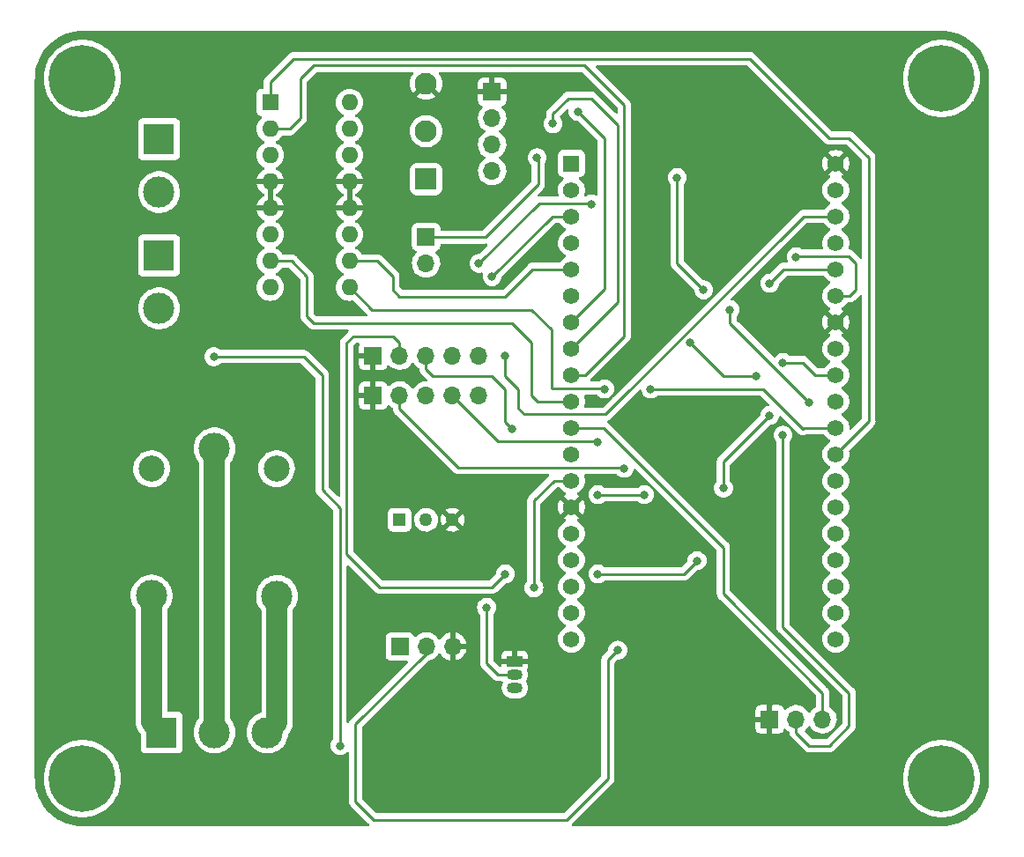
<source format=gbr>
%TF.GenerationSoftware,KiCad,Pcbnew,(6.0.4)*%
%TF.CreationDate,2023-04-26T13:38:39-05:00*%
%TF.ProjectId,Modulo de Practicas uPy,4d6f6475-6c6f-4206-9465-205072616374,rev?*%
%TF.SameCoordinates,Original*%
%TF.FileFunction,Copper,L2,Bot*%
%TF.FilePolarity,Positive*%
%FSLAX46Y46*%
G04 Gerber Fmt 4.6, Leading zero omitted, Abs format (unit mm)*
G04 Created by KiCad (PCBNEW (6.0.4)) date 2023-04-26 13:38:39*
%MOMM*%
%LPD*%
G01*
G04 APERTURE LIST*
G04 Aperture macros list*
%AMRoundRect*
0 Rectangle with rounded corners*
0 $1 Rounding radius*
0 $2 $3 $4 $5 $6 $7 $8 $9 X,Y pos of 4 corners*
0 Add a 4 corners polygon primitive as box body*
4,1,4,$2,$3,$4,$5,$6,$7,$8,$9,$2,$3,0*
0 Add four circle primitives for the rounded corners*
1,1,$1+$1,$2,$3*
1,1,$1+$1,$4,$5*
1,1,$1+$1,$6,$7*
1,1,$1+$1,$8,$9*
0 Add four rect primitives between the rounded corners*
20,1,$1+$1,$2,$3,$4,$5,0*
20,1,$1+$1,$4,$5,$6,$7,0*
20,1,$1+$1,$6,$7,$8,$9,0*
20,1,$1+$1,$8,$9,$2,$3,0*%
G04 Aperture macros list end*
%TA.AperFunction,ComponentPad*%
%ADD10R,1.700000X1.700000*%
%TD*%
%TA.AperFunction,ComponentPad*%
%ADD11O,1.700000X1.700000*%
%TD*%
%TA.AperFunction,ComponentPad*%
%ADD12C,6.400000*%
%TD*%
%TA.AperFunction,ComponentPad*%
%ADD13R,3.000000X3.000000*%
%TD*%
%TA.AperFunction,ComponentPad*%
%ADD14C,3.000000*%
%TD*%
%TA.AperFunction,ComponentPad*%
%ADD15R,1.500000X1.050000*%
%TD*%
%TA.AperFunction,ComponentPad*%
%ADD16O,1.500000X1.050000*%
%TD*%
%TA.AperFunction,ComponentPad*%
%ADD17RoundRect,0.250001X0.799999X-0.799999X0.799999X0.799999X-0.799999X0.799999X-0.799999X-0.799999X0*%
%TD*%
%TA.AperFunction,ComponentPad*%
%ADD18C,2.100000*%
%TD*%
%TA.AperFunction,ComponentPad*%
%ADD19R,1.600000X1.600000*%
%TD*%
%TA.AperFunction,ComponentPad*%
%ADD20O,1.600000X1.600000*%
%TD*%
%TA.AperFunction,ComponentPad*%
%ADD21C,1.560000*%
%TD*%
%TA.AperFunction,ComponentPad*%
%ADD22R,1.560000X1.560000*%
%TD*%
%TA.AperFunction,ComponentPad*%
%ADD23C,2.500000*%
%TD*%
%TA.AperFunction,ComponentPad*%
%ADD24R,1.268000X1.268000*%
%TD*%
%TA.AperFunction,ComponentPad*%
%ADD25C,1.268000*%
%TD*%
%TA.AperFunction,ViaPad*%
%ADD26C,0.800000*%
%TD*%
%TA.AperFunction,Conductor*%
%ADD27C,0.250000*%
%TD*%
%TA.AperFunction,Conductor*%
%ADD28C,2.000000*%
%TD*%
G04 APERTURE END LIST*
D10*
%TO.P,J8,1,Pin_1*%
%TO.N,IO23*%
X124460000Y-58420000D03*
D11*
%TO.P,J8,2,Pin_2*%
%TO.N,5v*%
X124460000Y-60960000D03*
%TD*%
D12*
%TO.P,REF\u002A\u002A,1*%
%TO.N,N/C*%
X173983852Y-110490000D03*
X173983852Y-110490000D03*
%TD*%
D13*
%TO.P,J2,1,Pin_1*%
%TO.N,Net-(J2-Pad1)*%
X98806000Y-49022000D03*
D14*
%TO.P,J2,2,Pin_2*%
%TO.N,Net-(J2-Pad2)*%
X98806000Y-54102000D03*
%TD*%
D15*
%TO.P,Q1,1,S*%
%TO.N,GND*%
X132990000Y-99212400D03*
D16*
%TO.P,Q1,2,G*%
%TO.N,Net-(R1-Pad1)*%
X132990000Y-100482400D03*
%TO.P,Q1,3,D*%
%TO.N,Net-(Q1-Pad3)*%
X132990000Y-101752400D03*
%TD*%
D10*
%TO.P,U2,1,+VS*%
%TO.N,5v*%
X121935000Y-97790000D03*
D11*
%TO.P,U2,2,Vout*%
%TO.N,IO14*%
X124475000Y-97790000D03*
%TO.P,U2,3,GND*%
%TO.N,GND*%
X127015000Y-97790000D03*
%TD*%
D17*
%TO.P,M1,1,PWM*%
%TO.N,IO18*%
X124460000Y-52860000D03*
D18*
%TO.P,M1,2,+*%
%TO.N,5v*%
X124460000Y-48260000D03*
%TO.P,M1,3,-*%
%TO.N,GND*%
X124460000Y-43660000D03*
%TD*%
D19*
%TO.P,U3,1,EN1\u002C2*%
%TO.N,I016*%
X109484000Y-45481000D03*
D20*
%TO.P,U3,2,1A*%
%TO.N,IO25*%
X109484000Y-48021000D03*
%TO.P,U3,3,1Y*%
%TO.N,Net-(J2-Pad1)*%
X109484000Y-50561000D03*
%TO.P,U3,4,GND*%
%TO.N,GND*%
X109484000Y-53101000D03*
%TO.P,U3,5,GND*%
X109484000Y-55641000D03*
%TO.P,U3,6,2Y*%
%TO.N,Net-(J2-Pad2)*%
X109484000Y-58181000D03*
%TO.P,U3,7,2A*%
%TO.N,IO26*%
X109484000Y-60721000D03*
%TO.P,U3,8,VCC2*%
%TO.N,5v*%
X109484000Y-63261000D03*
%TO.P,U3,9,EN3\u002C4*%
%TO.N,I017*%
X117104000Y-63261000D03*
%TO.P,U3,10,3A*%
%TO.N,IO34*%
X117104000Y-60721000D03*
%TO.P,U3,11,3Y*%
%TO.N,Net-(J3-Pad1)*%
X117104000Y-58181000D03*
%TO.P,U3,12,GND*%
%TO.N,GND*%
X117104000Y-55641000D03*
%TO.P,U3,13,GND*%
X117104000Y-53101000D03*
%TO.P,U3,14,4Y*%
%TO.N,Net-(J3-Pad2)*%
X117104000Y-50561000D03*
%TO.P,U3,15,4A*%
%TO.N,IO35*%
X117104000Y-48021000D03*
%TO.P,U3,16,VCC1*%
%TO.N,5v*%
X117104000Y-45481000D03*
%TD*%
D12*
%TO.P,REF\u002A\u002A,1*%
%TO.N,N/C*%
X91440000Y-110490000D03*
%TD*%
D21*
%TO.P,U1,38,CLK*%
%TO.N,unconnected-(U1-Pad38)*%
X163830000Y-97080000D03*
%TO.P,U1,37,SD0*%
%TO.N,unconnected-(U1-Pad37)*%
X163830000Y-94540000D03*
%TO.P,U1,36,SD1*%
%TO.N,unconnected-(U1-Pad36)*%
X163830000Y-92000000D03*
%TO.P,U1,35,IO15*%
%TO.N,I015*%
X163830000Y-89460000D03*
%TO.P,U1,34,IO2*%
%TO.N,I02*%
X163830000Y-86920000D03*
%TO.P,U1,33,IO0*%
%TO.N,I00*%
X163830000Y-84380000D03*
%TO.P,U1,32,IO4*%
%TO.N,I04*%
X163830000Y-81840000D03*
%TO.P,U1,31,IO16*%
%TO.N,I016*%
X163830000Y-79300000D03*
%TO.P,U1,30,IO17*%
%TO.N,I017*%
X163830000Y-76760000D03*
%TO.P,U1,29,IO5*%
%TO.N,IO5*%
X163830000Y-74220000D03*
%TO.P,U1,28,IO18*%
%TO.N,IO18*%
X163830000Y-71680000D03*
%TO.P,U1,27,IO19*%
%TO.N,IO19*%
X163830000Y-69140000D03*
%TO.P,U1,26,GND2*%
%TO.N,GND*%
X163830000Y-66600000D03*
%TO.P,U1,25,IO21*%
%TO.N,IO21*%
X163830000Y-64060000D03*
%TO.P,U1,24,RXD0*%
%TO.N,RX*%
X163830000Y-61520000D03*
%TO.P,U1,23,TXD0*%
%TO.N,TX*%
X163830000Y-58980000D03*
%TO.P,U1,22,IO22*%
%TO.N,IO22*%
X163830000Y-56440000D03*
%TO.P,U1,21,IO23*%
%TO.N,IO23*%
X163830000Y-53900000D03*
%TO.P,U1,20,GND3*%
%TO.N,GND*%
X163830000Y-51360000D03*
%TO.P,U1,19,EXT_5V*%
%TO.N,5v*%
X138430000Y-97080000D03*
%TO.P,U1,18,CMD*%
%TO.N,unconnected-(U1-Pad18)*%
X138430000Y-94540000D03*
%TO.P,U1,17,SD3*%
%TO.N,unconnected-(U1-Pad17)*%
X138430000Y-92000000D03*
%TO.P,U1,16,SD2*%
%TO.N,unconnected-(U1-Pad16)*%
X138430000Y-89460000D03*
%TO.P,U1,15,IO13*%
%TO.N,IO13*%
X138430000Y-86920000D03*
%TO.P,U1,14,GND1*%
%TO.N,GND*%
X138430000Y-84380000D03*
%TO.P,U1,13,IO12*%
%TO.N,IO12*%
X138430000Y-81840000D03*
%TO.P,U1,12,IO14*%
%TO.N,IO14*%
X138430000Y-79300000D03*
%TO.P,U1,11,IO27*%
%TO.N,IO27*%
X138430000Y-76760000D03*
%TO.P,U1,10,IO26*%
%TO.N,IO26*%
X138430000Y-74220000D03*
%TO.P,U1,9,IO25*%
%TO.N,IO25*%
X138430000Y-71680000D03*
%TO.P,U1,8,IO33*%
%TO.N,IO33*%
X138430000Y-69140000D03*
%TO.P,U1,7,IO32*%
%TO.N,IO32*%
X138430000Y-66600000D03*
%TO.P,U1,6,IO35*%
%TO.N,IO35*%
X138430000Y-64060000D03*
%TO.P,U1,5,IO34*%
%TO.N,IO34*%
X138430000Y-61520000D03*
%TO.P,U1,4,SENSOR_VN*%
%TO.N,unconnected-(U1-Pad4)*%
X138430000Y-58980000D03*
%TO.P,U1,3,SENSOR_VP*%
%TO.N,IO36*%
X138430000Y-56440000D03*
%TO.P,U1,2,EN*%
%TO.N,unconnected-(U1-Pad2)*%
X138430000Y-53900000D03*
D22*
%TO.P,U1,1,3V3*%
%TO.N,3v3*%
X138430000Y-51360000D03*
%TD*%
D10*
%TO.P,J7,1,Pin_1*%
%TO.N,GND*%
X130810000Y-44460000D03*
D11*
%TO.P,J7,2,Pin_2*%
%TO.N,IO32*%
X130810000Y-47000000D03*
%TO.P,J7,3,Pin_3*%
%TO.N,IO33*%
X130810000Y-49540000D03*
%TO.P,J7,4,Pin_4*%
%TO.N,5v*%
X130810000Y-52080000D03*
%TD*%
D13*
%TO.P,J3,1,Pin_1*%
%TO.N,Net-(J3-Pad1)*%
X98806000Y-60198000D03*
D14*
%TO.P,J3,2,Pin_2*%
%TO.N,Net-(J3-Pad2)*%
X98806000Y-65278000D03*
%TD*%
%TO.P,K1,1*%
%TO.N,Net-(J1-Pad2)*%
X104140000Y-78740000D03*
D23*
%TO.P,K1,2*%
%TO.N,5v*%
X98090000Y-80690000D03*
D14*
%TO.P,K1,3*%
%TO.N,Net-(J1-Pad1)*%
X98090000Y-92890000D03*
%TO.P,K1,4*%
%TO.N,+12V*%
X110140000Y-92940000D03*
D23*
%TO.P,K1,5*%
%TO.N,Net-(D2-Pad2)*%
X110090000Y-80690000D03*
%TD*%
D24*
%TO.P,RV1,1,1*%
%TO.N,5v*%
X121920000Y-85598000D03*
D25*
%TO.P,RV1,2,2*%
%TO.N,IO13*%
X124460000Y-85598000D03*
%TO.P,RV1,3,3*%
%TO.N,GND*%
X127000000Y-85598000D03*
%TD*%
D10*
%TO.P,J5,1,Pin_1*%
%TO.N,GND*%
X119380000Y-69825000D03*
D11*
%TO.P,J5,2,Pin_2*%
%TO.N,I015*%
X121920000Y-69825000D03*
%TO.P,J5,3,Pin_3*%
%TO.N,IO19*%
X124460000Y-69825000D03*
%TO.P,J5,4,Pin_4*%
%TO.N,IO21*%
X127000000Y-69825000D03*
%TO.P,J5,5,Pin_5*%
%TO.N,IO22*%
X129540000Y-69825000D03*
%TD*%
D12*
%TO.P,REF\u002A\u002A,1*%
%TO.N,N/C*%
X173983852Y-43180000D03*
X173983852Y-43180000D03*
%TD*%
D13*
%TO.P,J1,1,Pin_1*%
%TO.N,Net-(J1-Pad1)*%
X99060000Y-106045000D03*
D14*
%TO.P,J1,2,Pin_2*%
%TO.N,Net-(J1-Pad2)*%
X104140000Y-106045000D03*
%TO.P,J1,3,Pin_3*%
%TO.N,+12V*%
X109220000Y-106045000D03*
%TD*%
D10*
%TO.P,J6,1,Pin_1*%
%TO.N,GND*%
X157480000Y-104775000D03*
D11*
%TO.P,J6,2,Pin_2*%
%TO.N,3v3*%
X160020000Y-104775000D03*
%TO.P,J6,3,Pin_3*%
%TO.N,IO27*%
X162560000Y-104775000D03*
%TD*%
D10*
%TO.P,J4,1,Pin_1*%
%TO.N,GND*%
X119380000Y-73660000D03*
D11*
%TO.P,J4,2,Pin_2*%
%TO.N,IO5*%
X121920000Y-73660000D03*
%TO.P,J4,3,Pin_3*%
%TO.N,RX*%
X124460000Y-73660000D03*
%TO.P,J4,4,Pin_4*%
%TO.N,TX*%
X127000000Y-73660000D03*
%TO.P,J4,5,Pin_5*%
%TO.N,IO36*%
X129540000Y-73660000D03*
%TD*%
D12*
%TO.P,REF\u002A\u002A,1*%
%TO.N,N/C*%
X91440000Y-43180000D03*
%TD*%
D26*
%TO.N,GND*%
X163779200Y-41706800D03*
X144322800Y-102082600D03*
%TO.N,IO14*%
X142875000Y-98145600D03*
%TO.N,Net-(R1-Pad1)*%
X130276600Y-94030800D03*
%TO.N,GND*%
X109474000Y-68326000D03*
%TO.N,IO32*%
X139065000Y-46355000D03*
%TO.N,Net-(D2-Pad2)*%
X104063800Y-69926200D03*
X116205000Y-107315000D03*
%TO.N,IO12*%
X134823200Y-92151200D03*
%TO.N,IO5*%
X143510000Y-80645000D03*
%TO.N,IO36*%
X130810000Y-62230000D03*
%TO.N,IO33*%
X136652000Y-47535500D03*
%TO.N,RX*%
X157480000Y-62865000D03*
%TO.N,TX*%
X140970000Y-78105000D03*
%TO.N,I017*%
X141605000Y-73025000D03*
X146050000Y-73025000D03*
%TO.N,I015*%
X150495000Y-89535000D03*
X140970000Y-90805000D03*
X132080000Y-90805000D03*
%TO.N,IO19*%
X157480000Y-75565000D03*
X153035000Y-82550000D03*
X140970000Y-83185000D03*
X145415000Y-83185000D03*
X132715000Y-76835000D03*
%TO.N,IO21*%
X160020000Y-60325000D03*
X140335000Y-55245000D03*
X129540000Y-60960000D03*
%TO.N,IO22*%
X132080000Y-69850000D03*
%TO.N,3v3*%
X151130000Y-63500000D03*
X161290000Y-74295000D03*
X148590000Y-52705000D03*
X153670000Y-65405000D03*
X158750000Y-77470000D03*
%TO.N,IO23*%
X135128000Y-50800000D03*
%TO.N,IO18*%
X158750000Y-70485000D03*
X156210000Y-71755000D03*
X149860000Y-68580000D03*
%TD*%
D27*
%TO.N,IO14*%
X141935200Y-99085400D02*
X142875000Y-98145600D01*
X119456200Y-114427000D02*
X137998200Y-114427000D01*
X137998200Y-114427000D02*
X141935200Y-110490000D01*
X141935200Y-110490000D02*
X141935200Y-99085400D01*
X124475000Y-98460800D02*
X117678200Y-105257600D01*
X117678200Y-105257600D02*
X117678200Y-112649000D01*
X124475000Y-97790000D02*
X124475000Y-98460800D01*
X117678200Y-112649000D02*
X119456200Y-114427000D01*
%TO.N,Net-(R1-Pad1)*%
X130276600Y-99364800D02*
X131394200Y-100482400D01*
X131394200Y-100482400D02*
X132990000Y-100482400D01*
X130276600Y-94030800D02*
X130276600Y-99364800D01*
D28*
%TO.N,Net-(J1-Pad2)*%
X104140000Y-78740000D02*
X104140000Y-106045000D01*
%TO.N,+12V*%
X110140000Y-92940000D02*
X110140000Y-105125000D01*
X110140000Y-105125000D02*
X109220000Y-106045000D01*
D27*
%TO.N,IO32*%
X141605000Y-48895000D02*
X141605000Y-63425000D01*
X139065000Y-46355000D02*
X141605000Y-48895000D01*
X141605000Y-63425000D02*
X138430000Y-66600000D01*
%TO.N,Net-(D2-Pad2)*%
X116205000Y-107315000D02*
X116205000Y-84455000D01*
X114477800Y-71704200D02*
X112699800Y-69926200D01*
X111760000Y-69926200D02*
X104063800Y-69926200D01*
X112699800Y-69926200D02*
X111760000Y-69926200D01*
X116205000Y-84455000D02*
X114477800Y-82727800D01*
X114477800Y-82727800D02*
X114477800Y-71704200D01*
%TO.N,IO25*%
X139700000Y-41910000D02*
X143510000Y-45720000D01*
X111364000Y-48021000D02*
X112395000Y-46990000D01*
X139775000Y-71680000D02*
X138430000Y-71680000D01*
X143510000Y-67945000D02*
X139775000Y-71680000D01*
X112395000Y-46990000D02*
X112395000Y-43180000D01*
X143510000Y-45720000D02*
X143510000Y-67945000D01*
X113665000Y-41910000D02*
X139700000Y-41910000D01*
X112395000Y-43180000D02*
X113665000Y-41910000D01*
X109484000Y-48021000D02*
X111364000Y-48021000D01*
%TO.N,IO26*%
X134620000Y-68580000D02*
X134620000Y-73660000D01*
X109484000Y-60721000D02*
X111521000Y-60721000D01*
X113665000Y-66675000D02*
X132715000Y-66675000D01*
X113030000Y-66040000D02*
X113665000Y-66675000D01*
X134620000Y-73660000D02*
X135180000Y-74220000D01*
X113030000Y-62230000D02*
X113030000Y-66040000D01*
X132715000Y-66675000D02*
X134620000Y-68580000D01*
X135180000Y-74220000D02*
X138430000Y-74220000D01*
X111521000Y-60721000D02*
X113030000Y-62230000D01*
%TO.N,IO34*%
X119776000Y-60721000D02*
X121285000Y-62230000D01*
X121285000Y-63500000D02*
X121920000Y-64135000D01*
X121285000Y-62230000D02*
X121285000Y-63500000D01*
X117104000Y-60721000D02*
X119776000Y-60721000D01*
X132080000Y-64135000D02*
X134695000Y-61520000D01*
X121920000Y-64135000D02*
X132080000Y-64135000D01*
X134695000Y-61520000D02*
X138430000Y-61520000D01*
%TO.N,IO12*%
X134823200Y-92151200D02*
X134823200Y-83769200D01*
X136752400Y-81840000D02*
X138430000Y-81840000D01*
X134823200Y-83769200D02*
X136752400Y-81840000D01*
%TO.N,IO5*%
X127558800Y-80568800D02*
X143433800Y-80568800D01*
X143433800Y-80568800D02*
X143510000Y-80645000D01*
X121920000Y-73660000D02*
X121920000Y-74930000D01*
X121920000Y-74930000D02*
X127558800Y-80568800D01*
%TO.N,IO36*%
X130810000Y-62230000D02*
X136600000Y-56440000D01*
X136600000Y-56440000D02*
X138430000Y-56440000D01*
%TO.N,IO33*%
X142875000Y-47625000D02*
X142875000Y-64695000D01*
X136652000Y-46562897D02*
X138129897Y-45085000D01*
X142875000Y-64695000D02*
X138430000Y-69140000D01*
X136652000Y-47535500D02*
X136652000Y-46562897D01*
X138129897Y-45085000D02*
X140335000Y-45085000D01*
X140335000Y-45085000D02*
X142875000Y-47625000D01*
%TO.N,IO27*%
X153035000Y-88265000D02*
X141530000Y-76760000D01*
X153035000Y-92710000D02*
X153035000Y-88265000D01*
X141530000Y-76760000D02*
X138430000Y-76760000D01*
X162560000Y-104775000D02*
X162560000Y-102235000D01*
X162560000Y-102235000D02*
X153035000Y-92710000D01*
%TO.N,RX*%
X157480000Y-62865000D02*
X158825000Y-61520000D01*
X158825000Y-61520000D02*
X163830000Y-61520000D01*
%TO.N,TX*%
X140893800Y-78028800D02*
X140970000Y-78105000D01*
X127000000Y-73660000D02*
X131368800Y-78028800D01*
X131368800Y-78028800D02*
X140893800Y-78028800D01*
%TO.N,I017*%
X119248000Y-65405000D02*
X134620000Y-65405000D01*
X160730000Y-76760000D02*
X163830000Y-76760000D01*
X136525000Y-72948800D02*
X141528800Y-72948800D01*
X141528800Y-72948800D02*
X141605000Y-73025000D01*
X134620000Y-65405000D02*
X136525000Y-67310000D01*
X146050000Y-73025000D02*
X156845000Y-73025000D01*
X136525000Y-67310000D02*
X136525000Y-72948800D01*
X156845000Y-73025000D02*
X160655000Y-76835000D01*
X117104000Y-63261000D02*
X119248000Y-65405000D01*
X160655000Y-76835000D02*
X160730000Y-76760000D01*
%TO.N,I015*%
X116840000Y-88900000D02*
X120015000Y-92075000D01*
X121920000Y-68580000D02*
X121285000Y-67945000D01*
X121920000Y-69825000D02*
X121920000Y-68580000D01*
X117475000Y-67945000D02*
X116840000Y-68580000D01*
X149225000Y-90805000D02*
X150495000Y-89535000D01*
X140970000Y-90805000D02*
X149225000Y-90805000D01*
X130810000Y-92075000D02*
X132080000Y-90805000D01*
X120015000Y-92075000D02*
X130810000Y-92075000D01*
X116840000Y-68580000D02*
X116840000Y-88900000D01*
X121285000Y-67945000D02*
X117475000Y-67945000D01*
%TO.N,IO19*%
X124460000Y-69825000D02*
X124460000Y-71120000D01*
X124460000Y-71120000D02*
X125095000Y-71755000D01*
X153035000Y-80010000D02*
X157480000Y-75565000D01*
X132080000Y-76200000D02*
X132715000Y-76835000D01*
X125095000Y-71755000D02*
X130810000Y-71755000D01*
X130810000Y-71755000D02*
X132080000Y-73025000D01*
X132080000Y-73025000D02*
X132080000Y-76200000D01*
X140970000Y-83185000D02*
X145415000Y-83185000D01*
X153035000Y-82550000D02*
X153035000Y-80010000D01*
%TO.N,IO21*%
X165175000Y-64060000D02*
X163830000Y-64060000D01*
X165023800Y-60248800D02*
X165735000Y-60960000D01*
X165735000Y-63500000D02*
X165175000Y-64060000D01*
X129540000Y-60960000D02*
X135331200Y-55168800D01*
X140258800Y-55168800D02*
X140335000Y-55245000D01*
X165735000Y-60960000D02*
X165735000Y-63500000D01*
X160096200Y-60248800D02*
X165023800Y-60248800D01*
X135331200Y-55168800D02*
X140258800Y-55168800D01*
X160020000Y-60325000D02*
X160096200Y-60248800D01*
%TO.N,IO22*%
X133350000Y-74930000D02*
X133883400Y-75463400D01*
X132080000Y-71755718D02*
X133350000Y-73025718D01*
X132080000Y-69850000D02*
X132080000Y-71755718D01*
X141706600Y-75463400D02*
X160730000Y-56440000D01*
X133883400Y-75463400D02*
X141706600Y-75463400D01*
X160730000Y-56440000D02*
X163830000Y-56440000D01*
X133350000Y-73025718D02*
X133350000Y-74930000D01*
%TO.N,3v3*%
X158750000Y-77470000D02*
X158750000Y-95885000D01*
X163195000Y-107315000D02*
X161290000Y-107315000D01*
X148590000Y-52705000D02*
X148590000Y-60960000D01*
X153670000Y-65405000D02*
X153670000Y-66675000D01*
X158750000Y-95885000D02*
X165100000Y-102235000D01*
X161290000Y-107315000D02*
X160020000Y-106045000D01*
X165100000Y-102235000D02*
X165100000Y-105410000D01*
X153670000Y-66675000D02*
X161290000Y-74295000D01*
X165100000Y-105410000D02*
X163195000Y-107315000D01*
X148590000Y-60960000D02*
X151130000Y-63500000D01*
X160020000Y-106045000D02*
X160020000Y-104775000D01*
%TO.N,IO23*%
X135255000Y-53340000D02*
X130175000Y-58420000D01*
X130175000Y-58420000D02*
X124460000Y-58420000D01*
X135255000Y-50927000D02*
X135255000Y-53340000D01*
X135128000Y-50800000D02*
X135255000Y-50927000D01*
%TO.N,IO18*%
X160655000Y-70485000D02*
X161850000Y-71680000D01*
X161850000Y-71680000D02*
X163830000Y-71680000D01*
X149860000Y-68580000D02*
X153035000Y-71755000D01*
X158750000Y-70485000D02*
X160655000Y-70485000D01*
X153035000Y-71755000D02*
X156210000Y-71755000D01*
%TO.N,I016*%
X109484000Y-43551000D02*
X111760000Y-41275000D01*
X165100000Y-48895000D02*
X167005000Y-50800000D01*
X167005000Y-76125000D02*
X163830000Y-79300000D01*
X155575000Y-41275000D02*
X163195000Y-48895000D01*
X111760000Y-41275000D02*
X155575000Y-41275000D01*
X167005000Y-50800000D02*
X167005000Y-76125000D01*
X109484000Y-45481000D02*
X109484000Y-43551000D01*
X163195000Y-48895000D02*
X165100000Y-48895000D01*
D28*
%TO.N,Net-(J1-Pad1)*%
X98090000Y-105075000D02*
X99060000Y-106045000D01*
X98090000Y-92890000D02*
X98090000Y-105075000D01*
%TD*%
%TA.AperFunction,Conductor*%
%TO.N,GND*%
G36*
X173960018Y-38610000D02*
G01*
X173974851Y-38612310D01*
X173974855Y-38612310D01*
X173983724Y-38613691D01*
X174004183Y-38611016D01*
X174026008Y-38610072D01*
X174382937Y-38625656D01*
X174393886Y-38626614D01*
X174778379Y-38677233D01*
X174789205Y-38679142D01*
X175167822Y-38763080D01*
X175178439Y-38765925D01*
X175348702Y-38819608D01*
X175548302Y-38882542D01*
X175558615Y-38886295D01*
X175916932Y-39034715D01*
X175926876Y-39039353D01*
X176270867Y-39218423D01*
X176280387Y-39223919D01*
X176607468Y-39432292D01*
X176616472Y-39438597D01*
X176924138Y-39674678D01*
X176932558Y-39681743D01*
X177218483Y-39943744D01*
X177226252Y-39951513D01*
X177239285Y-39965736D01*
X177488257Y-40237442D01*
X177495322Y-40245862D01*
X177731403Y-40553528D01*
X177737708Y-40562532D01*
X177932301Y-40867982D01*
X177946081Y-40889613D01*
X177951577Y-40899133D01*
X178130643Y-41243115D01*
X178135285Y-41253068D01*
X178217572Y-41451726D01*
X178283702Y-41611377D01*
X178287461Y-41621706D01*
X178404075Y-41991561D01*
X178406920Y-42002178D01*
X178490858Y-42380795D01*
X178492767Y-42391621D01*
X178543386Y-42776114D01*
X178544344Y-42787063D01*
X178559371Y-43131230D01*
X178559603Y-43136552D01*
X178558223Y-43161429D01*
X178556309Y-43173724D01*
X178557473Y-43182626D01*
X178557473Y-43182628D01*
X178560436Y-43205283D01*
X178561500Y-43221621D01*
X178561500Y-110440633D01*
X178560000Y-110460018D01*
X178557690Y-110474851D01*
X178557690Y-110474855D01*
X178556309Y-110483724D01*
X178558984Y-110504183D01*
X178559928Y-110526008D01*
X178545113Y-110865321D01*
X178544344Y-110882936D01*
X178543386Y-110893886D01*
X178492767Y-111278379D01*
X178490858Y-111289205D01*
X178406920Y-111667822D01*
X178404075Y-111678439D01*
X178287461Y-112048294D01*
X178283705Y-112058615D01*
X178165556Y-112343853D01*
X178135289Y-112416923D01*
X178130647Y-112426876D01*
X177952893Y-112768339D01*
X177951577Y-112770867D01*
X177946081Y-112780387D01*
X177737708Y-113107468D01*
X177731403Y-113116472D01*
X177495322Y-113424138D01*
X177488257Y-113432558D01*
X177237638Y-113706062D01*
X177226256Y-113718483D01*
X177218487Y-113726252D01*
X177145099Y-113793500D01*
X176932558Y-113988257D01*
X176924138Y-113995322D01*
X176616472Y-114231403D01*
X176607468Y-114237708D01*
X176280387Y-114446081D01*
X176270868Y-114451576D01*
X175926876Y-114630647D01*
X175916932Y-114635285D01*
X175558615Y-114783705D01*
X175548302Y-114787458D01*
X175419637Y-114828026D01*
X175178439Y-114904075D01*
X175167822Y-114906920D01*
X174789205Y-114990858D01*
X174778378Y-114992767D01*
X174418231Y-115040181D01*
X174393886Y-115043386D01*
X174382937Y-115044344D01*
X174033446Y-115059603D01*
X174008571Y-115058223D01*
X173996276Y-115056309D01*
X173987374Y-115057473D01*
X173987372Y-115057473D01*
X173973793Y-115059249D01*
X173964714Y-115060436D01*
X173948379Y-115061500D01*
X138563794Y-115061500D01*
X138495673Y-115041498D01*
X138449180Y-114987842D01*
X138439076Y-114917568D01*
X138468570Y-114852988D01*
X138474699Y-114846405D01*
X142327453Y-110993652D01*
X142335739Y-110986112D01*
X142342218Y-110982000D01*
X142388844Y-110932348D01*
X142391598Y-110929507D01*
X142411335Y-110909770D01*
X142413815Y-110906573D01*
X142421520Y-110897551D01*
X142430083Y-110888432D01*
X142451786Y-110865321D01*
X142455605Y-110858375D01*
X142455607Y-110858372D01*
X142461548Y-110847566D01*
X142472399Y-110831047D01*
X142479958Y-110821301D01*
X142484814Y-110815041D01*
X142487959Y-110807772D01*
X142487962Y-110807768D01*
X142502374Y-110774463D01*
X142507591Y-110763813D01*
X142528895Y-110725060D01*
X142533933Y-110705437D01*
X142540337Y-110686734D01*
X142545233Y-110675420D01*
X142545233Y-110675419D01*
X142548381Y-110668145D01*
X142549620Y-110660322D01*
X142549623Y-110660312D01*
X142555299Y-110624476D01*
X142557705Y-110612856D01*
X142566728Y-110577711D01*
X142566728Y-110577710D01*
X142568700Y-110570030D01*
X142568700Y-110549776D01*
X142570251Y-110530065D01*
X142572180Y-110517886D01*
X142573420Y-110510057D01*
X142571524Y-110490000D01*
X170270263Y-110490000D01*
X170290606Y-110878176D01*
X170291119Y-110881416D01*
X170291120Y-110881424D01*
X170308896Y-110993652D01*
X170351414Y-111262099D01*
X170452019Y-111637562D01*
X170591320Y-112000453D01*
X170592818Y-112003393D01*
X170702306Y-112218274D01*
X170767790Y-112346794D01*
X170769586Y-112349560D01*
X170769588Y-112349563D01*
X170793637Y-112386595D01*
X170979495Y-112672793D01*
X171224118Y-112974876D01*
X171498976Y-113249734D01*
X171801059Y-113494357D01*
X172127057Y-113706062D01*
X172129991Y-113707557D01*
X172129998Y-113707561D01*
X172470459Y-113881034D01*
X172473399Y-113882532D01*
X172694400Y-113967366D01*
X172767227Y-113995322D01*
X172836290Y-114021833D01*
X173211753Y-114122438D01*
X173415645Y-114154732D01*
X173592428Y-114182732D01*
X173592436Y-114182733D01*
X173595676Y-114183246D01*
X173983852Y-114203589D01*
X174372028Y-114183246D01*
X174375268Y-114182733D01*
X174375276Y-114182732D01*
X174552059Y-114154732D01*
X174755951Y-114122438D01*
X175131414Y-114021833D01*
X175200478Y-113995322D01*
X175273304Y-113967366D01*
X175494305Y-113882532D01*
X175497245Y-113881034D01*
X175837706Y-113707561D01*
X175837713Y-113707557D01*
X175840647Y-113706062D01*
X176166645Y-113494357D01*
X176468728Y-113249734D01*
X176743586Y-112974876D01*
X176988209Y-112672793D01*
X177174067Y-112386595D01*
X177198116Y-112349563D01*
X177198118Y-112349560D01*
X177199914Y-112346794D01*
X177265399Y-112218274D01*
X177374886Y-112003393D01*
X177376384Y-112000453D01*
X177515685Y-111637562D01*
X177616290Y-111262099D01*
X177658808Y-110993652D01*
X177676584Y-110881424D01*
X177676585Y-110881416D01*
X177677098Y-110878176D01*
X177697441Y-110490000D01*
X177677098Y-110101824D01*
X177616290Y-109717901D01*
X177515685Y-109342438D01*
X177376384Y-108979547D01*
X177199914Y-108633206D01*
X176988209Y-108307207D01*
X176794818Y-108068390D01*
X176745661Y-108007686D01*
X176745658Y-108007682D01*
X176743586Y-108005124D01*
X176468728Y-107730266D01*
X176395481Y-107670951D01*
X176295165Y-107589717D01*
X176166645Y-107485643D01*
X175943880Y-107340978D01*
X175843416Y-107275736D01*
X175843413Y-107275734D01*
X175840647Y-107273938D01*
X175837713Y-107272443D01*
X175837706Y-107272439D01*
X175497245Y-107098966D01*
X175494305Y-107097468D01*
X175131414Y-106958167D01*
X174755951Y-106857562D01*
X174551274Y-106825144D01*
X174375276Y-106797268D01*
X174375268Y-106797267D01*
X174372028Y-106796754D01*
X173983852Y-106776411D01*
X173595676Y-106796754D01*
X173592436Y-106797267D01*
X173592428Y-106797268D01*
X173416430Y-106825144D01*
X173211753Y-106857562D01*
X172836290Y-106958167D01*
X172473399Y-107097468D01*
X172470459Y-107098966D01*
X172129999Y-107272439D01*
X172129992Y-107272443D01*
X172127058Y-107273938D01*
X172124292Y-107275734D01*
X172124289Y-107275736D01*
X172013768Y-107347509D01*
X171801059Y-107485643D01*
X171672539Y-107589717D01*
X171572224Y-107670951D01*
X171498976Y-107730266D01*
X171224118Y-108005124D01*
X171222046Y-108007682D01*
X171222043Y-108007686D01*
X171172886Y-108068390D01*
X170979495Y-108307207D01*
X170767790Y-108633206D01*
X170591320Y-108979547D01*
X170452019Y-109342438D01*
X170351414Y-109717901D01*
X170290606Y-110101824D01*
X170270263Y-110490000D01*
X142571524Y-110490000D01*
X142569259Y-110466038D01*
X142568700Y-110454181D01*
X142568700Y-105669669D01*
X156122001Y-105669669D01*
X156122371Y-105676490D01*
X156127895Y-105727352D01*
X156131521Y-105742604D01*
X156176676Y-105863054D01*
X156185214Y-105878649D01*
X156261715Y-105980724D01*
X156274276Y-105993285D01*
X156376351Y-106069786D01*
X156391946Y-106078324D01*
X156512394Y-106123478D01*
X156527649Y-106127105D01*
X156578514Y-106132631D01*
X156585328Y-106133000D01*
X157207885Y-106133000D01*
X157223124Y-106128525D01*
X157224329Y-106127135D01*
X157226000Y-106119452D01*
X157226000Y-105047115D01*
X157221525Y-105031876D01*
X157220135Y-105030671D01*
X157212452Y-105029000D01*
X156140116Y-105029000D01*
X156124877Y-105033475D01*
X156123672Y-105034865D01*
X156122001Y-105042548D01*
X156122001Y-105669669D01*
X142568700Y-105669669D01*
X142568700Y-104502885D01*
X156122000Y-104502885D01*
X156126475Y-104518124D01*
X156127865Y-104519329D01*
X156135548Y-104521000D01*
X157207885Y-104521000D01*
X157223124Y-104516525D01*
X157224329Y-104515135D01*
X157226000Y-104507452D01*
X157226000Y-103435116D01*
X157221525Y-103419877D01*
X157220135Y-103418672D01*
X157212452Y-103417001D01*
X156585331Y-103417001D01*
X156578510Y-103417371D01*
X156527648Y-103422895D01*
X156512396Y-103426521D01*
X156391946Y-103471676D01*
X156376351Y-103480214D01*
X156274276Y-103556715D01*
X156261715Y-103569276D01*
X156185214Y-103671351D01*
X156176676Y-103686946D01*
X156131522Y-103807394D01*
X156127895Y-103822649D01*
X156122369Y-103873514D01*
X156122000Y-103880328D01*
X156122000Y-104502885D01*
X142568700Y-104502885D01*
X142568700Y-99399995D01*
X142588702Y-99331874D01*
X142605605Y-99310899D01*
X142825501Y-99091004D01*
X142887813Y-99056979D01*
X142914596Y-99054100D01*
X142970487Y-99054100D01*
X142976939Y-99052728D01*
X142976944Y-99052728D01*
X143063887Y-99034247D01*
X143157288Y-99014394D01*
X143163319Y-99011709D01*
X143325722Y-98939403D01*
X143325724Y-98939402D01*
X143331752Y-98936718D01*
X143486253Y-98824466D01*
X143490675Y-98819555D01*
X143609621Y-98687452D01*
X143609622Y-98687451D01*
X143614040Y-98682544D01*
X143709527Y-98517156D01*
X143768542Y-98335528D01*
X143772669Y-98296267D01*
X143787814Y-98152165D01*
X143788504Y-98145600D01*
X143779713Y-98061962D01*
X143769232Y-97962235D01*
X143769232Y-97962233D01*
X143768542Y-97955672D01*
X143709527Y-97774044D01*
X143614040Y-97608656D01*
X143486253Y-97466734D01*
X143331752Y-97354482D01*
X143325724Y-97351798D01*
X143325722Y-97351797D01*
X143163319Y-97279491D01*
X143163318Y-97279491D01*
X143157288Y-97276806D01*
X143063888Y-97256953D01*
X142976944Y-97238472D01*
X142976939Y-97238472D01*
X142970487Y-97237100D01*
X142779513Y-97237100D01*
X142773061Y-97238472D01*
X142773056Y-97238472D01*
X142686112Y-97256953D01*
X142592712Y-97276806D01*
X142586682Y-97279491D01*
X142586681Y-97279491D01*
X142424278Y-97351797D01*
X142424276Y-97351798D01*
X142418248Y-97354482D01*
X142263747Y-97466734D01*
X142135960Y-97608656D01*
X142040473Y-97774044D01*
X141981458Y-97955672D01*
X141980768Y-97962233D01*
X141980768Y-97962235D01*
X141964093Y-98120892D01*
X141937080Y-98186549D01*
X141927878Y-98196818D01*
X141542942Y-98581753D01*
X141534663Y-98589287D01*
X141528182Y-98593400D01*
X141481557Y-98643051D01*
X141478802Y-98645893D01*
X141459065Y-98665630D01*
X141456585Y-98668827D01*
X141448882Y-98677847D01*
X141418614Y-98710079D01*
X141414795Y-98717025D01*
X141414793Y-98717028D01*
X141408852Y-98727834D01*
X141398001Y-98744353D01*
X141385586Y-98760359D01*
X141382441Y-98767628D01*
X141382438Y-98767632D01*
X141368026Y-98800937D01*
X141362809Y-98811587D01*
X141341505Y-98850340D01*
X141339534Y-98858015D01*
X141339534Y-98858016D01*
X141336467Y-98869962D01*
X141330063Y-98888666D01*
X141322019Y-98907255D01*
X141320780Y-98915078D01*
X141320777Y-98915088D01*
X141315101Y-98950924D01*
X141312695Y-98962544D01*
X141301700Y-99005370D01*
X141301700Y-99025624D01*
X141300149Y-99045334D01*
X141296980Y-99065343D01*
X141300483Y-99102395D01*
X141301141Y-99109361D01*
X141301700Y-99121219D01*
X141301700Y-110175406D01*
X141281698Y-110243527D01*
X141264795Y-110264501D01*
X137772700Y-113756595D01*
X137710388Y-113790621D01*
X137683605Y-113793500D01*
X119770794Y-113793500D01*
X119702673Y-113773498D01*
X119681699Y-113756595D01*
X118348605Y-112423500D01*
X118314579Y-112361188D01*
X118311700Y-112334405D01*
X118311700Y-105572194D01*
X118331702Y-105504073D01*
X118348605Y-105483099D01*
X124670561Y-99161144D01*
X124732873Y-99127118D01*
X124743647Y-99125260D01*
X124753287Y-99124025D01*
X124753286Y-99124025D01*
X124758416Y-99123368D01*
X124763366Y-99121883D01*
X124967429Y-99060661D01*
X124967434Y-99060659D01*
X124972384Y-99059174D01*
X125172994Y-98960896D01*
X125354860Y-98831173D01*
X125361591Y-98824466D01*
X125458561Y-98727834D01*
X125513096Y-98673489D01*
X125566492Y-98599181D01*
X125643453Y-98492077D01*
X125644640Y-98492930D01*
X125691960Y-98449362D01*
X125761897Y-98437145D01*
X125827338Y-98464678D01*
X125855166Y-98496511D01*
X125912694Y-98590388D01*
X125918777Y-98598699D01*
X126058213Y-98759667D01*
X126065580Y-98766883D01*
X126229434Y-98902916D01*
X126237881Y-98908831D01*
X126421756Y-99016279D01*
X126431042Y-99020729D01*
X126630001Y-99096703D01*
X126639899Y-99099579D01*
X126743250Y-99120606D01*
X126757299Y-99119410D01*
X126761000Y-99109065D01*
X126761000Y-99108517D01*
X127269000Y-99108517D01*
X127273064Y-99122359D01*
X127286478Y-99124393D01*
X127293184Y-99123534D01*
X127303262Y-99121392D01*
X127507255Y-99060191D01*
X127516842Y-99056433D01*
X127708095Y-98962739D01*
X127716945Y-98957464D01*
X127890328Y-98833792D01*
X127898200Y-98827139D01*
X128049052Y-98676812D01*
X128055730Y-98668965D01*
X128180003Y-98496020D01*
X128185313Y-98487183D01*
X128279670Y-98296267D01*
X128283469Y-98286672D01*
X128345377Y-98082910D01*
X128347555Y-98072837D01*
X128348986Y-98061962D01*
X128346775Y-98047778D01*
X128333617Y-98044000D01*
X127287115Y-98044000D01*
X127271876Y-98048475D01*
X127270671Y-98049865D01*
X127269000Y-98057548D01*
X127269000Y-99108517D01*
X126761000Y-99108517D01*
X126761000Y-97517885D01*
X127269000Y-97517885D01*
X127273475Y-97533124D01*
X127274865Y-97534329D01*
X127282548Y-97536000D01*
X128333344Y-97536000D01*
X128346875Y-97532027D01*
X128348180Y-97522947D01*
X128306214Y-97355875D01*
X128302894Y-97346124D01*
X128217972Y-97150814D01*
X128213105Y-97141739D01*
X128097426Y-96962926D01*
X128091136Y-96954757D01*
X127947806Y-96797240D01*
X127940273Y-96790215D01*
X127773139Y-96658222D01*
X127764552Y-96652517D01*
X127578117Y-96549599D01*
X127568705Y-96545369D01*
X127367959Y-96474280D01*
X127357988Y-96471646D01*
X127286837Y-96458972D01*
X127273540Y-96460432D01*
X127269000Y-96474989D01*
X127269000Y-97517885D01*
X126761000Y-97517885D01*
X126761000Y-96473102D01*
X126757082Y-96459758D01*
X126742806Y-96457771D01*
X126704324Y-96463660D01*
X126694288Y-96466051D01*
X126491868Y-96532212D01*
X126482359Y-96536209D01*
X126293463Y-96634542D01*
X126284738Y-96640036D01*
X126114433Y-96767905D01*
X126106726Y-96774748D01*
X125959590Y-96928717D01*
X125953109Y-96936722D01*
X125848498Y-97090074D01*
X125793587Y-97135076D01*
X125723062Y-97143247D01*
X125659315Y-97111993D01*
X125638618Y-97087509D01*
X125557822Y-96962617D01*
X125557820Y-96962614D01*
X125555014Y-96958277D01*
X125404670Y-96793051D01*
X125400619Y-96789852D01*
X125400615Y-96789848D01*
X125233414Y-96657800D01*
X125233410Y-96657798D01*
X125229359Y-96654598D01*
X125193028Y-96634542D01*
X125177136Y-96625769D01*
X125033789Y-96546638D01*
X125028920Y-96544914D01*
X125028916Y-96544912D01*
X124828087Y-96473795D01*
X124828083Y-96473794D01*
X124823212Y-96472069D01*
X124818119Y-96471162D01*
X124818116Y-96471161D01*
X124608373Y-96433800D01*
X124608367Y-96433799D01*
X124603284Y-96432894D01*
X124529452Y-96431992D01*
X124385081Y-96430228D01*
X124385079Y-96430228D01*
X124379911Y-96430165D01*
X124159091Y-96463955D01*
X123946756Y-96533357D01*
X123873757Y-96571358D01*
X123756032Y-96632642D01*
X123748607Y-96636507D01*
X123744474Y-96639610D01*
X123744471Y-96639612D01*
X123574100Y-96767530D01*
X123569965Y-96770635D01*
X123513537Y-96829684D01*
X123489283Y-96855064D01*
X123427759Y-96890494D01*
X123356846Y-96887037D01*
X123299060Y-96845791D01*
X123280207Y-96812243D01*
X123238767Y-96701703D01*
X123235615Y-96693295D01*
X123148261Y-96576739D01*
X123031705Y-96489385D01*
X122895316Y-96438255D01*
X122833134Y-96431500D01*
X121036866Y-96431500D01*
X120974684Y-96438255D01*
X120838295Y-96489385D01*
X120721739Y-96576739D01*
X120634385Y-96693295D01*
X120583255Y-96829684D01*
X120576500Y-96891866D01*
X120576500Y-98688134D01*
X120583255Y-98750316D01*
X120634385Y-98886705D01*
X120721739Y-99003261D01*
X120838295Y-99090615D01*
X120974684Y-99141745D01*
X121036866Y-99148500D01*
X122587206Y-99148500D01*
X122655327Y-99168502D01*
X122701820Y-99222158D01*
X122711924Y-99292432D01*
X122682430Y-99357012D01*
X122676302Y-99363594D01*
X119971063Y-102068832D01*
X117285947Y-104753948D01*
X117277661Y-104761488D01*
X117271182Y-104765600D01*
X117265757Y-104771377D01*
X117224557Y-104815251D01*
X117221802Y-104818093D01*
X117202065Y-104837830D01*
X117199585Y-104841027D01*
X117191882Y-104850047D01*
X117161614Y-104882279D01*
X117157795Y-104889225D01*
X117157793Y-104889228D01*
X117151852Y-104900034D01*
X117141001Y-104916553D01*
X117128586Y-104932559D01*
X117125441Y-104939828D01*
X117125438Y-104939832D01*
X117111026Y-104973137D01*
X117105809Y-104983787D01*
X117084505Y-105022540D01*
X117082534Y-105030218D01*
X117081652Y-105032445D01*
X117037978Y-105088419D01*
X116970975Y-105111896D01*
X116901917Y-105095421D01*
X116852728Y-105044225D01*
X116838500Y-104986062D01*
X116838500Y-94030800D01*
X129363096Y-94030800D01*
X129363786Y-94037365D01*
X129381036Y-94201485D01*
X129383058Y-94220728D01*
X129442073Y-94402356D01*
X129537560Y-94567744D01*
X129610737Y-94649015D01*
X129641453Y-94713021D01*
X129643100Y-94733324D01*
X129643100Y-99286033D01*
X129642573Y-99297216D01*
X129640898Y-99304709D01*
X129641147Y-99312635D01*
X129641147Y-99312636D01*
X129643038Y-99372786D01*
X129643100Y-99376745D01*
X129643100Y-99404656D01*
X129643597Y-99408590D01*
X129643597Y-99408591D01*
X129643605Y-99408656D01*
X129644538Y-99420493D01*
X129645927Y-99464689D01*
X129651578Y-99484139D01*
X129655587Y-99503500D01*
X129658126Y-99523597D01*
X129661045Y-99530968D01*
X129661045Y-99530970D01*
X129674404Y-99564712D01*
X129678249Y-99575942D01*
X129690582Y-99618393D01*
X129694615Y-99625212D01*
X129694617Y-99625217D01*
X129700893Y-99635828D01*
X129709588Y-99653576D01*
X129717048Y-99672417D01*
X129721710Y-99678833D01*
X129721710Y-99678834D01*
X129743036Y-99708187D01*
X129749552Y-99718107D01*
X129765353Y-99744824D01*
X129772058Y-99756162D01*
X129786379Y-99770483D01*
X129799219Y-99785516D01*
X129811128Y-99801907D01*
X129817234Y-99806958D01*
X129845205Y-99830098D01*
X129853984Y-99838088D01*
X130890548Y-100874653D01*
X130898088Y-100882939D01*
X130902200Y-100889418D01*
X130907977Y-100894843D01*
X130951851Y-100936043D01*
X130954693Y-100938798D01*
X130974430Y-100958535D01*
X130977627Y-100961015D01*
X130986647Y-100968718D01*
X131018879Y-100998986D01*
X131025825Y-101002805D01*
X131025828Y-101002807D01*
X131036634Y-101008748D01*
X131053153Y-101019599D01*
X131069159Y-101032014D01*
X131076428Y-101035159D01*
X131076432Y-101035162D01*
X131109737Y-101049574D01*
X131120387Y-101054791D01*
X131159140Y-101076095D01*
X131166815Y-101078066D01*
X131166816Y-101078066D01*
X131178762Y-101081133D01*
X131197467Y-101087537D01*
X131216055Y-101095581D01*
X131223878Y-101096820D01*
X131223888Y-101096823D01*
X131259724Y-101102499D01*
X131271344Y-101104905D01*
X131306489Y-101113928D01*
X131314170Y-101115900D01*
X131334424Y-101115900D01*
X131354134Y-101117451D01*
X131374143Y-101120620D01*
X131382035Y-101119874D01*
X131407667Y-101117451D01*
X131418162Y-101116459D01*
X131430019Y-101115900D01*
X131722835Y-101115900D01*
X131790956Y-101135902D01*
X131837449Y-101189558D01*
X131847553Y-101259832D01*
X131833671Y-101301829D01*
X131807644Y-101349965D01*
X131747710Y-101543580D01*
X131726524Y-101745150D01*
X131731324Y-101797893D01*
X131739854Y-101891613D01*
X131744894Y-101946996D01*
X131746632Y-101952902D01*
X131746633Y-101952906D01*
X131780752Y-102068832D01*
X131802119Y-102141429D01*
X131804972Y-102146886D01*
X131804973Y-102146889D01*
X131844792Y-102223055D01*
X131896019Y-102321045D01*
X131899879Y-102325845D01*
X131899879Y-102325846D01*
X131905729Y-102333122D01*
X132023019Y-102479001D01*
X132178281Y-102609281D01*
X132183673Y-102612245D01*
X132183677Y-102612248D01*
X132350494Y-102703956D01*
X132355891Y-102706923D01*
X132549084Y-102768207D01*
X132555201Y-102768893D01*
X132555205Y-102768894D01*
X132629348Y-102777210D01*
X132706817Y-102785900D01*
X133266004Y-102785900D01*
X133416713Y-102771123D01*
X133610742Y-102712542D01*
X133789698Y-102617390D01*
X133946763Y-102489290D01*
X133970581Y-102460499D01*
X134072027Y-102337872D01*
X134072029Y-102337869D01*
X134075956Y-102333122D01*
X134172356Y-102154835D01*
X134232290Y-101961220D01*
X134235072Y-101934756D01*
X134252832Y-101765778D01*
X134252832Y-101765777D01*
X134253476Y-101759650D01*
X134235106Y-101557804D01*
X134177881Y-101363371D01*
X134173951Y-101355852D01*
X134123753Y-101259832D01*
X134083981Y-101183755D01*
X134084016Y-101183737D01*
X134064111Y-101117959D01*
X134079271Y-101056991D01*
X134131169Y-100961008D01*
X134172356Y-100884835D01*
X134232290Y-100691220D01*
X134253476Y-100489650D01*
X134235106Y-100287804D01*
X134177881Y-100093371D01*
X134178559Y-100093171D01*
X134172044Y-100027127D01*
X134185320Y-99990077D01*
X134193321Y-99975463D01*
X134238478Y-99855006D01*
X134242105Y-99839751D01*
X134247631Y-99788886D01*
X134248000Y-99782072D01*
X134248000Y-99484515D01*
X134243525Y-99469276D01*
X134242135Y-99468071D01*
X134234452Y-99466400D01*
X133436242Y-99466400D01*
X133422197Y-99465615D01*
X133407799Y-99464000D01*
X133273183Y-99448900D01*
X132713996Y-99448900D01*
X132563287Y-99463677D01*
X132560998Y-99464368D01*
X132540276Y-99466400D01*
X131750116Y-99466400D01*
X131734877Y-99470875D01*
X131733672Y-99472265D01*
X131732001Y-99479948D01*
X131732001Y-99620106D01*
X131711999Y-99688227D01*
X131658343Y-99734720D01*
X131588069Y-99744824D01*
X131523489Y-99715330D01*
X131516905Y-99709201D01*
X131280002Y-99472297D01*
X130947004Y-99139299D01*
X130912979Y-99076987D01*
X130910100Y-99050204D01*
X130910100Y-98940285D01*
X131732000Y-98940285D01*
X131736475Y-98955524D01*
X131737865Y-98956729D01*
X131745548Y-98958400D01*
X132717885Y-98958400D01*
X132733124Y-98953925D01*
X132734329Y-98952535D01*
X132736000Y-98944852D01*
X132736000Y-98940285D01*
X133244000Y-98940285D01*
X133248475Y-98955524D01*
X133249865Y-98956729D01*
X133257548Y-98958400D01*
X134229884Y-98958400D01*
X134245123Y-98953925D01*
X134246328Y-98952535D01*
X134247999Y-98944852D01*
X134247999Y-98642731D01*
X134247629Y-98635910D01*
X134242105Y-98585048D01*
X134238479Y-98569796D01*
X134193324Y-98449346D01*
X134184786Y-98433751D01*
X134108285Y-98331676D01*
X134095724Y-98319115D01*
X133993649Y-98242614D01*
X133978054Y-98234076D01*
X133857606Y-98188922D01*
X133842351Y-98185295D01*
X133791486Y-98179769D01*
X133784672Y-98179400D01*
X133262115Y-98179400D01*
X133246876Y-98183875D01*
X133245671Y-98185265D01*
X133244000Y-98192948D01*
X133244000Y-98940285D01*
X132736000Y-98940285D01*
X132736000Y-98197516D01*
X132731525Y-98182277D01*
X132730135Y-98181072D01*
X132722452Y-98179401D01*
X132195331Y-98179401D01*
X132188510Y-98179771D01*
X132137648Y-98185295D01*
X132122396Y-98188921D01*
X132001946Y-98234076D01*
X131986351Y-98242614D01*
X131884276Y-98319115D01*
X131871715Y-98331676D01*
X131795214Y-98433751D01*
X131786676Y-98449346D01*
X131741522Y-98569794D01*
X131737895Y-98585049D01*
X131732369Y-98635914D01*
X131732000Y-98642728D01*
X131732000Y-98940285D01*
X130910100Y-98940285D01*
X130910100Y-97080000D01*
X137136578Y-97080000D01*
X137156228Y-97304600D01*
X137157652Y-97309913D01*
X137157652Y-97309915D01*
X137200988Y-97471645D01*
X137214581Y-97522376D01*
X137309864Y-97726711D01*
X137439181Y-97911396D01*
X137598604Y-98070819D01*
X137783289Y-98200136D01*
X137788267Y-98202457D01*
X137788270Y-98202459D01*
X137982642Y-98293096D01*
X137987624Y-98295419D01*
X137992932Y-98296841D01*
X137992934Y-98296842D01*
X138200085Y-98352348D01*
X138200087Y-98352348D01*
X138205400Y-98353772D01*
X138430000Y-98373422D01*
X138654600Y-98353772D01*
X138659913Y-98352348D01*
X138659915Y-98352348D01*
X138867066Y-98296842D01*
X138867068Y-98296841D01*
X138872376Y-98295419D01*
X138877358Y-98293096D01*
X139071730Y-98202459D01*
X139071733Y-98202457D01*
X139076711Y-98200136D01*
X139261396Y-98070819D01*
X139420819Y-97911396D01*
X139550136Y-97726711D01*
X139645419Y-97522376D01*
X139659013Y-97471645D01*
X139702348Y-97309915D01*
X139702348Y-97309913D01*
X139703772Y-97304600D01*
X139723422Y-97080000D01*
X139703772Y-96855400D01*
X139701197Y-96845791D01*
X139646842Y-96642934D01*
X139646841Y-96642932D01*
X139645419Y-96637624D01*
X139602187Y-96544912D01*
X139552459Y-96438270D01*
X139552457Y-96438267D01*
X139550136Y-96433289D01*
X139420819Y-96248604D01*
X139261396Y-96089181D01*
X139076711Y-95959864D01*
X139071733Y-95957543D01*
X139071730Y-95957541D01*
X139000219Y-95924195D01*
X138946934Y-95877277D01*
X138927473Y-95809000D01*
X138948015Y-95741040D01*
X139000219Y-95695805D01*
X139071730Y-95662459D01*
X139071733Y-95662457D01*
X139076711Y-95660136D01*
X139261396Y-95530819D01*
X139420819Y-95371396D01*
X139550136Y-95186711D01*
X139645419Y-94982376D01*
X139703772Y-94764600D01*
X139723422Y-94540000D01*
X139703772Y-94315400D01*
X139691502Y-94269606D01*
X139646842Y-94102934D01*
X139646841Y-94102932D01*
X139645419Y-94097624D01*
X139617320Y-94037365D01*
X139552459Y-93898270D01*
X139552457Y-93898267D01*
X139550136Y-93893289D01*
X139420819Y-93708604D01*
X139261396Y-93549181D01*
X139076711Y-93419864D01*
X139071733Y-93417543D01*
X139071730Y-93417541D01*
X139000219Y-93384195D01*
X138946934Y-93337277D01*
X138927473Y-93269000D01*
X138948015Y-93201040D01*
X139000219Y-93155805D01*
X139071730Y-93122459D01*
X139071733Y-93122457D01*
X139076711Y-93120136D01*
X139261396Y-92990819D01*
X139420819Y-92831396D01*
X139550136Y-92646711D01*
X139553239Y-92640058D01*
X139643096Y-92447358D01*
X139643097Y-92447357D01*
X139645419Y-92442376D01*
X139650829Y-92422188D01*
X139702348Y-92229915D01*
X139702348Y-92229913D01*
X139703772Y-92224600D01*
X139723422Y-92000000D01*
X139703772Y-91775400D01*
X139697075Y-91750405D01*
X139646842Y-91562934D01*
X139646841Y-91562932D01*
X139645419Y-91557624D01*
X139607165Y-91475588D01*
X139552459Y-91358270D01*
X139552457Y-91358267D01*
X139550136Y-91353289D01*
X139420819Y-91168604D01*
X139261396Y-91009181D01*
X139076711Y-90879864D01*
X139071733Y-90877543D01*
X139071730Y-90877541D01*
X139000219Y-90844195D01*
X138955705Y-90805000D01*
X140056496Y-90805000D01*
X140057186Y-90811565D01*
X140075694Y-90987656D01*
X140076458Y-90994928D01*
X140135473Y-91176556D01*
X140230960Y-91341944D01*
X140235378Y-91346851D01*
X140235379Y-91346852D01*
X140321905Y-91442949D01*
X140358747Y-91483866D01*
X140513248Y-91596118D01*
X140519276Y-91598802D01*
X140519278Y-91598803D01*
X140681681Y-91671109D01*
X140687712Y-91673794D01*
X140781113Y-91693647D01*
X140868056Y-91712128D01*
X140868061Y-91712128D01*
X140874513Y-91713500D01*
X141065487Y-91713500D01*
X141071939Y-91712128D01*
X141071944Y-91712128D01*
X141158887Y-91693647D01*
X141252288Y-91673794D01*
X141258319Y-91671109D01*
X141420722Y-91598803D01*
X141420724Y-91598802D01*
X141426752Y-91596118D01*
X141486592Y-91552642D01*
X141563118Y-91497042D01*
X141581253Y-91483866D01*
X141585668Y-91478963D01*
X141590580Y-91474540D01*
X141591705Y-91475789D01*
X141645014Y-91442949D01*
X141678200Y-91438500D01*
X149146233Y-91438500D01*
X149157416Y-91439027D01*
X149164909Y-91440702D01*
X149172835Y-91440453D01*
X149172836Y-91440453D01*
X149232986Y-91438562D01*
X149236945Y-91438500D01*
X149264856Y-91438500D01*
X149268791Y-91438003D01*
X149268856Y-91437995D01*
X149280693Y-91437062D01*
X149312951Y-91436048D01*
X149316970Y-91435922D01*
X149324889Y-91435673D01*
X149344343Y-91430021D01*
X149363700Y-91426013D01*
X149375930Y-91424468D01*
X149375931Y-91424468D01*
X149383797Y-91423474D01*
X149391168Y-91420555D01*
X149391170Y-91420555D01*
X149424912Y-91407196D01*
X149436142Y-91403351D01*
X149470983Y-91393229D01*
X149470984Y-91393229D01*
X149478593Y-91391018D01*
X149485412Y-91386985D01*
X149485417Y-91386983D01*
X149496028Y-91380707D01*
X149513776Y-91372012D01*
X149532617Y-91364552D01*
X149548120Y-91353289D01*
X149568387Y-91338564D01*
X149578307Y-91332048D01*
X149609535Y-91313580D01*
X149609538Y-91313578D01*
X149616362Y-91309542D01*
X149630683Y-91295221D01*
X149645717Y-91282380D01*
X149655694Y-91275131D01*
X149662107Y-91270472D01*
X149690298Y-91236395D01*
X149698288Y-91227616D01*
X150445499Y-90480405D01*
X150507811Y-90446379D01*
X150534594Y-90443500D01*
X150590487Y-90443500D01*
X150596939Y-90442128D01*
X150596944Y-90442128D01*
X150683888Y-90423647D01*
X150777288Y-90403794D01*
X150783319Y-90401109D01*
X150945722Y-90328803D01*
X150945724Y-90328802D01*
X150951752Y-90326118D01*
X151106253Y-90213866D01*
X151110675Y-90208955D01*
X151229621Y-90076852D01*
X151229622Y-90076851D01*
X151234040Y-90071944D01*
X151329527Y-89906556D01*
X151388542Y-89724928D01*
X151408504Y-89535000D01*
X151388542Y-89345072D01*
X151329527Y-89163444D01*
X151234040Y-88998056D01*
X151106253Y-88856134D01*
X150951752Y-88743882D01*
X150945724Y-88741198D01*
X150945722Y-88741197D01*
X150783319Y-88668891D01*
X150783318Y-88668891D01*
X150777288Y-88666206D01*
X150683887Y-88646353D01*
X150596944Y-88627872D01*
X150596939Y-88627872D01*
X150590487Y-88626500D01*
X150399513Y-88626500D01*
X150393061Y-88627872D01*
X150393056Y-88627872D01*
X150306113Y-88646353D01*
X150212712Y-88666206D01*
X150206682Y-88668891D01*
X150206681Y-88668891D01*
X150044278Y-88741197D01*
X150044276Y-88741198D01*
X150038248Y-88743882D01*
X149883747Y-88856134D01*
X149755960Y-88998056D01*
X149660473Y-89163444D01*
X149601458Y-89345072D01*
X149600768Y-89351633D01*
X149600768Y-89351635D01*
X149584093Y-89510292D01*
X149557080Y-89575949D01*
X149547878Y-89586217D01*
X148999500Y-90134595D01*
X148937188Y-90168621D01*
X148910405Y-90171500D01*
X141678200Y-90171500D01*
X141610079Y-90151498D01*
X141590853Y-90135157D01*
X141590580Y-90135460D01*
X141585668Y-90131037D01*
X141581253Y-90126134D01*
X141543348Y-90098594D01*
X141432094Y-90017763D01*
X141432093Y-90017762D01*
X141426752Y-90013882D01*
X141420724Y-90011198D01*
X141420722Y-90011197D01*
X141258319Y-89938891D01*
X141258318Y-89938891D01*
X141252288Y-89936206D01*
X141139721Y-89912279D01*
X141071944Y-89897872D01*
X141071939Y-89897872D01*
X141065487Y-89896500D01*
X140874513Y-89896500D01*
X140868061Y-89897872D01*
X140868056Y-89897872D01*
X140800279Y-89912279D01*
X140687712Y-89936206D01*
X140681682Y-89938891D01*
X140681681Y-89938891D01*
X140519278Y-90011197D01*
X140519276Y-90011198D01*
X140513248Y-90013882D01*
X140507907Y-90017762D01*
X140507906Y-90017763D01*
X140457843Y-90054136D01*
X140358747Y-90126134D01*
X140354326Y-90131044D01*
X140354325Y-90131045D01*
X140276257Y-90217749D01*
X140230960Y-90268056D01*
X140135473Y-90433444D01*
X140076458Y-90615072D01*
X140075768Y-90621633D01*
X140075768Y-90621635D01*
X140071450Y-90662723D01*
X140056496Y-90805000D01*
X138955705Y-90805000D01*
X138946934Y-90797277D01*
X138927473Y-90729000D01*
X138948015Y-90661040D01*
X139000219Y-90615805D01*
X139071730Y-90582459D01*
X139071733Y-90582457D01*
X139076711Y-90580136D01*
X139261396Y-90450819D01*
X139420819Y-90291396D01*
X139550136Y-90106711D01*
X139564060Y-90076852D01*
X139643096Y-89907358D01*
X139643097Y-89907357D01*
X139645419Y-89902376D01*
X139646994Y-89896500D01*
X139702348Y-89689915D01*
X139702348Y-89689913D01*
X139703772Y-89684600D01*
X139723422Y-89460000D01*
X139703772Y-89235400D01*
X139702348Y-89230085D01*
X139646842Y-89022934D01*
X139646841Y-89022932D01*
X139645419Y-89017624D01*
X139570115Y-88856134D01*
X139552459Y-88818270D01*
X139552457Y-88818267D01*
X139550136Y-88813289D01*
X139420819Y-88628604D01*
X139261396Y-88469181D01*
X139076711Y-88339864D01*
X139071733Y-88337543D01*
X139071730Y-88337541D01*
X139000219Y-88304195D01*
X138946934Y-88257277D01*
X138927473Y-88189000D01*
X138948015Y-88121040D01*
X139000219Y-88075805D01*
X139071730Y-88042459D01*
X139071733Y-88042457D01*
X139076711Y-88040136D01*
X139261396Y-87910819D01*
X139420819Y-87751396D01*
X139550136Y-87566711D01*
X139645419Y-87362376D01*
X139703772Y-87144600D01*
X139723422Y-86920000D01*
X139703772Y-86695400D01*
X139700347Y-86682615D01*
X139646842Y-86482934D01*
X139646841Y-86482932D01*
X139645419Y-86477624D01*
X139643096Y-86472642D01*
X139552459Y-86278270D01*
X139552457Y-86278267D01*
X139550136Y-86273289D01*
X139420819Y-86088604D01*
X139261396Y-85929181D01*
X139076711Y-85799864D01*
X139071733Y-85797543D01*
X139071730Y-85797541D01*
X138999627Y-85763919D01*
X138946342Y-85717002D01*
X138926881Y-85648724D01*
X138947423Y-85580764D01*
X138999628Y-85535529D01*
X139071469Y-85502030D01*
X139080968Y-85496545D01*
X139128689Y-85463130D01*
X139137064Y-85452653D01*
X139129996Y-85439206D01*
X138442812Y-84752022D01*
X138428868Y-84744408D01*
X138427035Y-84744539D01*
X138420420Y-84748790D01*
X137729283Y-85439927D01*
X137722853Y-85451702D01*
X137732149Y-85463717D01*
X137779032Y-85496545D01*
X137788531Y-85502030D01*
X137860372Y-85535529D01*
X137913657Y-85582445D01*
X137933119Y-85650722D01*
X137912578Y-85718683D01*
X137860373Y-85763919D01*
X137788270Y-85797541D01*
X137788267Y-85797543D01*
X137783289Y-85799864D01*
X137598604Y-85929181D01*
X137439181Y-86088604D01*
X137309864Y-86273289D01*
X137307543Y-86278267D01*
X137307541Y-86278270D01*
X137216904Y-86472642D01*
X137214581Y-86477624D01*
X137213159Y-86482932D01*
X137213158Y-86482934D01*
X137159654Y-86682615D01*
X137156228Y-86695400D01*
X137136578Y-86920000D01*
X137156228Y-87144600D01*
X137214581Y-87362376D01*
X137309864Y-87566711D01*
X137439181Y-87751396D01*
X137598604Y-87910819D01*
X137783289Y-88040136D01*
X137788267Y-88042457D01*
X137788270Y-88042459D01*
X137859781Y-88075805D01*
X137913066Y-88122723D01*
X137932527Y-88191000D01*
X137911985Y-88258960D01*
X137859781Y-88304195D01*
X137788270Y-88337541D01*
X137788267Y-88337543D01*
X137783289Y-88339864D01*
X137598604Y-88469181D01*
X137439181Y-88628604D01*
X137309864Y-88813289D01*
X137307543Y-88818267D01*
X137307541Y-88818270D01*
X137289885Y-88856134D01*
X137214581Y-89017624D01*
X137213159Y-89022932D01*
X137213158Y-89022934D01*
X137157652Y-89230085D01*
X137156228Y-89235400D01*
X137136578Y-89460000D01*
X137156228Y-89684600D01*
X137157652Y-89689913D01*
X137157652Y-89689915D01*
X137213007Y-89896500D01*
X137214581Y-89902376D01*
X137216903Y-89907357D01*
X137216904Y-89907358D01*
X137295941Y-90076852D01*
X137309864Y-90106711D01*
X137439181Y-90291396D01*
X137598604Y-90450819D01*
X137783289Y-90580136D01*
X137788267Y-90582457D01*
X137788270Y-90582459D01*
X137859781Y-90615805D01*
X137913066Y-90662723D01*
X137932527Y-90731000D01*
X137911985Y-90798960D01*
X137859781Y-90844195D01*
X137788270Y-90877541D01*
X137788267Y-90877543D01*
X137783289Y-90879864D01*
X137598604Y-91009181D01*
X137439181Y-91168604D01*
X137309864Y-91353289D01*
X137307543Y-91358267D01*
X137307541Y-91358270D01*
X137252835Y-91475588D01*
X137214581Y-91557624D01*
X137213159Y-91562932D01*
X137213158Y-91562934D01*
X137162925Y-91750405D01*
X137156228Y-91775400D01*
X137136578Y-92000000D01*
X137156228Y-92224600D01*
X137157652Y-92229913D01*
X137157652Y-92229915D01*
X137209172Y-92422188D01*
X137214581Y-92442376D01*
X137216903Y-92447357D01*
X137216904Y-92447358D01*
X137306762Y-92640058D01*
X137309864Y-92646711D01*
X137439181Y-92831396D01*
X137598604Y-92990819D01*
X137783289Y-93120136D01*
X137788267Y-93122457D01*
X137788270Y-93122459D01*
X137859781Y-93155805D01*
X137913066Y-93202723D01*
X137932527Y-93271000D01*
X137911985Y-93338960D01*
X137859781Y-93384195D01*
X137788270Y-93417541D01*
X137788267Y-93417543D01*
X137783289Y-93419864D01*
X137598604Y-93549181D01*
X137439181Y-93708604D01*
X137309864Y-93893289D01*
X137307543Y-93898267D01*
X137307541Y-93898270D01*
X137242680Y-94037365D01*
X137214581Y-94097624D01*
X137213159Y-94102932D01*
X137213158Y-94102934D01*
X137168498Y-94269606D01*
X137156228Y-94315400D01*
X137136578Y-94540000D01*
X137156228Y-94764600D01*
X137214581Y-94982376D01*
X137309864Y-95186711D01*
X137439181Y-95371396D01*
X137598604Y-95530819D01*
X137783289Y-95660136D01*
X137788267Y-95662457D01*
X137788270Y-95662459D01*
X137859781Y-95695805D01*
X137913066Y-95742723D01*
X137932527Y-95811000D01*
X137911985Y-95878960D01*
X137859781Y-95924195D01*
X137788270Y-95957541D01*
X137788267Y-95957543D01*
X137783289Y-95959864D01*
X137598604Y-96089181D01*
X137439181Y-96248604D01*
X137309864Y-96433289D01*
X137307543Y-96438267D01*
X137307541Y-96438270D01*
X137257813Y-96544912D01*
X137214581Y-96637624D01*
X137213159Y-96642932D01*
X137213158Y-96642934D01*
X137158803Y-96845791D01*
X137156228Y-96855400D01*
X137136578Y-97080000D01*
X130910100Y-97080000D01*
X130910100Y-94733324D01*
X130930102Y-94665203D01*
X130942458Y-94649021D01*
X131015640Y-94567744D01*
X131111127Y-94402356D01*
X131170142Y-94220728D01*
X131172165Y-94201485D01*
X131189414Y-94037365D01*
X131190104Y-94030800D01*
X131183539Y-93968334D01*
X131170832Y-93847435D01*
X131170832Y-93847433D01*
X131170142Y-93840872D01*
X131111127Y-93659244D01*
X131015640Y-93493856D01*
X130949018Y-93419864D01*
X130892275Y-93356845D01*
X130892274Y-93356844D01*
X130887853Y-93351934D01*
X130733352Y-93239682D01*
X130727324Y-93236998D01*
X130727322Y-93236997D01*
X130564919Y-93164691D01*
X130564918Y-93164691D01*
X130558888Y-93162006D01*
X130465487Y-93142153D01*
X130378544Y-93123672D01*
X130378539Y-93123672D01*
X130372087Y-93122300D01*
X130181113Y-93122300D01*
X130174661Y-93123672D01*
X130174656Y-93123672D01*
X130087713Y-93142153D01*
X129994312Y-93162006D01*
X129988282Y-93164691D01*
X129988281Y-93164691D01*
X129825878Y-93236997D01*
X129825876Y-93236998D01*
X129819848Y-93239682D01*
X129665347Y-93351934D01*
X129660926Y-93356844D01*
X129660925Y-93356845D01*
X129604183Y-93419864D01*
X129537560Y-93493856D01*
X129442073Y-93659244D01*
X129383058Y-93840872D01*
X129382368Y-93847433D01*
X129382368Y-93847435D01*
X129369661Y-93968334D01*
X129363096Y-94030800D01*
X116838500Y-94030800D01*
X116838500Y-90098594D01*
X116858502Y-90030473D01*
X116912158Y-89983980D01*
X116982432Y-89973876D01*
X117047012Y-90003370D01*
X117053594Y-90009498D01*
X118283645Y-91239550D01*
X119511348Y-92467253D01*
X119518888Y-92475539D01*
X119523000Y-92482018D01*
X119528777Y-92487443D01*
X119572651Y-92528643D01*
X119575493Y-92531398D01*
X119595230Y-92551135D01*
X119598427Y-92553615D01*
X119607447Y-92561318D01*
X119639679Y-92591586D01*
X119646625Y-92595405D01*
X119646628Y-92595407D01*
X119657434Y-92601348D01*
X119673953Y-92612199D01*
X119689959Y-92624614D01*
X119697228Y-92627759D01*
X119697232Y-92627762D01*
X119730537Y-92642174D01*
X119741187Y-92647391D01*
X119779940Y-92668695D01*
X119787615Y-92670666D01*
X119787616Y-92670666D01*
X119799562Y-92673733D01*
X119818267Y-92680137D01*
X119836855Y-92688181D01*
X119844678Y-92689420D01*
X119844688Y-92689423D01*
X119880524Y-92695099D01*
X119892144Y-92697505D01*
X119923959Y-92705673D01*
X119934970Y-92708500D01*
X119955224Y-92708500D01*
X119974934Y-92710051D01*
X119994943Y-92713220D01*
X120002835Y-92712474D01*
X120021580Y-92710702D01*
X120038962Y-92709059D01*
X120050819Y-92708500D01*
X130731233Y-92708500D01*
X130742416Y-92709027D01*
X130749909Y-92710702D01*
X130757835Y-92710453D01*
X130757836Y-92710453D01*
X130817986Y-92708562D01*
X130821945Y-92708500D01*
X130849856Y-92708500D01*
X130853791Y-92708003D01*
X130853856Y-92707995D01*
X130865693Y-92707062D01*
X130897951Y-92706048D01*
X130901970Y-92705922D01*
X130909889Y-92705673D01*
X130929343Y-92700021D01*
X130948700Y-92696013D01*
X130960930Y-92694468D01*
X130960931Y-92694468D01*
X130968797Y-92693474D01*
X130976168Y-92690555D01*
X130976170Y-92690555D01*
X131009912Y-92677196D01*
X131021142Y-92673351D01*
X131055983Y-92663229D01*
X131055984Y-92663229D01*
X131063593Y-92661018D01*
X131070412Y-92656985D01*
X131070417Y-92656983D01*
X131081028Y-92650707D01*
X131098776Y-92642012D01*
X131117617Y-92634552D01*
X131153387Y-92608564D01*
X131163307Y-92602048D01*
X131194535Y-92583580D01*
X131194538Y-92583578D01*
X131201362Y-92579542D01*
X131215683Y-92565221D01*
X131230717Y-92552380D01*
X131240694Y-92545131D01*
X131247107Y-92540472D01*
X131275298Y-92506395D01*
X131283288Y-92497616D01*
X132030499Y-91750405D01*
X132092811Y-91716379D01*
X132119594Y-91713500D01*
X132175487Y-91713500D01*
X132181939Y-91712128D01*
X132181944Y-91712128D01*
X132268887Y-91693647D01*
X132362288Y-91673794D01*
X132368319Y-91671109D01*
X132530722Y-91598803D01*
X132530724Y-91598802D01*
X132536752Y-91596118D01*
X132691253Y-91483866D01*
X132728095Y-91442949D01*
X132814621Y-91346852D01*
X132814622Y-91346851D01*
X132819040Y-91341944D01*
X132914527Y-91176556D01*
X132973542Y-90994928D01*
X132974307Y-90987656D01*
X132992814Y-90811565D01*
X132993504Y-90805000D01*
X132978550Y-90662723D01*
X132974232Y-90621635D01*
X132974232Y-90621633D01*
X132973542Y-90615072D01*
X132914527Y-90433444D01*
X132819040Y-90268056D01*
X132773744Y-90217749D01*
X132695675Y-90131045D01*
X132695674Y-90131044D01*
X132691253Y-90126134D01*
X132592157Y-90054136D01*
X132542094Y-90017763D01*
X132542093Y-90017762D01*
X132536752Y-90013882D01*
X132530724Y-90011198D01*
X132530722Y-90011197D01*
X132368319Y-89938891D01*
X132368318Y-89938891D01*
X132362288Y-89936206D01*
X132249721Y-89912279D01*
X132181944Y-89897872D01*
X132181939Y-89897872D01*
X132175487Y-89896500D01*
X131984513Y-89896500D01*
X131978061Y-89897872D01*
X131978056Y-89897872D01*
X131910279Y-89912279D01*
X131797712Y-89936206D01*
X131791682Y-89938891D01*
X131791681Y-89938891D01*
X131629278Y-90011197D01*
X131629276Y-90011198D01*
X131623248Y-90013882D01*
X131617907Y-90017762D01*
X131617906Y-90017763D01*
X131567843Y-90054136D01*
X131468747Y-90126134D01*
X131464326Y-90131044D01*
X131464325Y-90131045D01*
X131386257Y-90217749D01*
X131340960Y-90268056D01*
X131245473Y-90433444D01*
X131186458Y-90615072D01*
X131185768Y-90621633D01*
X131185768Y-90621635D01*
X131169093Y-90780292D01*
X131142080Y-90845949D01*
X131132878Y-90856217D01*
X130584500Y-91404595D01*
X130522188Y-91438621D01*
X130495405Y-91441500D01*
X120329594Y-91441500D01*
X120261473Y-91421498D01*
X120240499Y-91404595D01*
X117510405Y-88674500D01*
X117476379Y-88612188D01*
X117473500Y-88585405D01*
X117473500Y-86280134D01*
X120777500Y-86280134D01*
X120784255Y-86342316D01*
X120835385Y-86478705D01*
X120922739Y-86595261D01*
X121039295Y-86682615D01*
X121175684Y-86733745D01*
X121237866Y-86740500D01*
X122602134Y-86740500D01*
X122664316Y-86733745D01*
X122800705Y-86682615D01*
X122917261Y-86595261D01*
X123004615Y-86478705D01*
X123055745Y-86342316D01*
X123062500Y-86280134D01*
X123062500Y-85595003D01*
X123067951Y-85576439D01*
X123064270Y-85568884D01*
X123064257Y-85568731D01*
X123311032Y-85568731D01*
X123314230Y-85586762D01*
X123314987Y-85598304D01*
X123326731Y-85777492D01*
X123328152Y-85783088D01*
X123328153Y-85783093D01*
X123364453Y-85926022D01*
X123378418Y-85981008D01*
X123380835Y-85986250D01*
X123380835Y-85986251D01*
X123430101Y-86093116D01*
X123466327Y-86171697D01*
X123587514Y-86343173D01*
X123591648Y-86347200D01*
X123726642Y-86478705D01*
X123737921Y-86489693D01*
X123742717Y-86492898D01*
X123742720Y-86492900D01*
X123813071Y-86539907D01*
X123912510Y-86606350D01*
X123917813Y-86608628D01*
X123917816Y-86608630D01*
X124100128Y-86686957D01*
X124105435Y-86689237D01*
X124203146Y-86711347D01*
X124304599Y-86734304D01*
X124304602Y-86734304D01*
X124310235Y-86735579D01*
X124316006Y-86735806D01*
X124316008Y-86735806D01*
X124378661Y-86738268D01*
X124520050Y-86743823D01*
X124525759Y-86742995D01*
X124525763Y-86742995D01*
X124722139Y-86714521D01*
X124722143Y-86714520D01*
X124727854Y-86713692D01*
X124926688Y-86646197D01*
X125073803Y-86563809D01*
X126398552Y-86563809D01*
X126408432Y-86576296D01*
X126447949Y-86602700D01*
X126458054Y-86608187D01*
X126640284Y-86686479D01*
X126651227Y-86690034D01*
X126844664Y-86733805D01*
X126856074Y-86735307D01*
X127054256Y-86743093D01*
X127065738Y-86742491D01*
X127262023Y-86714032D01*
X127273206Y-86711347D01*
X127461011Y-86647596D01*
X127471526Y-86642914D01*
X127593011Y-86574879D01*
X127602875Y-86564801D01*
X127599920Y-86557130D01*
X127012812Y-85970022D01*
X126998868Y-85962408D01*
X126997035Y-85962539D01*
X126990420Y-85966790D01*
X126404748Y-86552462D01*
X126398552Y-86563809D01*
X125073803Y-86563809D01*
X125109892Y-86543598D01*
X125271331Y-86409331D01*
X125405598Y-86247892D01*
X125508197Y-86064688D01*
X125575692Y-85865854D01*
X125576538Y-85860023D01*
X125605291Y-85661720D01*
X125605291Y-85661718D01*
X125605823Y-85658050D01*
X125606271Y-85640928D01*
X125620008Y-85598304D01*
X125616560Y-85591227D01*
X125841477Y-85591227D01*
X125854011Y-85611900D01*
X125857958Y-85635983D01*
X125866850Y-85771645D01*
X125868651Y-85783015D01*
X125917470Y-85975240D01*
X125921311Y-85986087D01*
X126004344Y-86166201D01*
X126010095Y-86176162D01*
X126021392Y-86192148D01*
X126031982Y-86200536D01*
X126045282Y-86193508D01*
X126627978Y-85610812D01*
X126634356Y-85599132D01*
X127364408Y-85599132D01*
X127364539Y-85600965D01*
X127368790Y-85607580D01*
X127955215Y-86194005D01*
X127967595Y-86200765D01*
X127974175Y-86195839D01*
X128044914Y-86069526D01*
X128049596Y-86059011D01*
X128113347Y-85871206D01*
X128116032Y-85860023D01*
X128144787Y-85661698D01*
X128145417Y-85654316D01*
X128146795Y-85601704D01*
X128146552Y-85594305D01*
X128128216Y-85394753D01*
X128126118Y-85383432D01*
X128072285Y-85192556D01*
X128068160Y-85181809D01*
X127980441Y-85003932D01*
X127978431Y-85000652D01*
X127969161Y-84993696D01*
X127956743Y-85000467D01*
X127372022Y-85585188D01*
X127364408Y-85599132D01*
X126634356Y-85599132D01*
X126635592Y-85596868D01*
X126635461Y-85595035D01*
X126631210Y-85588420D01*
X126043367Y-85000577D01*
X126030987Y-84993817D01*
X126025021Y-84998283D01*
X125943099Y-85153991D01*
X125938696Y-85164624D01*
X125879882Y-85354033D01*
X125877492Y-85365277D01*
X125854307Y-85561167D01*
X125841477Y-85591227D01*
X125616560Y-85591227D01*
X125604950Y-85567400D01*
X125603709Y-85557886D01*
X125588711Y-85394661D01*
X125588182Y-85388904D01*
X125583973Y-85373978D01*
X125570846Y-85327433D01*
X125531186Y-85186810D01*
X125528633Y-85181633D01*
X125528631Y-85181628D01*
X125440869Y-85003667D01*
X125438315Y-84998488D01*
X125372144Y-84909874D01*
X125316134Y-84834867D01*
X125316133Y-84834866D01*
X125312681Y-84830243D01*
X125158490Y-84687710D01*
X125069986Y-84631869D01*
X126397981Y-84631869D01*
X126401468Y-84640258D01*
X126987188Y-85225978D01*
X127001132Y-85233592D01*
X127002965Y-85233461D01*
X127009580Y-85229210D01*
X127594932Y-84643858D01*
X127601692Y-84631478D01*
X127595662Y-84623423D01*
X127525561Y-84579193D01*
X127515317Y-84573973D01*
X127331103Y-84500479D01*
X127320065Y-84497209D01*
X127125551Y-84458518D01*
X127114104Y-84457315D01*
X126915798Y-84454719D01*
X126904318Y-84455622D01*
X126708860Y-84489208D01*
X126697740Y-84492188D01*
X126511666Y-84560834D01*
X126501289Y-84565784D01*
X126407579Y-84621536D01*
X126397981Y-84631869D01*
X125069986Y-84631869D01*
X124980906Y-84575664D01*
X124785878Y-84497855D01*
X124780210Y-84496728D01*
X124780208Y-84496727D01*
X124585603Y-84458018D01*
X124585599Y-84458018D01*
X124579935Y-84456891D01*
X124574160Y-84456815D01*
X124574156Y-84456815D01*
X124468786Y-84455436D01*
X124369976Y-84454142D01*
X124364279Y-84455121D01*
X124364278Y-84455121D01*
X124306618Y-84465029D01*
X124163032Y-84489702D01*
X123966034Y-84562378D01*
X123961073Y-84565330D01*
X123961072Y-84565330D01*
X123863427Y-84623423D01*
X123785578Y-84669738D01*
X123627709Y-84808185D01*
X123497714Y-84973084D01*
X123495025Y-84978195D01*
X123495023Y-84978198D01*
X123467129Y-85031216D01*
X123399945Y-85158911D01*
X123337678Y-85359443D01*
X123321451Y-85496545D01*
X123313627Y-85562651D01*
X123311032Y-85568731D01*
X123064257Y-85568731D01*
X123062500Y-85547841D01*
X123062500Y-84915866D01*
X123055745Y-84853684D01*
X123004615Y-84717295D01*
X122917261Y-84600739D01*
X122800705Y-84513385D01*
X122664316Y-84462255D01*
X122602134Y-84455500D01*
X121237866Y-84455500D01*
X121175684Y-84462255D01*
X121039295Y-84513385D01*
X120922739Y-84600739D01*
X120835385Y-84717295D01*
X120784255Y-84853684D01*
X120777500Y-84915866D01*
X120777500Y-86280134D01*
X117473500Y-86280134D01*
X117473500Y-74554669D01*
X118022001Y-74554669D01*
X118022371Y-74561490D01*
X118027895Y-74612352D01*
X118031521Y-74627604D01*
X118076676Y-74748054D01*
X118085214Y-74763649D01*
X118161715Y-74865724D01*
X118174276Y-74878285D01*
X118276351Y-74954786D01*
X118291946Y-74963324D01*
X118412394Y-75008478D01*
X118427649Y-75012105D01*
X118478514Y-75017631D01*
X118485328Y-75018000D01*
X119107885Y-75018000D01*
X119123124Y-75013525D01*
X119124329Y-75012135D01*
X119126000Y-75004452D01*
X119126000Y-73932115D01*
X119121525Y-73916876D01*
X119120135Y-73915671D01*
X119112452Y-73914000D01*
X118040116Y-73914000D01*
X118024877Y-73918475D01*
X118023672Y-73919865D01*
X118022001Y-73927548D01*
X118022001Y-74554669D01*
X117473500Y-74554669D01*
X117473500Y-73387885D01*
X118022000Y-73387885D01*
X118026475Y-73403124D01*
X118027865Y-73404329D01*
X118035548Y-73406000D01*
X119107885Y-73406000D01*
X119123124Y-73401525D01*
X119124329Y-73400135D01*
X119126000Y-73392452D01*
X119126000Y-72320116D01*
X119121525Y-72304877D01*
X119120135Y-72303672D01*
X119112452Y-72302001D01*
X118485331Y-72302001D01*
X118478510Y-72302371D01*
X118427648Y-72307895D01*
X118412396Y-72311521D01*
X118291946Y-72356676D01*
X118276351Y-72365214D01*
X118174276Y-72441715D01*
X118161715Y-72454276D01*
X118085214Y-72556351D01*
X118076676Y-72571946D01*
X118031522Y-72692394D01*
X118027895Y-72707649D01*
X118022369Y-72758514D01*
X118022000Y-72765328D01*
X118022000Y-73387885D01*
X117473500Y-73387885D01*
X117473500Y-70719669D01*
X118022001Y-70719669D01*
X118022371Y-70726490D01*
X118027895Y-70777352D01*
X118031521Y-70792604D01*
X118076676Y-70913054D01*
X118085214Y-70928649D01*
X118161715Y-71030724D01*
X118174276Y-71043285D01*
X118276351Y-71119786D01*
X118291946Y-71128324D01*
X118412394Y-71173478D01*
X118427649Y-71177105D01*
X118478514Y-71182631D01*
X118485328Y-71183000D01*
X119107885Y-71183000D01*
X119123124Y-71178525D01*
X119124329Y-71177135D01*
X119126000Y-71169452D01*
X119126000Y-70097115D01*
X119121525Y-70081876D01*
X119120135Y-70080671D01*
X119112452Y-70079000D01*
X118040116Y-70079000D01*
X118024877Y-70083475D01*
X118023672Y-70084865D01*
X118022001Y-70092548D01*
X118022001Y-70719669D01*
X117473500Y-70719669D01*
X117473500Y-68894594D01*
X117493502Y-68826473D01*
X117510405Y-68805499D01*
X117700499Y-68615405D01*
X117762811Y-68581379D01*
X117789594Y-68578500D01*
X117954276Y-68578500D01*
X118022397Y-68598502D01*
X118068890Y-68652158D01*
X118078994Y-68722432D01*
X118072258Y-68748729D01*
X118031522Y-68857391D01*
X118027895Y-68872649D01*
X118022369Y-68923514D01*
X118022000Y-68930328D01*
X118022000Y-69552885D01*
X118026475Y-69568124D01*
X118027865Y-69569329D01*
X118035548Y-69571000D01*
X119508000Y-69571000D01*
X119576121Y-69591002D01*
X119622614Y-69644658D01*
X119634000Y-69697000D01*
X119634000Y-71164884D01*
X119638475Y-71180123D01*
X119639865Y-71181328D01*
X119647548Y-71182999D01*
X120274669Y-71182999D01*
X120281490Y-71182629D01*
X120332352Y-71177105D01*
X120347604Y-71173479D01*
X120468054Y-71128324D01*
X120483649Y-71119786D01*
X120585724Y-71043285D01*
X120598285Y-71030724D01*
X120674786Y-70928649D01*
X120683324Y-70913054D01*
X120724225Y-70803952D01*
X120766867Y-70747188D01*
X120833428Y-70722488D01*
X120902777Y-70737696D01*
X120937444Y-70765684D01*
X120962865Y-70795031D01*
X120962869Y-70795035D01*
X120966250Y-70798938D01*
X121138126Y-70941632D01*
X121331000Y-71054338D01*
X121335825Y-71056180D01*
X121335826Y-71056181D01*
X121377920Y-71072255D01*
X121539692Y-71134030D01*
X121544760Y-71135061D01*
X121544763Y-71135062D01*
X121648990Y-71156267D01*
X121758597Y-71178567D01*
X121763772Y-71178757D01*
X121763774Y-71178757D01*
X121976673Y-71186564D01*
X121976677Y-71186564D01*
X121981837Y-71186753D01*
X121986957Y-71186097D01*
X121986959Y-71186097D01*
X122198288Y-71159025D01*
X122198289Y-71159025D01*
X122203416Y-71158368D01*
X122213292Y-71155405D01*
X122412429Y-71095661D01*
X122412434Y-71095659D01*
X122417384Y-71094174D01*
X122617994Y-70995896D01*
X122799860Y-70866173D01*
X122958096Y-70708489D01*
X123088453Y-70527077D01*
X123089776Y-70528028D01*
X123136645Y-70484857D01*
X123206580Y-70472625D01*
X123272026Y-70500144D01*
X123299875Y-70531994D01*
X123359987Y-70630088D01*
X123506250Y-70798938D01*
X123678126Y-70941632D01*
X123682593Y-70944242D01*
X123682597Y-70944245D01*
X123763067Y-70991267D01*
X123811791Y-71042905D01*
X123825436Y-71096096D01*
X123826086Y-71116780D01*
X123826438Y-71127988D01*
X123826500Y-71131945D01*
X123826500Y-71159856D01*
X123826997Y-71163790D01*
X123826997Y-71163791D01*
X123827005Y-71163856D01*
X123827938Y-71175693D01*
X123829327Y-71219889D01*
X123834709Y-71238414D01*
X123834978Y-71239339D01*
X123838987Y-71258700D01*
X123841526Y-71278797D01*
X123844445Y-71286168D01*
X123844445Y-71286170D01*
X123857804Y-71319912D01*
X123861649Y-71331142D01*
X123867387Y-71350893D01*
X123873982Y-71373593D01*
X123878015Y-71380412D01*
X123878017Y-71380417D01*
X123884293Y-71391028D01*
X123892988Y-71408776D01*
X123900448Y-71427617D01*
X123905110Y-71434033D01*
X123905110Y-71434034D01*
X123926436Y-71463387D01*
X123932952Y-71473307D01*
X123951277Y-71504292D01*
X123955458Y-71511362D01*
X123969779Y-71525683D01*
X123982619Y-71540716D01*
X123994528Y-71557107D01*
X124016561Y-71575334D01*
X124028605Y-71585298D01*
X124037384Y-71593288D01*
X124530086Y-72085990D01*
X124564112Y-72148302D01*
X124559047Y-72219117D01*
X124516500Y-72275953D01*
X124449980Y-72300764D01*
X124439459Y-72301076D01*
X124391962Y-72300495D01*
X124370080Y-72300228D01*
X124370078Y-72300228D01*
X124364911Y-72300165D01*
X124144091Y-72333955D01*
X123931756Y-72403357D01*
X123870738Y-72435121D01*
X123784062Y-72480242D01*
X123733607Y-72506507D01*
X123729474Y-72509610D01*
X123729471Y-72509612D01*
X123563329Y-72634355D01*
X123554965Y-72640635D01*
X123400629Y-72802138D01*
X123293201Y-72959621D01*
X123238293Y-73004621D01*
X123167768Y-73012792D01*
X123104021Y-72981538D01*
X123083324Y-72957054D01*
X123002822Y-72832617D01*
X123002820Y-72832614D01*
X123000014Y-72828277D01*
X122849670Y-72663051D01*
X122845616Y-72659849D01*
X122845615Y-72659848D01*
X122678414Y-72527800D01*
X122678410Y-72527798D01*
X122674359Y-72524598D01*
X122657500Y-72515291D01*
X122585211Y-72475386D01*
X122478789Y-72416638D01*
X122473920Y-72414914D01*
X122473916Y-72414912D01*
X122273087Y-72343795D01*
X122273083Y-72343794D01*
X122268212Y-72342069D01*
X122263119Y-72341162D01*
X122263116Y-72341161D01*
X122053373Y-72303800D01*
X122053367Y-72303799D01*
X122048284Y-72302894D01*
X121974452Y-72301992D01*
X121830081Y-72300228D01*
X121830079Y-72300228D01*
X121824911Y-72300165D01*
X121604091Y-72333955D01*
X121391756Y-72403357D01*
X121330738Y-72435121D01*
X121244062Y-72480242D01*
X121193607Y-72506507D01*
X121189474Y-72509610D01*
X121189471Y-72509612D01*
X121023329Y-72634355D01*
X121014965Y-72640635D01*
X121003189Y-72652958D01*
X120933898Y-72725466D01*
X120872374Y-72760895D01*
X120801462Y-72757438D01*
X120743676Y-72716192D01*
X120724823Y-72682644D01*
X120683324Y-72571946D01*
X120674786Y-72556351D01*
X120598285Y-72454276D01*
X120585724Y-72441715D01*
X120483649Y-72365214D01*
X120468054Y-72356676D01*
X120347606Y-72311522D01*
X120332351Y-72307895D01*
X120281486Y-72302369D01*
X120274672Y-72302000D01*
X119652115Y-72302000D01*
X119636876Y-72306475D01*
X119635671Y-72307865D01*
X119634000Y-72315548D01*
X119634000Y-74999884D01*
X119638475Y-75015123D01*
X119639865Y-75016328D01*
X119647548Y-75017999D01*
X120274669Y-75017999D01*
X120281490Y-75017629D01*
X120332352Y-75012105D01*
X120347604Y-75008479D01*
X120468054Y-74963324D01*
X120483649Y-74954786D01*
X120585724Y-74878285D01*
X120598285Y-74865724D01*
X120674786Y-74763649D01*
X120683324Y-74748054D01*
X120724225Y-74638952D01*
X120766867Y-74582188D01*
X120833428Y-74557488D01*
X120902777Y-74572696D01*
X120937444Y-74600684D01*
X120962865Y-74630031D01*
X120962869Y-74630035D01*
X120966250Y-74633938D01*
X121054872Y-74707513D01*
X121131580Y-74771197D01*
X121138126Y-74776632D01*
X121222996Y-74826226D01*
X121223869Y-74826736D01*
X121272592Y-74878375D01*
X121286236Y-74931562D01*
X121286438Y-74937983D01*
X121286500Y-74941945D01*
X121286500Y-74969856D01*
X121286997Y-74973790D01*
X121286997Y-74973791D01*
X121287005Y-74973856D01*
X121287938Y-74985693D01*
X121289327Y-75029889D01*
X121294978Y-75049339D01*
X121298987Y-75068700D01*
X121301526Y-75088797D01*
X121304445Y-75096168D01*
X121304445Y-75096170D01*
X121317804Y-75129912D01*
X121321649Y-75141142D01*
X121330934Y-75173101D01*
X121333982Y-75183593D01*
X121338015Y-75190412D01*
X121338017Y-75190417D01*
X121344293Y-75201028D01*
X121352988Y-75218776D01*
X121360448Y-75237617D01*
X121365110Y-75244033D01*
X121365110Y-75244034D01*
X121386436Y-75273387D01*
X121392952Y-75283307D01*
X121415458Y-75321362D01*
X121429779Y-75335683D01*
X121442619Y-75350716D01*
X121454528Y-75367107D01*
X121488605Y-75395298D01*
X121497384Y-75403288D01*
X127055143Y-80961047D01*
X127062687Y-80969337D01*
X127066800Y-80975818D01*
X127072577Y-80981243D01*
X127116467Y-81022458D01*
X127119309Y-81025213D01*
X127139030Y-81044934D01*
X127142225Y-81047412D01*
X127151247Y-81055118D01*
X127183479Y-81085386D01*
X127190428Y-81089206D01*
X127201232Y-81095146D01*
X127217756Y-81105999D01*
X127233759Y-81118413D01*
X127274343Y-81135976D01*
X127284973Y-81141183D01*
X127323740Y-81162495D01*
X127331417Y-81164466D01*
X127331422Y-81164468D01*
X127343358Y-81167532D01*
X127362066Y-81173937D01*
X127380655Y-81181981D01*
X127388480Y-81183220D01*
X127388482Y-81183221D01*
X127424319Y-81188897D01*
X127435940Y-81191304D01*
X127471089Y-81200328D01*
X127478770Y-81202300D01*
X127499031Y-81202300D01*
X127518740Y-81203851D01*
X127538743Y-81207019D01*
X127546635Y-81206273D01*
X127551862Y-81205779D01*
X127582754Y-81202859D01*
X127594611Y-81202300D01*
X136190006Y-81202300D01*
X136258127Y-81222302D01*
X136304620Y-81275958D01*
X136314724Y-81346232D01*
X136285230Y-81410812D01*
X136279101Y-81417395D01*
X134430947Y-83265548D01*
X134422661Y-83273088D01*
X134416182Y-83277200D01*
X134410757Y-83282977D01*
X134369557Y-83326851D01*
X134366802Y-83329693D01*
X134347065Y-83349430D01*
X134344585Y-83352627D01*
X134336882Y-83361647D01*
X134306614Y-83393879D01*
X134302795Y-83400825D01*
X134302793Y-83400828D01*
X134296852Y-83411634D01*
X134286001Y-83428153D01*
X134273586Y-83444159D01*
X134270441Y-83451428D01*
X134270438Y-83451432D01*
X134256026Y-83484737D01*
X134250809Y-83495387D01*
X134229505Y-83534140D01*
X134227534Y-83541815D01*
X134227534Y-83541816D01*
X134224467Y-83553762D01*
X134218063Y-83572466D01*
X134210019Y-83591055D01*
X134208780Y-83598878D01*
X134208777Y-83598888D01*
X134203101Y-83634724D01*
X134200695Y-83646344D01*
X134189700Y-83689170D01*
X134189700Y-83709424D01*
X134188149Y-83729134D01*
X134184980Y-83749143D01*
X134185726Y-83757035D01*
X134189141Y-83793161D01*
X134189700Y-83805019D01*
X134189700Y-91448676D01*
X134169698Y-91516797D01*
X134157342Y-91532979D01*
X134084160Y-91614256D01*
X133988673Y-91779644D01*
X133929658Y-91961272D01*
X133928968Y-91967833D01*
X133928968Y-91967835D01*
X133912853Y-92121161D01*
X133909696Y-92151200D01*
X133910386Y-92157765D01*
X133928314Y-92328337D01*
X133929658Y-92341128D01*
X133988673Y-92522756D01*
X134084160Y-92688144D01*
X134088578Y-92693051D01*
X134088579Y-92693052D01*
X134200630Y-92817497D01*
X134211947Y-92830066D01*
X134291024Y-92887519D01*
X134359843Y-92937519D01*
X134366448Y-92942318D01*
X134372476Y-92945002D01*
X134372478Y-92945003D01*
X134534881Y-93017309D01*
X134540912Y-93019994D01*
X134634313Y-93039847D01*
X134721256Y-93058328D01*
X134721261Y-93058328D01*
X134727713Y-93059700D01*
X134918687Y-93059700D01*
X134925139Y-93058328D01*
X134925144Y-93058328D01*
X135012087Y-93039847D01*
X135105488Y-93019994D01*
X135111519Y-93017309D01*
X135273922Y-92945003D01*
X135273924Y-92945002D01*
X135279952Y-92942318D01*
X135286558Y-92937519D01*
X135355376Y-92887519D01*
X135434453Y-92830066D01*
X135445770Y-92817497D01*
X135557821Y-92693052D01*
X135557822Y-92693051D01*
X135562240Y-92688144D01*
X135657727Y-92522756D01*
X135716742Y-92341128D01*
X135718087Y-92328337D01*
X135736014Y-92157765D01*
X135736704Y-92151200D01*
X135733547Y-92121161D01*
X135717432Y-91967835D01*
X135717432Y-91967833D01*
X135716742Y-91961272D01*
X135657727Y-91779644D01*
X135562240Y-91614256D01*
X135489063Y-91532985D01*
X135458347Y-91468979D01*
X135456700Y-91448676D01*
X135456700Y-84385475D01*
X137137559Y-84385475D01*
X137156243Y-84599036D01*
X137158145Y-84609823D01*
X137213630Y-84816894D01*
X137217378Y-84827190D01*
X137307972Y-85021473D01*
X137313455Y-85030968D01*
X137346870Y-85078689D01*
X137357347Y-85087064D01*
X137370794Y-85079996D01*
X138057978Y-84392812D01*
X138064356Y-84381132D01*
X138794408Y-84381132D01*
X138794539Y-84382965D01*
X138798790Y-84389580D01*
X139489927Y-85080717D01*
X139501702Y-85087147D01*
X139513717Y-85077851D01*
X139546545Y-85030968D01*
X139552028Y-85021473D01*
X139642622Y-84827190D01*
X139646370Y-84816894D01*
X139701855Y-84609823D01*
X139703757Y-84599036D01*
X139722441Y-84385475D01*
X139722441Y-84374525D01*
X139703757Y-84160964D01*
X139701855Y-84150177D01*
X139646370Y-83943106D01*
X139642622Y-83932810D01*
X139552028Y-83738527D01*
X139546545Y-83729032D01*
X139513130Y-83681311D01*
X139502653Y-83672936D01*
X139489206Y-83680004D01*
X138802022Y-84367188D01*
X138794408Y-84381132D01*
X138064356Y-84381132D01*
X138065592Y-84378868D01*
X138065461Y-84377035D01*
X138061210Y-84370420D01*
X137370073Y-83679283D01*
X137358298Y-83672853D01*
X137346283Y-83682149D01*
X137313455Y-83729032D01*
X137307972Y-83738527D01*
X137217378Y-83932810D01*
X137213630Y-83943106D01*
X137158145Y-84150177D01*
X137156243Y-84160964D01*
X137137559Y-84374525D01*
X137137559Y-84385475D01*
X135456700Y-84385475D01*
X135456700Y-84083794D01*
X135476702Y-84015673D01*
X135493605Y-83994699D01*
X136977900Y-82510405D01*
X137040212Y-82476379D01*
X137066995Y-82473500D01*
X137235023Y-82473500D01*
X137303144Y-82493502D01*
X137338232Y-82527226D01*
X137439181Y-82671396D01*
X137598604Y-82830819D01*
X137783289Y-82960136D01*
X137788267Y-82962457D01*
X137788270Y-82962459D01*
X137860373Y-82996081D01*
X137913658Y-83042998D01*
X137933119Y-83111276D01*
X137912577Y-83179236D01*
X137860372Y-83224471D01*
X137788531Y-83257970D01*
X137779032Y-83263455D01*
X137731311Y-83296870D01*
X137722936Y-83307347D01*
X137730004Y-83320794D01*
X138417188Y-84007978D01*
X138431132Y-84015592D01*
X138432965Y-84015461D01*
X138439580Y-84011210D01*
X139130717Y-83320073D01*
X139137147Y-83308298D01*
X139127851Y-83296283D01*
X139080968Y-83263455D01*
X139071469Y-83257970D01*
X138999628Y-83224471D01*
X138954799Y-83185000D01*
X140056496Y-83185000D01*
X140057186Y-83191565D01*
X140074107Y-83352556D01*
X140076458Y-83374928D01*
X140135473Y-83556556D01*
X140230960Y-83721944D01*
X140358747Y-83863866D01*
X140513248Y-83976118D01*
X140519276Y-83978802D01*
X140519278Y-83978803D01*
X140584807Y-84007978D01*
X140687712Y-84053794D01*
X140781112Y-84073647D01*
X140868056Y-84092128D01*
X140868061Y-84092128D01*
X140874513Y-84093500D01*
X141065487Y-84093500D01*
X141071939Y-84092128D01*
X141071944Y-84092128D01*
X141158888Y-84073647D01*
X141252288Y-84053794D01*
X141355193Y-84007978D01*
X141420722Y-83978803D01*
X141420724Y-83978802D01*
X141426752Y-83976118D01*
X141486592Y-83932642D01*
X141559671Y-83879546D01*
X141581253Y-83863866D01*
X141585668Y-83858963D01*
X141590580Y-83854540D01*
X141591705Y-83855789D01*
X141645014Y-83822949D01*
X141678200Y-83818500D01*
X144706800Y-83818500D01*
X144774921Y-83838502D01*
X144794147Y-83854843D01*
X144794420Y-83854540D01*
X144799332Y-83858963D01*
X144803747Y-83863866D01*
X144825329Y-83879546D01*
X144898409Y-83932642D01*
X144958248Y-83976118D01*
X144964276Y-83978802D01*
X144964278Y-83978803D01*
X145029807Y-84007978D01*
X145132712Y-84053794D01*
X145226112Y-84073647D01*
X145313056Y-84092128D01*
X145313061Y-84092128D01*
X145319513Y-84093500D01*
X145510487Y-84093500D01*
X145516939Y-84092128D01*
X145516944Y-84092128D01*
X145603887Y-84073647D01*
X145697288Y-84053794D01*
X145800193Y-84007978D01*
X145865722Y-83978803D01*
X145865724Y-83978802D01*
X145871752Y-83976118D01*
X146026253Y-83863866D01*
X146154040Y-83721944D01*
X146249527Y-83556556D01*
X146308542Y-83374928D01*
X146310894Y-83352556D01*
X146327814Y-83191565D01*
X146328504Y-83185000D01*
X146313457Y-83041834D01*
X146309232Y-83001635D01*
X146309232Y-83001633D01*
X146308542Y-82995072D01*
X146249527Y-82813444D01*
X146154040Y-82648056D01*
X146045771Y-82527811D01*
X146039263Y-82514249D01*
X146039160Y-82514227D01*
X146025484Y-82505575D01*
X145877094Y-82397763D01*
X145877093Y-82397762D01*
X145871752Y-82393882D01*
X145865724Y-82391198D01*
X145865722Y-82391197D01*
X145703319Y-82318891D01*
X145703318Y-82318891D01*
X145697288Y-82316206D01*
X145603888Y-82296353D01*
X145516944Y-82277872D01*
X145516939Y-82277872D01*
X145510487Y-82276500D01*
X145319513Y-82276500D01*
X145313061Y-82277872D01*
X145313056Y-82277872D01*
X145226112Y-82296353D01*
X145132712Y-82316206D01*
X145126682Y-82318891D01*
X145126681Y-82318891D01*
X144964278Y-82391197D01*
X144964276Y-82391198D01*
X144958248Y-82393882D01*
X144952907Y-82397762D01*
X144952906Y-82397763D01*
X144891889Y-82442095D01*
X144803747Y-82506134D01*
X144799332Y-82511037D01*
X144794420Y-82515460D01*
X144793295Y-82514211D01*
X144739986Y-82547051D01*
X144706800Y-82551500D01*
X141678200Y-82551500D01*
X141610079Y-82531498D01*
X141590853Y-82515157D01*
X141590580Y-82515460D01*
X141585668Y-82511037D01*
X141581253Y-82506134D01*
X141493111Y-82442095D01*
X141432094Y-82397763D01*
X141432093Y-82397762D01*
X141426752Y-82393882D01*
X141420724Y-82391198D01*
X141420722Y-82391197D01*
X141258319Y-82318891D01*
X141258318Y-82318891D01*
X141252288Y-82316206D01*
X141158888Y-82296353D01*
X141071944Y-82277872D01*
X141071939Y-82277872D01*
X141065487Y-82276500D01*
X140874513Y-82276500D01*
X140868061Y-82277872D01*
X140868056Y-82277872D01*
X140781112Y-82296353D01*
X140687712Y-82316206D01*
X140681682Y-82318891D01*
X140681681Y-82318891D01*
X140519278Y-82391197D01*
X140519276Y-82391198D01*
X140513248Y-82393882D01*
X140358747Y-82506134D01*
X140230960Y-82648056D01*
X140135473Y-82813444D01*
X140076458Y-82995072D01*
X140075768Y-83001633D01*
X140075768Y-83001635D01*
X140071543Y-83041834D01*
X140056496Y-83185000D01*
X138954799Y-83185000D01*
X138946343Y-83177555D01*
X138926881Y-83109278D01*
X138947422Y-83041317D01*
X138999627Y-82996081D01*
X139071730Y-82962459D01*
X139071733Y-82962457D01*
X139076711Y-82960136D01*
X139261396Y-82830819D01*
X139420819Y-82671396D01*
X139550136Y-82486711D01*
X139556297Y-82473500D01*
X139643096Y-82287358D01*
X139643097Y-82287357D01*
X139645419Y-82282376D01*
X139646994Y-82276500D01*
X139702348Y-82069915D01*
X139702348Y-82069913D01*
X139703772Y-82064600D01*
X139723422Y-81840000D01*
X139703772Y-81615400D01*
X139681274Y-81531437D01*
X139646842Y-81402934D01*
X139646841Y-81402932D01*
X139645419Y-81397624D01*
X139643096Y-81392642D01*
X139643094Y-81392636D01*
X139637923Y-81381547D01*
X139627264Y-81311356D01*
X139656245Y-81246543D01*
X139715665Y-81207689D01*
X139752119Y-81202300D01*
X142733191Y-81202300D01*
X142801312Y-81222302D01*
X142826822Y-81243985D01*
X142898747Y-81323866D01*
X142914702Y-81335458D01*
X143013518Y-81407252D01*
X143053248Y-81436118D01*
X143059276Y-81438802D01*
X143059278Y-81438803D01*
X143221681Y-81511109D01*
X143227712Y-81513794D01*
X143321112Y-81533647D01*
X143408056Y-81552128D01*
X143408061Y-81552128D01*
X143414513Y-81553500D01*
X143605487Y-81553500D01*
X143611939Y-81552128D01*
X143611944Y-81552128D01*
X143698888Y-81533647D01*
X143792288Y-81513794D01*
X143798319Y-81511109D01*
X143960722Y-81438803D01*
X143960724Y-81438802D01*
X143966752Y-81436118D01*
X144006483Y-81407252D01*
X144105298Y-81335458D01*
X144121253Y-81323866D01*
X144164390Y-81275958D01*
X144244621Y-81186852D01*
X144244622Y-81186851D01*
X144249040Y-81181944D01*
X144322263Y-81055118D01*
X144341223Y-81022279D01*
X144341224Y-81022278D01*
X144344527Y-81016556D01*
X144403542Y-80834928D01*
X144404983Y-80821217D01*
X144431996Y-80755560D01*
X144490217Y-80714930D01*
X144561162Y-80712227D01*
X144619388Y-80745292D01*
X146188640Y-82314544D01*
X146199601Y-82334618D01*
X146205499Y-82336228D01*
X146228504Y-82354409D01*
X152364595Y-88490500D01*
X152398621Y-88552812D01*
X152401500Y-88579595D01*
X152401500Y-92631233D01*
X152400973Y-92642416D01*
X152399298Y-92649909D01*
X152399547Y-92657835D01*
X152399547Y-92657836D01*
X152401438Y-92717986D01*
X152401500Y-92721945D01*
X152401500Y-92749856D01*
X152401997Y-92753790D01*
X152401997Y-92753791D01*
X152402005Y-92753856D01*
X152402938Y-92765693D01*
X152404327Y-92809889D01*
X152409978Y-92829339D01*
X152413987Y-92848700D01*
X152416526Y-92868797D01*
X152419445Y-92876168D01*
X152419445Y-92876170D01*
X152432804Y-92909912D01*
X152436649Y-92921142D01*
X152448982Y-92963593D01*
X152453015Y-92970412D01*
X152453017Y-92970417D01*
X152459293Y-92981028D01*
X152467988Y-92998776D01*
X152475448Y-93017617D01*
X152480110Y-93024033D01*
X152480110Y-93024034D01*
X152501436Y-93053387D01*
X152507952Y-93063307D01*
X152530458Y-93101362D01*
X152544779Y-93115683D01*
X152557619Y-93130716D01*
X152569528Y-93147107D01*
X152603605Y-93175298D01*
X152612384Y-93183288D01*
X161889595Y-102460499D01*
X161923621Y-102522811D01*
X161926500Y-102549594D01*
X161926500Y-103496692D01*
X161906498Y-103564813D01*
X161858683Y-103608453D01*
X161833607Y-103621507D01*
X161829474Y-103624610D01*
X161829471Y-103624612D01*
X161746450Y-103686946D01*
X161654965Y-103755635D01*
X161500629Y-103917138D01*
X161393201Y-104074621D01*
X161338293Y-104119621D01*
X161267768Y-104127792D01*
X161204021Y-104096538D01*
X161183324Y-104072054D01*
X161102822Y-103947617D01*
X161102820Y-103947614D01*
X161100014Y-103943277D01*
X160949670Y-103778051D01*
X160945619Y-103774852D01*
X160945615Y-103774848D01*
X160778414Y-103642800D01*
X160778410Y-103642798D01*
X160774359Y-103639598D01*
X160769831Y-103637098D01*
X160653988Y-103573150D01*
X160578789Y-103531638D01*
X160573920Y-103529914D01*
X160573916Y-103529912D01*
X160373087Y-103458795D01*
X160373083Y-103458794D01*
X160368212Y-103457069D01*
X160363119Y-103456162D01*
X160363116Y-103456161D01*
X160153373Y-103418800D01*
X160153367Y-103418799D01*
X160148284Y-103417894D01*
X160074452Y-103416992D01*
X159930081Y-103415228D01*
X159930079Y-103415228D01*
X159924911Y-103415165D01*
X159704091Y-103448955D01*
X159491756Y-103518357D01*
X159461443Y-103534137D01*
X159317975Y-103608822D01*
X159293607Y-103621507D01*
X159289474Y-103624610D01*
X159289471Y-103624612D01*
X159206450Y-103686946D01*
X159114965Y-103755635D01*
X159111393Y-103759373D01*
X159033898Y-103840466D01*
X158972374Y-103875895D01*
X158901462Y-103872438D01*
X158843676Y-103831192D01*
X158824823Y-103797644D01*
X158783324Y-103686946D01*
X158774786Y-103671351D01*
X158698285Y-103569276D01*
X158685724Y-103556715D01*
X158583649Y-103480214D01*
X158568054Y-103471676D01*
X158447606Y-103426522D01*
X158432351Y-103422895D01*
X158381486Y-103417369D01*
X158374672Y-103417000D01*
X157752115Y-103417000D01*
X157736876Y-103421475D01*
X157735671Y-103422865D01*
X157734000Y-103430548D01*
X157734000Y-106114884D01*
X157738475Y-106130123D01*
X157739865Y-106131328D01*
X157747548Y-106132999D01*
X158374669Y-106132999D01*
X158381490Y-106132629D01*
X158432352Y-106127105D01*
X158447604Y-106123479D01*
X158568054Y-106078324D01*
X158583649Y-106069786D01*
X158685724Y-105993285D01*
X158698285Y-105980724D01*
X158774786Y-105878649D01*
X158783324Y-105863054D01*
X158824225Y-105753952D01*
X158866867Y-105697188D01*
X158933428Y-105672488D01*
X159002777Y-105687696D01*
X159037444Y-105715684D01*
X159062865Y-105745031D01*
X159062869Y-105745035D01*
X159066250Y-105748938D01*
X159238126Y-105891632D01*
X159275809Y-105913652D01*
X159323869Y-105941736D01*
X159372592Y-105993375D01*
X159386236Y-106046562D01*
X159386438Y-106052983D01*
X159386500Y-106056945D01*
X159386500Y-106084856D01*
X159386997Y-106088790D01*
X159386997Y-106088791D01*
X159387005Y-106088856D01*
X159387938Y-106100693D01*
X159389327Y-106144889D01*
X159394779Y-106163655D01*
X159394978Y-106164339D01*
X159398987Y-106183700D01*
X159401526Y-106203797D01*
X159404445Y-106211168D01*
X159404445Y-106211170D01*
X159417804Y-106244912D01*
X159421649Y-106256142D01*
X159433982Y-106298593D01*
X159438015Y-106305412D01*
X159438017Y-106305417D01*
X159444293Y-106316028D01*
X159452988Y-106333776D01*
X159460448Y-106352617D01*
X159465110Y-106359033D01*
X159465110Y-106359034D01*
X159486436Y-106388387D01*
X159492952Y-106398307D01*
X159515458Y-106436362D01*
X159529779Y-106450683D01*
X159542619Y-106465716D01*
X159554528Y-106482107D01*
X159560634Y-106487158D01*
X159588605Y-106510298D01*
X159597384Y-106518288D01*
X160786343Y-107707247D01*
X160793887Y-107715537D01*
X160798000Y-107722018D01*
X160803777Y-107727443D01*
X160847667Y-107768658D01*
X160850509Y-107771413D01*
X160870230Y-107791134D01*
X160873425Y-107793612D01*
X160882447Y-107801318D01*
X160914679Y-107831586D01*
X160921628Y-107835406D01*
X160932432Y-107841346D01*
X160948956Y-107852199D01*
X160964959Y-107864613D01*
X161005543Y-107882176D01*
X161016173Y-107887383D01*
X161054940Y-107908695D01*
X161062617Y-107910666D01*
X161062622Y-107910668D01*
X161074558Y-107913732D01*
X161093266Y-107920137D01*
X161111855Y-107928181D01*
X161119683Y-107929421D01*
X161119690Y-107929423D01*
X161155524Y-107935099D01*
X161167144Y-107937505D01*
X161198959Y-107945673D01*
X161209970Y-107948500D01*
X161230224Y-107948500D01*
X161249934Y-107950051D01*
X161269943Y-107953220D01*
X161277835Y-107952474D01*
X161296580Y-107950702D01*
X161313962Y-107949059D01*
X161325819Y-107948500D01*
X163116233Y-107948500D01*
X163127416Y-107949027D01*
X163134909Y-107950702D01*
X163142835Y-107950453D01*
X163142836Y-107950453D01*
X163202986Y-107948562D01*
X163206945Y-107948500D01*
X163234856Y-107948500D01*
X163238791Y-107948003D01*
X163238856Y-107947995D01*
X163250693Y-107947062D01*
X163282951Y-107946048D01*
X163286970Y-107945922D01*
X163294889Y-107945673D01*
X163314343Y-107940021D01*
X163333700Y-107936013D01*
X163345930Y-107934468D01*
X163345931Y-107934468D01*
X163353797Y-107933474D01*
X163361168Y-107930555D01*
X163361170Y-107930555D01*
X163394912Y-107917196D01*
X163406142Y-107913351D01*
X163440983Y-107903229D01*
X163440984Y-107903229D01*
X163448593Y-107901018D01*
X163455412Y-107896985D01*
X163455417Y-107896983D01*
X163466028Y-107890707D01*
X163483776Y-107882012D01*
X163502617Y-107874552D01*
X163522987Y-107859753D01*
X163538387Y-107848564D01*
X163548307Y-107842048D01*
X163579535Y-107823580D01*
X163579538Y-107823578D01*
X163586362Y-107819542D01*
X163600683Y-107805221D01*
X163615717Y-107792380D01*
X163617432Y-107791134D01*
X163632107Y-107780472D01*
X163660298Y-107746395D01*
X163668288Y-107737616D01*
X165492253Y-105913652D01*
X165500539Y-105906112D01*
X165507018Y-105902000D01*
X165553644Y-105852348D01*
X165556398Y-105849507D01*
X165576135Y-105829770D01*
X165578615Y-105826573D01*
X165586320Y-105817551D01*
X165596260Y-105806966D01*
X165616586Y-105785321D01*
X165620405Y-105778375D01*
X165620407Y-105778372D01*
X165626348Y-105767566D01*
X165637199Y-105751047D01*
X165641865Y-105745031D01*
X165649614Y-105735041D01*
X165652759Y-105727772D01*
X165652762Y-105727768D01*
X165667174Y-105694463D01*
X165672391Y-105683813D01*
X165693695Y-105645060D01*
X165698733Y-105625437D01*
X165705137Y-105606734D01*
X165710033Y-105595420D01*
X165710033Y-105595419D01*
X165713181Y-105588145D01*
X165714420Y-105580322D01*
X165714423Y-105580312D01*
X165720099Y-105544476D01*
X165722505Y-105532856D01*
X165731528Y-105497711D01*
X165731528Y-105497710D01*
X165733500Y-105490030D01*
X165733500Y-105469776D01*
X165735051Y-105450065D01*
X165736980Y-105437886D01*
X165738220Y-105430057D01*
X165734059Y-105386038D01*
X165733500Y-105374181D01*
X165733500Y-102313767D01*
X165734027Y-102302584D01*
X165735702Y-102295091D01*
X165733562Y-102227014D01*
X165733500Y-102223055D01*
X165733500Y-102195144D01*
X165732995Y-102191144D01*
X165732062Y-102179301D01*
X165730922Y-102143029D01*
X165730673Y-102135110D01*
X165725022Y-102115658D01*
X165721014Y-102096306D01*
X165719467Y-102084063D01*
X165718474Y-102076203D01*
X165715556Y-102068832D01*
X165702200Y-102035097D01*
X165698355Y-102023870D01*
X165697721Y-102021687D01*
X165686018Y-101981407D01*
X165675707Y-101963972D01*
X165667012Y-101946224D01*
X165659552Y-101927383D01*
X165633564Y-101891613D01*
X165627048Y-101881693D01*
X165608580Y-101850465D01*
X165608578Y-101850462D01*
X165604542Y-101843638D01*
X165590221Y-101829317D01*
X165577380Y-101814283D01*
X165570131Y-101804306D01*
X165565472Y-101797893D01*
X165531395Y-101769702D01*
X165522616Y-101761712D01*
X159420405Y-95659500D01*
X159386379Y-95597188D01*
X159383500Y-95570405D01*
X159383500Y-78172524D01*
X159403502Y-78104403D01*
X159415858Y-78088221D01*
X159489040Y-78006944D01*
X159584527Y-77841556D01*
X159643542Y-77659928D01*
X159663504Y-77470000D01*
X159656874Y-77406919D01*
X159644232Y-77286635D01*
X159644232Y-77286633D01*
X159643542Y-77280072D01*
X159584527Y-77098444D01*
X159489040Y-76933056D01*
X159458833Y-76899507D01*
X159380771Y-76812811D01*
X159374263Y-76799250D01*
X159374161Y-76799228D01*
X159360485Y-76790576D01*
X159212094Y-76682763D01*
X159212093Y-76682762D01*
X159206752Y-76678882D01*
X159200724Y-76676198D01*
X159200722Y-76676197D01*
X159038319Y-76603891D01*
X159038318Y-76603891D01*
X159032288Y-76601206D01*
X158938887Y-76581353D01*
X158851944Y-76562872D01*
X158851939Y-76562872D01*
X158845487Y-76561500D01*
X158654513Y-76561500D01*
X158648061Y-76562872D01*
X158648056Y-76562872D01*
X158561113Y-76581353D01*
X158467712Y-76601206D01*
X158461682Y-76603891D01*
X158461681Y-76603891D01*
X158299278Y-76676197D01*
X158299276Y-76676198D01*
X158293248Y-76678882D01*
X158138747Y-76791134D01*
X158134326Y-76796044D01*
X158134325Y-76796045D01*
X158041168Y-76899507D01*
X158010960Y-76933056D01*
X157915473Y-77098444D01*
X157856458Y-77280072D01*
X157855768Y-77286633D01*
X157855768Y-77286635D01*
X157843126Y-77406919D01*
X157836496Y-77470000D01*
X157856458Y-77659928D01*
X157915473Y-77841556D01*
X158010960Y-78006944D01*
X158084137Y-78088215D01*
X158114853Y-78152221D01*
X158116500Y-78172524D01*
X158116500Y-95806233D01*
X158115973Y-95817416D01*
X158114298Y-95824909D01*
X158114547Y-95832835D01*
X158114547Y-95832836D01*
X158116438Y-95892986D01*
X158116500Y-95896945D01*
X158116500Y-95924856D01*
X158116997Y-95928790D01*
X158116997Y-95928791D01*
X158117005Y-95928856D01*
X158117938Y-95940693D01*
X158119327Y-95984889D01*
X158124978Y-96004339D01*
X158128987Y-96023700D01*
X158131526Y-96043797D01*
X158134445Y-96051168D01*
X158134445Y-96051170D01*
X158147804Y-96084912D01*
X158151649Y-96096142D01*
X158163982Y-96138593D01*
X158168015Y-96145412D01*
X158168017Y-96145417D01*
X158174293Y-96156028D01*
X158182988Y-96173776D01*
X158190448Y-96192617D01*
X158195110Y-96199033D01*
X158195110Y-96199034D01*
X158216436Y-96228387D01*
X158222952Y-96238307D01*
X158245458Y-96276362D01*
X158259779Y-96290683D01*
X158272619Y-96305716D01*
X158284528Y-96322107D01*
X158290634Y-96327158D01*
X158318605Y-96350298D01*
X158327384Y-96358288D01*
X164429595Y-102460500D01*
X164463621Y-102522812D01*
X164466500Y-102549595D01*
X164466500Y-105095406D01*
X164446498Y-105163527D01*
X164429595Y-105184501D01*
X162969500Y-106644595D01*
X162907188Y-106678621D01*
X162880405Y-106681500D01*
X161604595Y-106681500D01*
X161536474Y-106661498D01*
X161515500Y-106644595D01*
X160880909Y-106010004D01*
X160846883Y-105947692D01*
X160851948Y-105876877D01*
X160892712Y-105823708D01*
X160891702Y-105822513D01*
X160895657Y-105819171D01*
X160899860Y-105816173D01*
X160913438Y-105802643D01*
X161018629Y-105697818D01*
X161058096Y-105658489D01*
X161073262Y-105637384D01*
X161188453Y-105477077D01*
X161189776Y-105478028D01*
X161236645Y-105434857D01*
X161306580Y-105422625D01*
X161372026Y-105450144D01*
X161399875Y-105481994D01*
X161408696Y-105496389D01*
X161459987Y-105580088D01*
X161606250Y-105748938D01*
X161778126Y-105891632D01*
X161971000Y-106004338D01*
X161975825Y-106006180D01*
X161975826Y-106006181D01*
X161989305Y-106011328D01*
X162179692Y-106084030D01*
X162184760Y-106085061D01*
X162184763Y-106085062D01*
X162232431Y-106094760D01*
X162398597Y-106128567D01*
X162403772Y-106128757D01*
X162403774Y-106128757D01*
X162616673Y-106136564D01*
X162616677Y-106136564D01*
X162621837Y-106136753D01*
X162626957Y-106136097D01*
X162626959Y-106136097D01*
X162838288Y-106109025D01*
X162838289Y-106109025D01*
X162843416Y-106108368D01*
X162848366Y-106106883D01*
X163052429Y-106045661D01*
X163052434Y-106045659D01*
X163057384Y-106044174D01*
X163257994Y-105945896D01*
X163439860Y-105816173D01*
X163453438Y-105802643D01*
X163558629Y-105697818D01*
X163598096Y-105658489D01*
X163613262Y-105637384D01*
X163725435Y-105481277D01*
X163728453Y-105477077D01*
X163731937Y-105470029D01*
X163825136Y-105281453D01*
X163825137Y-105281451D01*
X163827430Y-105276811D01*
X163880043Y-105103642D01*
X163890865Y-105068023D01*
X163890865Y-105068021D01*
X163892370Y-105063069D01*
X163921529Y-104841590D01*
X163921621Y-104837830D01*
X163923074Y-104778365D01*
X163923074Y-104778361D01*
X163923156Y-104775000D01*
X163904852Y-104552361D01*
X163850431Y-104335702D01*
X163761354Y-104130840D01*
X163700323Y-104036500D01*
X163642822Y-103947617D01*
X163642820Y-103947614D01*
X163640014Y-103943277D01*
X163489670Y-103778051D01*
X163485619Y-103774852D01*
X163485615Y-103774848D01*
X163318414Y-103642800D01*
X163318410Y-103642798D01*
X163314359Y-103639598D01*
X163309835Y-103637101D01*
X163309831Y-103637098D01*
X163258608Y-103608822D01*
X163208636Y-103558390D01*
X163193500Y-103498513D01*
X163193500Y-102313767D01*
X163194027Y-102302584D01*
X163195702Y-102295091D01*
X163193562Y-102227014D01*
X163193500Y-102223055D01*
X163193500Y-102195144D01*
X163192995Y-102191144D01*
X163192062Y-102179301D01*
X163190922Y-102143029D01*
X163190673Y-102135110D01*
X163185022Y-102115658D01*
X163181014Y-102096306D01*
X163179467Y-102084063D01*
X163178474Y-102076203D01*
X163175556Y-102068832D01*
X163162200Y-102035097D01*
X163158355Y-102023870D01*
X163157721Y-102021687D01*
X163146018Y-101981407D01*
X163141982Y-101974582D01*
X163141981Y-101974579D01*
X163135706Y-101963968D01*
X163127010Y-101946218D01*
X163122472Y-101934756D01*
X163122469Y-101934751D01*
X163119552Y-101927383D01*
X163093573Y-101891625D01*
X163087057Y-101881707D01*
X163068575Y-101850457D01*
X163064542Y-101843637D01*
X163050218Y-101829313D01*
X163037376Y-101814278D01*
X163030131Y-101804306D01*
X163025472Y-101797893D01*
X162991406Y-101769711D01*
X162982627Y-101761722D01*
X153705405Y-92484500D01*
X153671379Y-92422188D01*
X153668500Y-92395405D01*
X153668500Y-88343767D01*
X153669027Y-88332584D01*
X153670702Y-88325091D01*
X153668562Y-88257014D01*
X153668500Y-88253055D01*
X153668500Y-88225144D01*
X153667995Y-88221144D01*
X153667062Y-88209301D01*
X153665922Y-88173030D01*
X153665673Y-88165111D01*
X153660021Y-88145657D01*
X153656013Y-88126300D01*
X153654468Y-88114070D01*
X153654468Y-88114069D01*
X153653474Y-88106203D01*
X153650555Y-88098830D01*
X153637196Y-88065088D01*
X153633351Y-88053858D01*
X153623229Y-88019017D01*
X153623229Y-88019016D01*
X153621018Y-88011407D01*
X153616985Y-88004588D01*
X153616983Y-88004583D01*
X153610707Y-87993972D01*
X153602012Y-87976224D01*
X153594552Y-87957383D01*
X153568564Y-87921613D01*
X153562048Y-87911693D01*
X153543580Y-87880465D01*
X153543578Y-87880462D01*
X153539542Y-87873638D01*
X153525221Y-87859317D01*
X153512380Y-87844283D01*
X153505131Y-87834306D01*
X153500472Y-87827893D01*
X153466395Y-87799702D01*
X153457616Y-87791712D01*
X142033652Y-76367747D01*
X142026112Y-76359461D01*
X142022000Y-76352982D01*
X141972348Y-76306356D01*
X141969507Y-76303602D01*
X141949770Y-76283865D01*
X141946573Y-76281385D01*
X141937553Y-76273682D01*
X141920253Y-76257436D01*
X141884287Y-76196226D01*
X141887123Y-76125287D01*
X141927862Y-76067141D01*
X141954685Y-76051018D01*
X141960193Y-76049418D01*
X141977628Y-76039107D01*
X141995376Y-76030412D01*
X142014217Y-76022952D01*
X142049987Y-75996964D01*
X142059907Y-75990448D01*
X142091135Y-75971980D01*
X142091138Y-75971978D01*
X142097962Y-75967942D01*
X142112283Y-75953621D01*
X142127317Y-75940780D01*
X142129031Y-75939535D01*
X142143707Y-75928872D01*
X142171898Y-75894795D01*
X142179888Y-75886016D01*
X144940612Y-73125292D01*
X145002924Y-73091266D01*
X145073739Y-73096331D01*
X145130575Y-73138878D01*
X145155017Y-73201217D01*
X145156458Y-73214928D01*
X145215473Y-73396556D01*
X145218776Y-73402278D01*
X145218777Y-73402279D01*
X145252686Y-73461010D01*
X145310960Y-73561944D01*
X145315378Y-73566851D01*
X145315379Y-73566852D01*
X145359753Y-73616134D01*
X145438747Y-73703866D01*
X145593248Y-73816118D01*
X145599276Y-73818802D01*
X145599278Y-73818803D01*
X145744151Y-73883304D01*
X145767712Y-73893794D01*
X145860858Y-73913593D01*
X145948056Y-73932128D01*
X145948061Y-73932128D01*
X145954513Y-73933500D01*
X146145487Y-73933500D01*
X146151939Y-73932128D01*
X146151944Y-73932128D01*
X146239142Y-73913593D01*
X146332288Y-73893794D01*
X146355849Y-73883304D01*
X146500722Y-73818803D01*
X146500724Y-73818802D01*
X146506752Y-73816118D01*
X146566592Y-73772642D01*
X146653141Y-73709760D01*
X146661253Y-73703866D01*
X146665668Y-73698963D01*
X146670580Y-73694540D01*
X146671705Y-73695789D01*
X146725014Y-73662949D01*
X146758200Y-73658500D01*
X156530406Y-73658500D01*
X156598527Y-73678502D01*
X156619501Y-73695405D01*
X157382130Y-74458034D01*
X157416156Y-74520346D01*
X157411091Y-74591161D01*
X157368544Y-74647997D01*
X157319232Y-74670376D01*
X157197712Y-74696206D01*
X157191682Y-74698891D01*
X157191681Y-74698891D01*
X157029278Y-74771197D01*
X157029276Y-74771198D01*
X157023248Y-74773882D01*
X157017907Y-74777762D01*
X157017906Y-74777763D01*
X157001709Y-74789531D01*
X156868747Y-74886134D01*
X156864326Y-74891044D01*
X156864325Y-74891045D01*
X156750349Y-75017629D01*
X156740960Y-75028056D01*
X156645473Y-75193444D01*
X156586458Y-75375072D01*
X156585768Y-75381633D01*
X156585768Y-75381635D01*
X156569093Y-75540292D01*
X156542080Y-75605949D01*
X156532878Y-75616217D01*
X152642747Y-79506348D01*
X152634461Y-79513888D01*
X152627982Y-79518000D01*
X152622557Y-79523777D01*
X152581357Y-79567651D01*
X152578602Y-79570493D01*
X152558865Y-79590230D01*
X152556385Y-79593427D01*
X152548682Y-79602447D01*
X152518414Y-79634679D01*
X152514595Y-79641625D01*
X152514593Y-79641628D01*
X152508652Y-79652434D01*
X152497801Y-79668953D01*
X152485386Y-79684959D01*
X152482241Y-79692228D01*
X152482238Y-79692232D01*
X152467826Y-79725537D01*
X152462609Y-79736187D01*
X152441305Y-79774940D01*
X152439334Y-79782615D01*
X152439334Y-79782616D01*
X152436267Y-79794562D01*
X152429863Y-79813266D01*
X152426007Y-79822178D01*
X152421819Y-79831855D01*
X152420580Y-79839678D01*
X152420577Y-79839688D01*
X152414901Y-79875524D01*
X152412495Y-79887144D01*
X152406310Y-79911236D01*
X152401500Y-79929970D01*
X152401500Y-79950224D01*
X152399949Y-79969934D01*
X152396780Y-79989943D01*
X152397526Y-79997835D01*
X152400941Y-80033961D01*
X152401500Y-80045819D01*
X152401500Y-81847476D01*
X152381498Y-81915597D01*
X152369142Y-81931779D01*
X152295960Y-82013056D01*
X152200473Y-82178444D01*
X152141458Y-82360072D01*
X152140768Y-82366633D01*
X152140768Y-82366635D01*
X152125256Y-82514227D01*
X152121496Y-82550000D01*
X152122186Y-82556565D01*
X152133868Y-82667709D01*
X152141458Y-82739928D01*
X152200473Y-82921556D01*
X152203776Y-82927278D01*
X152203777Y-82927279D01*
X152210511Y-82938942D01*
X152295960Y-83086944D01*
X152300378Y-83091851D01*
X152300379Y-83091852D01*
X152419325Y-83223955D01*
X152423747Y-83228866D01*
X152482831Y-83271793D01*
X152560577Y-83328279D01*
X152578248Y-83341118D01*
X152584276Y-83343802D01*
X152584278Y-83343803D01*
X152736630Y-83411634D01*
X152752712Y-83418794D01*
X152846112Y-83438647D01*
X152933056Y-83457128D01*
X152933061Y-83457128D01*
X152939513Y-83458500D01*
X153130487Y-83458500D01*
X153136939Y-83457128D01*
X153136944Y-83457128D01*
X153223888Y-83438647D01*
X153317288Y-83418794D01*
X153333370Y-83411634D01*
X153485722Y-83343803D01*
X153485724Y-83343802D01*
X153491752Y-83341118D01*
X153509424Y-83328279D01*
X153587169Y-83271793D01*
X153646253Y-83228866D01*
X153650675Y-83223955D01*
X153769621Y-83091852D01*
X153769622Y-83091851D01*
X153774040Y-83086944D01*
X153859489Y-82938942D01*
X153866223Y-82927279D01*
X153866224Y-82927278D01*
X153869527Y-82921556D01*
X153928542Y-82739928D01*
X153936133Y-82667709D01*
X153947814Y-82556565D01*
X153948504Y-82550000D01*
X153944744Y-82514227D01*
X153929232Y-82366635D01*
X153929232Y-82366633D01*
X153928542Y-82360072D01*
X153869527Y-82178444D01*
X153774040Y-82013056D01*
X153700863Y-81931785D01*
X153670147Y-81867779D01*
X153668500Y-81847476D01*
X153668500Y-80324594D01*
X153688502Y-80256473D01*
X153705405Y-80235499D01*
X157430499Y-76510405D01*
X157492811Y-76476379D01*
X157519594Y-76473500D01*
X157575487Y-76473500D01*
X157581939Y-76472128D01*
X157581944Y-76472128D01*
X157685852Y-76450041D01*
X157762288Y-76433794D01*
X157768319Y-76431109D01*
X157930722Y-76358803D01*
X157930724Y-76358802D01*
X157936752Y-76356118D01*
X158091253Y-76243866D01*
X158119995Y-76211945D01*
X158214621Y-76106852D01*
X158214622Y-76106851D01*
X158219040Y-76101944D01*
X158299646Y-75962331D01*
X158311223Y-75942279D01*
X158311224Y-75942278D01*
X158314527Y-75936556D01*
X158373542Y-75754928D01*
X158374983Y-75741217D01*
X158401996Y-75675560D01*
X158460217Y-75634930D01*
X158531162Y-75632227D01*
X158589388Y-75665292D01*
X159523641Y-76599545D01*
X159534600Y-76619615D01*
X159540497Y-76621225D01*
X159563502Y-76639406D01*
X160156278Y-77232182D01*
X160171394Y-77250453D01*
X160176028Y-77257271D01*
X160181976Y-77262515D01*
X160181977Y-77262516D01*
X160218163Y-77294418D01*
X160223933Y-77299837D01*
X160235231Y-77311135D01*
X160238364Y-77313565D01*
X160247866Y-77320936D01*
X160253964Y-77325981D01*
X160296090Y-77363120D01*
X160303157Y-77366720D01*
X160303156Y-77366720D01*
X160303432Y-77366861D01*
X160323452Y-77379566D01*
X160329960Y-77384614D01*
X160337230Y-77387760D01*
X160337235Y-77387763D01*
X160381503Y-77406919D01*
X160388650Y-77410281D01*
X160438704Y-77435785D01*
X160446749Y-77437583D01*
X160469294Y-77444909D01*
X160476855Y-77448181D01*
X160511277Y-77453633D01*
X160532326Y-77456967D01*
X160540101Y-77458451D01*
X160562135Y-77463376D01*
X160594909Y-77470702D01*
X160602832Y-77470453D01*
X160602833Y-77470453D01*
X160602894Y-77470451D01*
X160603144Y-77470443D01*
X160626815Y-77471933D01*
X160627111Y-77471980D01*
X160627114Y-77471980D01*
X160634943Y-77473220D01*
X160642835Y-77472474D01*
X160642836Y-77472474D01*
X160690858Y-77467935D01*
X160698755Y-77467438D01*
X160731972Y-77466393D01*
X160754889Y-77465673D01*
X160762798Y-77463375D01*
X160786094Y-77458932D01*
X160786404Y-77458903D01*
X160786407Y-77458902D01*
X160794292Y-77458157D01*
X160847144Y-77439129D01*
X160854673Y-77436683D01*
X160900981Y-77423230D01*
X160900985Y-77423228D01*
X160908593Y-77421018D01*
X160915416Y-77416983D01*
X160915420Y-77416981D01*
X160915688Y-77416823D01*
X160937132Y-77406733D01*
X160944880Y-77403943D01*
X160945283Y-77405062D01*
X160993438Y-77393500D01*
X162635023Y-77393500D01*
X162703144Y-77413502D01*
X162738232Y-77447226D01*
X162839181Y-77591396D01*
X162998604Y-77750819D01*
X163183289Y-77880136D01*
X163188267Y-77882457D01*
X163188270Y-77882459D01*
X163259781Y-77915805D01*
X163313066Y-77962723D01*
X163332527Y-78031000D01*
X163311985Y-78098960D01*
X163259781Y-78144195D01*
X163188270Y-78177541D01*
X163188267Y-78177543D01*
X163183289Y-78179864D01*
X162998604Y-78309181D01*
X162839181Y-78468604D01*
X162709864Y-78653289D01*
X162707543Y-78658267D01*
X162707541Y-78658270D01*
X162650924Y-78779686D01*
X162614581Y-78857624D01*
X162613159Y-78862932D01*
X162613158Y-78862934D01*
X162560591Y-79059117D01*
X162556228Y-79075400D01*
X162536578Y-79300000D01*
X162556228Y-79524600D01*
X162557652Y-79529913D01*
X162557652Y-79529915D01*
X162613007Y-79736500D01*
X162614581Y-79742376D01*
X162616903Y-79747357D01*
X162616904Y-79747358D01*
X162702058Y-79929970D01*
X162709864Y-79946711D01*
X162839181Y-80131396D01*
X162998604Y-80290819D01*
X163183289Y-80420136D01*
X163188267Y-80422457D01*
X163188270Y-80422459D01*
X163259781Y-80455805D01*
X163313066Y-80502723D01*
X163332527Y-80571000D01*
X163311985Y-80638960D01*
X163259781Y-80684195D01*
X163188270Y-80717541D01*
X163188267Y-80717543D01*
X163183289Y-80719864D01*
X162998604Y-80849181D01*
X162839181Y-81008604D01*
X162709864Y-81193289D01*
X162707543Y-81198267D01*
X162707541Y-81198270D01*
X162648975Y-81323866D01*
X162614581Y-81397624D01*
X162613159Y-81402932D01*
X162613158Y-81402934D01*
X162578726Y-81531437D01*
X162556228Y-81615400D01*
X162536578Y-81840000D01*
X162556228Y-82064600D01*
X162557652Y-82069913D01*
X162557652Y-82069915D01*
X162613007Y-82276500D01*
X162614581Y-82282376D01*
X162616903Y-82287357D01*
X162616904Y-82287358D01*
X162703704Y-82473500D01*
X162709864Y-82486711D01*
X162839181Y-82671396D01*
X162998604Y-82830819D01*
X163183289Y-82960136D01*
X163188267Y-82962457D01*
X163188270Y-82962459D01*
X163259781Y-82995805D01*
X163313066Y-83042723D01*
X163332527Y-83111000D01*
X163311985Y-83178960D01*
X163259781Y-83224195D01*
X163188270Y-83257541D01*
X163188267Y-83257543D01*
X163183289Y-83259864D01*
X162998604Y-83389181D01*
X162839181Y-83548604D01*
X162709864Y-83733289D01*
X162707543Y-83738267D01*
X162707541Y-83738270D01*
X162653182Y-83854843D01*
X162614581Y-83937624D01*
X162613159Y-83942932D01*
X162613158Y-83942934D01*
X162575415Y-84083794D01*
X162556228Y-84155400D01*
X162536578Y-84380000D01*
X162556228Y-84604600D01*
X162557652Y-84609913D01*
X162557652Y-84609915D01*
X162610779Y-84808185D01*
X162614581Y-84822376D01*
X162616903Y-84827357D01*
X162616904Y-84827358D01*
X162697678Y-85000577D01*
X162709864Y-85026711D01*
X162839181Y-85211396D01*
X162998604Y-85370819D01*
X163183289Y-85500136D01*
X163188267Y-85502457D01*
X163188270Y-85502459D01*
X163259781Y-85535805D01*
X163313066Y-85582723D01*
X163332527Y-85651000D01*
X163311985Y-85718960D01*
X163259781Y-85764195D01*
X163188270Y-85797541D01*
X163188267Y-85797543D01*
X163183289Y-85799864D01*
X162998604Y-85929181D01*
X162839181Y-86088604D01*
X162709864Y-86273289D01*
X162707543Y-86278267D01*
X162707541Y-86278270D01*
X162616904Y-86472642D01*
X162614581Y-86477624D01*
X162613159Y-86482932D01*
X162613158Y-86482934D01*
X162559654Y-86682615D01*
X162556228Y-86695400D01*
X162536578Y-86920000D01*
X162556228Y-87144600D01*
X162614581Y-87362376D01*
X162709864Y-87566711D01*
X162839181Y-87751396D01*
X162998604Y-87910819D01*
X163183289Y-88040136D01*
X163188267Y-88042457D01*
X163188270Y-88042459D01*
X163259781Y-88075805D01*
X163313066Y-88122723D01*
X163332527Y-88191000D01*
X163311985Y-88258960D01*
X163259781Y-88304195D01*
X163188270Y-88337541D01*
X163188267Y-88337543D01*
X163183289Y-88339864D01*
X162998604Y-88469181D01*
X162839181Y-88628604D01*
X162709864Y-88813289D01*
X162707543Y-88818267D01*
X162707541Y-88818270D01*
X162689885Y-88856134D01*
X162614581Y-89017624D01*
X162613159Y-89022932D01*
X162613158Y-89022934D01*
X162557652Y-89230085D01*
X162556228Y-89235400D01*
X162536578Y-89460000D01*
X162556228Y-89684600D01*
X162557652Y-89689913D01*
X162557652Y-89689915D01*
X162613007Y-89896500D01*
X162614581Y-89902376D01*
X162616903Y-89907357D01*
X162616904Y-89907358D01*
X162695941Y-90076852D01*
X162709864Y-90106711D01*
X162839181Y-90291396D01*
X162998604Y-90450819D01*
X163183289Y-90580136D01*
X163188267Y-90582457D01*
X163188270Y-90582459D01*
X163259781Y-90615805D01*
X163313066Y-90662723D01*
X163332527Y-90731000D01*
X163311985Y-90798960D01*
X163259781Y-90844195D01*
X163188270Y-90877541D01*
X163188267Y-90877543D01*
X163183289Y-90879864D01*
X162998604Y-91009181D01*
X162839181Y-91168604D01*
X162709864Y-91353289D01*
X162707543Y-91358267D01*
X162707541Y-91358270D01*
X162652835Y-91475588D01*
X162614581Y-91557624D01*
X162613159Y-91562932D01*
X162613158Y-91562934D01*
X162562925Y-91750405D01*
X162556228Y-91775400D01*
X162536578Y-92000000D01*
X162556228Y-92224600D01*
X162557652Y-92229913D01*
X162557652Y-92229915D01*
X162609172Y-92422188D01*
X162614581Y-92442376D01*
X162616903Y-92447357D01*
X162616904Y-92447358D01*
X162706762Y-92640058D01*
X162709864Y-92646711D01*
X162839181Y-92831396D01*
X162998604Y-92990819D01*
X163183289Y-93120136D01*
X163188267Y-93122457D01*
X163188270Y-93122459D01*
X163259781Y-93155805D01*
X163313066Y-93202723D01*
X163332527Y-93271000D01*
X163311985Y-93338960D01*
X163259781Y-93384195D01*
X163188270Y-93417541D01*
X163188267Y-93417543D01*
X163183289Y-93419864D01*
X162998604Y-93549181D01*
X162839181Y-93708604D01*
X162709864Y-93893289D01*
X162707543Y-93898267D01*
X162707541Y-93898270D01*
X162642680Y-94037365D01*
X162614581Y-94097624D01*
X162613159Y-94102932D01*
X162613158Y-94102934D01*
X162568498Y-94269606D01*
X162556228Y-94315400D01*
X162536578Y-94540000D01*
X162556228Y-94764600D01*
X162614581Y-94982376D01*
X162709864Y-95186711D01*
X162839181Y-95371396D01*
X162998604Y-95530819D01*
X163183289Y-95660136D01*
X163188267Y-95662457D01*
X163188270Y-95662459D01*
X163259781Y-95695805D01*
X163313066Y-95742723D01*
X163332527Y-95811000D01*
X163311985Y-95878960D01*
X163259781Y-95924195D01*
X163188270Y-95957541D01*
X163188267Y-95957543D01*
X163183289Y-95959864D01*
X162998604Y-96089181D01*
X162839181Y-96248604D01*
X162709864Y-96433289D01*
X162707543Y-96438267D01*
X162707541Y-96438270D01*
X162657813Y-96544912D01*
X162614581Y-96637624D01*
X162613159Y-96642932D01*
X162613158Y-96642934D01*
X162558803Y-96845791D01*
X162556228Y-96855400D01*
X162536578Y-97080000D01*
X162556228Y-97304600D01*
X162557652Y-97309913D01*
X162557652Y-97309915D01*
X162600988Y-97471645D01*
X162614581Y-97522376D01*
X162709864Y-97726711D01*
X162839181Y-97911396D01*
X162998604Y-98070819D01*
X163183289Y-98200136D01*
X163188267Y-98202457D01*
X163188270Y-98202459D01*
X163382642Y-98293096D01*
X163387624Y-98295419D01*
X163392932Y-98296841D01*
X163392934Y-98296842D01*
X163600085Y-98352348D01*
X163600087Y-98352348D01*
X163605400Y-98353772D01*
X163830000Y-98373422D01*
X164054600Y-98353772D01*
X164059913Y-98352348D01*
X164059915Y-98352348D01*
X164267066Y-98296842D01*
X164267068Y-98296841D01*
X164272376Y-98295419D01*
X164277358Y-98293096D01*
X164471730Y-98202459D01*
X164471733Y-98202457D01*
X164476711Y-98200136D01*
X164661396Y-98070819D01*
X164820819Y-97911396D01*
X164950136Y-97726711D01*
X165045419Y-97522376D01*
X165059013Y-97471645D01*
X165102348Y-97309915D01*
X165102348Y-97309913D01*
X165103772Y-97304600D01*
X165123422Y-97080000D01*
X165103772Y-96855400D01*
X165101197Y-96845791D01*
X165046842Y-96642934D01*
X165046841Y-96642932D01*
X165045419Y-96637624D01*
X165002187Y-96544912D01*
X164952459Y-96438270D01*
X164952457Y-96438267D01*
X164950136Y-96433289D01*
X164820819Y-96248604D01*
X164661396Y-96089181D01*
X164476711Y-95959864D01*
X164471733Y-95957543D01*
X164471730Y-95957541D01*
X164400219Y-95924195D01*
X164346934Y-95877277D01*
X164327473Y-95809000D01*
X164348015Y-95741040D01*
X164400219Y-95695805D01*
X164471730Y-95662459D01*
X164471733Y-95662457D01*
X164476711Y-95660136D01*
X164661396Y-95530819D01*
X164820819Y-95371396D01*
X164950136Y-95186711D01*
X165045419Y-94982376D01*
X165103772Y-94764600D01*
X165123422Y-94540000D01*
X165103772Y-94315400D01*
X165091502Y-94269606D01*
X165046842Y-94102934D01*
X165046841Y-94102932D01*
X165045419Y-94097624D01*
X165017320Y-94037365D01*
X164952459Y-93898270D01*
X164952457Y-93898267D01*
X164950136Y-93893289D01*
X164820819Y-93708604D01*
X164661396Y-93549181D01*
X164476711Y-93419864D01*
X164471733Y-93417543D01*
X164471730Y-93417541D01*
X164400219Y-93384195D01*
X164346934Y-93337277D01*
X164327473Y-93269000D01*
X164348015Y-93201040D01*
X164400219Y-93155805D01*
X164471730Y-93122459D01*
X164471733Y-93122457D01*
X164476711Y-93120136D01*
X164661396Y-92990819D01*
X164820819Y-92831396D01*
X164950136Y-92646711D01*
X164953239Y-92640058D01*
X165043096Y-92447358D01*
X165043097Y-92447357D01*
X165045419Y-92442376D01*
X165050829Y-92422188D01*
X165102348Y-92229915D01*
X165102348Y-92229913D01*
X165103772Y-92224600D01*
X165123422Y-92000000D01*
X165103772Y-91775400D01*
X165097075Y-91750405D01*
X165046842Y-91562934D01*
X165046841Y-91562932D01*
X165045419Y-91557624D01*
X165007165Y-91475588D01*
X164952459Y-91358270D01*
X164952457Y-91358267D01*
X164950136Y-91353289D01*
X164820819Y-91168604D01*
X164661396Y-91009181D01*
X164476711Y-90879864D01*
X164471733Y-90877543D01*
X164471730Y-90877541D01*
X164400219Y-90844195D01*
X164346934Y-90797277D01*
X164327473Y-90729000D01*
X164348015Y-90661040D01*
X164400219Y-90615805D01*
X164471730Y-90582459D01*
X164471733Y-90582457D01*
X164476711Y-90580136D01*
X164661396Y-90450819D01*
X164820819Y-90291396D01*
X164950136Y-90106711D01*
X164964060Y-90076852D01*
X165043096Y-89907358D01*
X165043097Y-89907357D01*
X165045419Y-89902376D01*
X165046994Y-89896500D01*
X165102348Y-89689915D01*
X165102348Y-89689913D01*
X165103772Y-89684600D01*
X165123422Y-89460000D01*
X165103772Y-89235400D01*
X165102348Y-89230085D01*
X165046842Y-89022934D01*
X165046841Y-89022932D01*
X165045419Y-89017624D01*
X164970115Y-88856134D01*
X164952459Y-88818270D01*
X164952457Y-88818267D01*
X164950136Y-88813289D01*
X164820819Y-88628604D01*
X164661396Y-88469181D01*
X164476711Y-88339864D01*
X164471733Y-88337543D01*
X164471730Y-88337541D01*
X164400219Y-88304195D01*
X164346934Y-88257277D01*
X164327473Y-88189000D01*
X164348015Y-88121040D01*
X164400219Y-88075805D01*
X164471730Y-88042459D01*
X164471733Y-88042457D01*
X164476711Y-88040136D01*
X164661396Y-87910819D01*
X164820819Y-87751396D01*
X164950136Y-87566711D01*
X165045419Y-87362376D01*
X165103772Y-87144600D01*
X165123422Y-86920000D01*
X165103772Y-86695400D01*
X165100347Y-86682615D01*
X165046842Y-86482934D01*
X165046841Y-86482932D01*
X165045419Y-86477624D01*
X165043096Y-86472642D01*
X164952459Y-86278270D01*
X164952457Y-86278267D01*
X164950136Y-86273289D01*
X164820819Y-86088604D01*
X164661396Y-85929181D01*
X164476711Y-85799864D01*
X164471733Y-85797543D01*
X164471730Y-85797541D01*
X164400219Y-85764195D01*
X164346934Y-85717277D01*
X164327473Y-85649000D01*
X164348015Y-85581040D01*
X164400219Y-85535805D01*
X164471730Y-85502459D01*
X164471733Y-85502457D01*
X164476711Y-85500136D01*
X164661396Y-85370819D01*
X164820819Y-85211396D01*
X164950136Y-85026711D01*
X164962323Y-85000577D01*
X165043096Y-84827358D01*
X165043097Y-84827357D01*
X165045419Y-84822376D01*
X165049222Y-84808185D01*
X165102348Y-84609915D01*
X165102348Y-84609913D01*
X165103772Y-84604600D01*
X165123422Y-84380000D01*
X165103772Y-84155400D01*
X165084585Y-84083794D01*
X165046842Y-83942934D01*
X165046841Y-83942932D01*
X165045419Y-83937624D01*
X165006818Y-83854843D01*
X164952459Y-83738270D01*
X164952457Y-83738267D01*
X164950136Y-83733289D01*
X164820819Y-83548604D01*
X164661396Y-83389181D01*
X164476711Y-83259864D01*
X164471733Y-83257543D01*
X164471730Y-83257541D01*
X164400219Y-83224195D01*
X164346934Y-83177277D01*
X164327473Y-83109000D01*
X164348015Y-83041040D01*
X164400219Y-82995805D01*
X164471730Y-82962459D01*
X164471733Y-82962457D01*
X164476711Y-82960136D01*
X164661396Y-82830819D01*
X164820819Y-82671396D01*
X164950136Y-82486711D01*
X164956297Y-82473500D01*
X165043096Y-82287358D01*
X165043097Y-82287357D01*
X165045419Y-82282376D01*
X165046994Y-82276500D01*
X165102348Y-82069915D01*
X165102348Y-82069913D01*
X165103772Y-82064600D01*
X165123422Y-81840000D01*
X165103772Y-81615400D01*
X165081274Y-81531437D01*
X165046842Y-81402934D01*
X165046841Y-81402932D01*
X165045419Y-81397624D01*
X165011025Y-81323866D01*
X164952459Y-81198270D01*
X164952457Y-81198267D01*
X164950136Y-81193289D01*
X164820819Y-81008604D01*
X164661396Y-80849181D01*
X164476711Y-80719864D01*
X164471733Y-80717543D01*
X164471730Y-80717541D01*
X164400219Y-80684195D01*
X164346934Y-80637277D01*
X164327473Y-80569000D01*
X164348015Y-80501040D01*
X164400219Y-80455805D01*
X164471730Y-80422459D01*
X164471733Y-80422457D01*
X164476711Y-80420136D01*
X164661396Y-80290819D01*
X164820819Y-80131396D01*
X164950136Y-79946711D01*
X164957943Y-79929970D01*
X165043096Y-79747358D01*
X165043097Y-79747357D01*
X165045419Y-79742376D01*
X165046994Y-79736500D01*
X165102348Y-79529915D01*
X165102348Y-79529913D01*
X165103772Y-79524600D01*
X165123422Y-79300000D01*
X165103772Y-79075400D01*
X165099409Y-79059117D01*
X165090211Y-79024787D01*
X165091901Y-78953811D01*
X165122823Y-78903082D01*
X167397253Y-76628652D01*
X167405539Y-76621112D01*
X167412018Y-76617000D01*
X167430825Y-76596973D01*
X167458643Y-76567349D01*
X167461398Y-76564507D01*
X167481135Y-76544770D01*
X167483615Y-76541573D01*
X167491320Y-76532551D01*
X167508709Y-76514034D01*
X167521586Y-76500321D01*
X167525405Y-76493375D01*
X167525407Y-76493372D01*
X167531348Y-76482566D01*
X167542199Y-76466047D01*
X167549758Y-76456301D01*
X167554614Y-76450041D01*
X167557759Y-76442772D01*
X167557762Y-76442768D01*
X167572174Y-76409463D01*
X167577391Y-76398813D01*
X167598695Y-76360060D01*
X167603733Y-76340437D01*
X167610137Y-76321734D01*
X167615033Y-76310420D01*
X167615033Y-76310419D01*
X167618181Y-76303145D01*
X167619420Y-76295322D01*
X167619423Y-76295312D01*
X167625099Y-76259476D01*
X167627505Y-76247856D01*
X167636528Y-76212711D01*
X167636528Y-76212710D01*
X167638500Y-76205030D01*
X167638500Y-76184776D01*
X167640051Y-76165065D01*
X167641980Y-76152886D01*
X167643220Y-76145057D01*
X167639059Y-76101038D01*
X167638500Y-76089181D01*
X167638500Y-50878767D01*
X167639027Y-50867584D01*
X167640702Y-50860091D01*
X167639548Y-50823357D01*
X167638562Y-50792001D01*
X167638500Y-50788043D01*
X167638500Y-50760144D01*
X167637996Y-50756153D01*
X167637063Y-50744311D01*
X167635951Y-50708909D01*
X167635674Y-50700111D01*
X167633462Y-50692497D01*
X167633461Y-50692492D01*
X167630023Y-50680659D01*
X167626012Y-50661295D01*
X167625006Y-50653327D01*
X167623474Y-50641203D01*
X167620557Y-50633836D01*
X167620556Y-50633831D01*
X167607198Y-50600092D01*
X167603354Y-50588865D01*
X167596919Y-50566717D01*
X167591018Y-50546407D01*
X167580707Y-50528972D01*
X167572012Y-50511224D01*
X167564552Y-50492383D01*
X167548061Y-50469684D01*
X167538564Y-50456613D01*
X167532048Y-50446693D01*
X167513580Y-50415465D01*
X167513578Y-50415462D01*
X167509542Y-50408638D01*
X167495221Y-50394317D01*
X167482380Y-50379283D01*
X167475131Y-50369306D01*
X167470472Y-50362893D01*
X167436395Y-50334702D01*
X167427616Y-50326712D01*
X165603652Y-48502747D01*
X165596112Y-48494461D01*
X165592000Y-48487982D01*
X165542348Y-48441356D01*
X165539507Y-48438602D01*
X165519770Y-48418865D01*
X165516573Y-48416385D01*
X165507551Y-48408680D01*
X165506614Y-48407800D01*
X165475321Y-48378414D01*
X165468375Y-48374595D01*
X165468372Y-48374593D01*
X165457566Y-48368652D01*
X165441047Y-48357801D01*
X165440583Y-48357441D01*
X165425041Y-48345386D01*
X165417772Y-48342241D01*
X165417768Y-48342238D01*
X165384463Y-48327826D01*
X165373813Y-48322609D01*
X165335060Y-48301305D01*
X165315437Y-48296267D01*
X165296734Y-48289863D01*
X165285420Y-48284967D01*
X165285419Y-48284967D01*
X165278145Y-48281819D01*
X165270322Y-48280580D01*
X165270312Y-48280577D01*
X165234476Y-48274901D01*
X165222856Y-48272495D01*
X165187711Y-48263472D01*
X165187710Y-48263472D01*
X165180030Y-48261500D01*
X165159776Y-48261500D01*
X165140065Y-48259949D01*
X165127886Y-48258020D01*
X165120057Y-48256780D01*
X165112165Y-48257526D01*
X165076039Y-48260941D01*
X165064181Y-48261500D01*
X163509595Y-48261500D01*
X163441474Y-48241498D01*
X163420500Y-48224595D01*
X158375905Y-43180000D01*
X170270263Y-43180000D01*
X170290606Y-43568176D01*
X170291119Y-43571416D01*
X170291120Y-43571424D01*
X170304369Y-43655070D01*
X170351414Y-43952099D01*
X170452019Y-44327562D01*
X170591320Y-44690453D01*
X170592818Y-44693393D01*
X170765224Y-45031757D01*
X170767790Y-45036794D01*
X170769586Y-45039560D01*
X170769588Y-45039563D01*
X170909300Y-45254702D01*
X170979495Y-45362793D01*
X171025625Y-45419758D01*
X171156434Y-45581293D01*
X171224118Y-45664876D01*
X171498976Y-45939734D01*
X171501534Y-45941806D01*
X171501538Y-45941809D01*
X171580916Y-46006088D01*
X171801059Y-46184357D01*
X171803822Y-46186152D01*
X171803823Y-46186152D01*
X172119749Y-46391316D01*
X172127057Y-46396062D01*
X172129991Y-46397557D01*
X172129998Y-46397561D01*
X172399524Y-46534891D01*
X172473399Y-46572532D01*
X172599269Y-46620849D01*
X172797829Y-46697069D01*
X172836290Y-46711833D01*
X173211753Y-46812438D01*
X173415645Y-46844732D01*
X173592428Y-46872732D01*
X173592436Y-46872733D01*
X173595676Y-46873246D01*
X173983852Y-46893589D01*
X174372028Y-46873246D01*
X174375268Y-46872733D01*
X174375276Y-46872732D01*
X174552059Y-46844732D01*
X174755951Y-46812438D01*
X175131414Y-46711833D01*
X175169876Y-46697069D01*
X175368435Y-46620849D01*
X175494305Y-46572532D01*
X175568180Y-46534891D01*
X175837706Y-46397561D01*
X175837713Y-46397557D01*
X175840647Y-46396062D01*
X175847956Y-46391316D01*
X176163881Y-46186152D01*
X176163882Y-46186152D01*
X176166645Y-46184357D01*
X176386788Y-46006088D01*
X176466166Y-45941809D01*
X176466170Y-45941806D01*
X176468728Y-45939734D01*
X176743586Y-45664876D01*
X176811271Y-45581293D01*
X176942079Y-45419758D01*
X176988209Y-45362793D01*
X177058404Y-45254702D01*
X177198116Y-45039563D01*
X177198118Y-45039560D01*
X177199914Y-45036794D01*
X177202481Y-45031757D01*
X177374886Y-44693393D01*
X177376384Y-44690453D01*
X177515685Y-44327562D01*
X177616290Y-43952099D01*
X177663335Y-43655070D01*
X177676584Y-43571424D01*
X177676585Y-43571416D01*
X177677098Y-43568176D01*
X177697441Y-43180000D01*
X177677098Y-42791824D01*
X177676345Y-42787064D01*
X177640935Y-42563502D01*
X177616290Y-42407901D01*
X177515685Y-42032438D01*
X177376384Y-41669547D01*
X177346745Y-41611377D01*
X177201413Y-41326147D01*
X177201409Y-41326140D01*
X177199914Y-41323206D01*
X176988209Y-40997207D01*
X176843577Y-40818602D01*
X176745661Y-40697686D01*
X176745658Y-40697682D01*
X176743586Y-40695124D01*
X176468728Y-40420266D01*
X176166645Y-40175643D01*
X175840647Y-39963938D01*
X175837713Y-39962443D01*
X175837706Y-39962439D01*
X175497245Y-39788966D01*
X175494305Y-39787468D01*
X175218882Y-39681743D01*
X175134504Y-39649353D01*
X175134502Y-39649352D01*
X175131414Y-39648167D01*
X174755951Y-39547562D01*
X174552059Y-39515268D01*
X174375276Y-39487268D01*
X174375268Y-39487267D01*
X174372028Y-39486754D01*
X173983852Y-39466411D01*
X173595676Y-39486754D01*
X173592436Y-39487267D01*
X173592428Y-39487268D01*
X173415645Y-39515268D01*
X173211753Y-39547562D01*
X172836290Y-39648167D01*
X172833202Y-39649352D01*
X172833200Y-39649353D01*
X172748822Y-39681743D01*
X172473399Y-39787468D01*
X172470459Y-39788966D01*
X172129999Y-39962439D01*
X172129992Y-39962443D01*
X172127058Y-39963938D01*
X171801059Y-40175643D01*
X171498976Y-40420266D01*
X171224118Y-40695124D01*
X171222046Y-40697682D01*
X171222043Y-40697686D01*
X171124127Y-40818602D01*
X170979495Y-40997207D01*
X170767790Y-41323206D01*
X170766295Y-41326140D01*
X170766291Y-41326147D01*
X170620959Y-41611377D01*
X170591320Y-41669547D01*
X170452019Y-42032438D01*
X170351414Y-42407901D01*
X170326769Y-42563502D01*
X170291360Y-42787064D01*
X170290606Y-42791824D01*
X170270263Y-43180000D01*
X158375905Y-43180000D01*
X156078652Y-40882747D01*
X156071112Y-40874461D01*
X156067000Y-40867982D01*
X156017348Y-40821356D01*
X156014507Y-40818602D01*
X155994770Y-40798865D01*
X155991573Y-40796385D01*
X155982551Y-40788680D01*
X155969122Y-40776069D01*
X155950321Y-40758414D01*
X155943375Y-40754595D01*
X155943372Y-40754593D01*
X155932566Y-40748652D01*
X155916047Y-40737801D01*
X155915583Y-40737441D01*
X155900041Y-40725386D01*
X155892772Y-40722241D01*
X155892768Y-40722238D01*
X155859463Y-40707826D01*
X155848813Y-40702609D01*
X155810060Y-40681305D01*
X155790437Y-40676267D01*
X155771734Y-40669863D01*
X155760420Y-40664967D01*
X155760419Y-40664967D01*
X155753145Y-40661819D01*
X155745322Y-40660580D01*
X155745312Y-40660577D01*
X155709476Y-40654901D01*
X155697856Y-40652495D01*
X155662711Y-40643472D01*
X155662710Y-40643472D01*
X155655030Y-40641500D01*
X155634776Y-40641500D01*
X155615065Y-40639949D01*
X155602886Y-40638020D01*
X155595057Y-40636780D01*
X155565786Y-40639547D01*
X155551039Y-40640941D01*
X155539181Y-40641500D01*
X111838767Y-40641500D01*
X111827584Y-40640973D01*
X111820091Y-40639298D01*
X111812165Y-40639547D01*
X111812164Y-40639547D01*
X111752014Y-40641438D01*
X111748055Y-40641500D01*
X111720144Y-40641500D01*
X111716210Y-40641997D01*
X111716209Y-40641997D01*
X111716144Y-40642005D01*
X111704307Y-40642938D01*
X111672049Y-40643952D01*
X111668030Y-40644078D01*
X111660111Y-40644327D01*
X111640657Y-40649979D01*
X111621300Y-40653987D01*
X111609070Y-40655532D01*
X111609069Y-40655532D01*
X111601203Y-40656526D01*
X111593832Y-40659445D01*
X111593830Y-40659445D01*
X111560088Y-40672804D01*
X111548858Y-40676649D01*
X111514017Y-40686771D01*
X111514016Y-40686771D01*
X111506407Y-40688982D01*
X111499588Y-40693015D01*
X111499583Y-40693017D01*
X111488972Y-40699293D01*
X111471224Y-40707988D01*
X111452383Y-40715448D01*
X111445967Y-40720110D01*
X111445966Y-40720110D01*
X111416613Y-40741436D01*
X111406693Y-40747952D01*
X111375465Y-40766420D01*
X111375462Y-40766422D01*
X111368638Y-40770458D01*
X111354317Y-40784779D01*
X111339284Y-40797619D01*
X111322893Y-40809528D01*
X111314217Y-40820016D01*
X111294702Y-40843605D01*
X111286712Y-40852384D01*
X109091747Y-43047348D01*
X109083461Y-43054888D01*
X109076982Y-43059000D01*
X109071557Y-43064777D01*
X109030357Y-43108651D01*
X109027602Y-43111493D01*
X109007865Y-43131230D01*
X109005385Y-43134427D01*
X108997682Y-43143447D01*
X108967414Y-43175679D01*
X108963595Y-43182625D01*
X108963593Y-43182628D01*
X108957652Y-43193434D01*
X108946801Y-43209953D01*
X108934386Y-43225959D01*
X108931241Y-43233228D01*
X108931238Y-43233232D01*
X108916826Y-43266537D01*
X108911609Y-43277187D01*
X108890305Y-43315940D01*
X108888334Y-43323615D01*
X108888334Y-43323616D01*
X108885267Y-43335562D01*
X108878863Y-43354266D01*
X108870819Y-43372855D01*
X108869580Y-43380678D01*
X108869577Y-43380688D01*
X108863901Y-43416524D01*
X108861495Y-43428144D01*
X108850500Y-43470970D01*
X108850500Y-43491224D01*
X108848949Y-43510934D01*
X108845780Y-43530943D01*
X108846526Y-43538835D01*
X108849941Y-43574961D01*
X108850500Y-43586819D01*
X108850500Y-44046500D01*
X108830498Y-44114621D01*
X108776842Y-44161114D01*
X108724500Y-44172500D01*
X108635866Y-44172500D01*
X108573684Y-44179255D01*
X108437295Y-44230385D01*
X108320739Y-44317739D01*
X108233385Y-44434295D01*
X108182255Y-44570684D01*
X108175500Y-44632866D01*
X108175500Y-46329134D01*
X108182255Y-46391316D01*
X108233385Y-46527705D01*
X108320739Y-46644261D01*
X108437295Y-46731615D01*
X108573684Y-46782745D01*
X108584474Y-46783917D01*
X108586606Y-46784803D01*
X108589222Y-46785425D01*
X108589121Y-46785848D01*
X108650035Y-46811155D01*
X108690463Y-46869517D01*
X108692922Y-46940471D01*
X108656629Y-47001490D01*
X108647969Y-47008489D01*
X108644207Y-47011646D01*
X108639700Y-47014802D01*
X108477802Y-47176700D01*
X108474645Y-47181208D01*
X108474643Y-47181211D01*
X108439077Y-47232005D01*
X108346477Y-47364251D01*
X108344154Y-47369233D01*
X108344151Y-47369238D01*
X108261704Y-47546049D01*
X108249716Y-47571757D01*
X108248294Y-47577065D01*
X108248293Y-47577067D01*
X108193456Y-47781720D01*
X108190457Y-47792913D01*
X108170502Y-48021000D01*
X108190457Y-48249087D01*
X108191881Y-48254400D01*
X108191881Y-48254402D01*
X108245933Y-48456123D01*
X108249716Y-48470243D01*
X108252039Y-48475224D01*
X108252039Y-48475225D01*
X108344151Y-48672762D01*
X108344154Y-48672767D01*
X108346477Y-48677749D01*
X108392231Y-48743092D01*
X108470691Y-48855144D01*
X108477802Y-48865300D01*
X108639700Y-49027198D01*
X108644208Y-49030355D01*
X108644211Y-49030357D01*
X108693130Y-49064610D01*
X108827251Y-49158523D01*
X108832233Y-49160846D01*
X108832238Y-49160849D01*
X108866457Y-49176805D01*
X108919742Y-49223722D01*
X108939203Y-49291999D01*
X108918661Y-49359959D01*
X108866457Y-49405195D01*
X108832238Y-49421151D01*
X108832233Y-49421154D01*
X108827251Y-49423477D01*
X108734110Y-49488695D01*
X108644211Y-49551643D01*
X108644208Y-49551645D01*
X108639700Y-49554802D01*
X108477802Y-49716700D01*
X108474645Y-49721208D01*
X108474643Y-49721211D01*
X108465151Y-49734767D01*
X108346477Y-49904251D01*
X108344154Y-49909233D01*
X108344151Y-49909238D01*
X108261613Y-50086243D01*
X108249716Y-50111757D01*
X108248294Y-50117065D01*
X108248293Y-50117067D01*
X108191881Y-50327598D01*
X108190457Y-50332913D01*
X108170502Y-50561000D01*
X108190457Y-50789087D01*
X108191881Y-50794400D01*
X108191881Y-50794402D01*
X108244273Y-50989928D01*
X108249716Y-51010243D01*
X108252039Y-51015224D01*
X108252039Y-51015225D01*
X108344151Y-51212762D01*
X108344154Y-51212767D01*
X108346477Y-51217749D01*
X108367853Y-51248277D01*
X108455054Y-51372812D01*
X108477802Y-51405300D01*
X108639700Y-51567198D01*
X108644208Y-51570355D01*
X108644211Y-51570357D01*
X108674949Y-51591880D01*
X108827251Y-51698523D01*
X108832233Y-51700846D01*
X108832238Y-51700849D01*
X108867049Y-51717081D01*
X108920334Y-51763998D01*
X108939795Y-51832275D01*
X108919253Y-51900235D01*
X108867049Y-51945471D01*
X108832489Y-51961586D01*
X108822993Y-51967069D01*
X108644533Y-52092028D01*
X108636125Y-52099084D01*
X108482084Y-52253125D01*
X108475028Y-52261533D01*
X108350069Y-52439993D01*
X108344586Y-52449489D01*
X108252510Y-52646947D01*
X108248764Y-52657239D01*
X108202606Y-52829503D01*
X108202942Y-52843599D01*
X108210884Y-52847000D01*
X110751967Y-52847000D01*
X110765498Y-52843027D01*
X110766727Y-52834478D01*
X110719236Y-52657239D01*
X110715490Y-52646947D01*
X110623414Y-52449489D01*
X110617931Y-52439993D01*
X110492972Y-52261533D01*
X110485916Y-52253125D01*
X110331875Y-52099084D01*
X110323467Y-52092028D01*
X110145007Y-51967069D01*
X110135511Y-51961586D01*
X110100951Y-51945471D01*
X110047666Y-51898554D01*
X110028205Y-51830277D01*
X110048747Y-51762317D01*
X110100951Y-51717081D01*
X110135762Y-51700849D01*
X110135767Y-51700846D01*
X110140749Y-51698523D01*
X110293051Y-51591880D01*
X110323789Y-51570357D01*
X110323792Y-51570355D01*
X110328300Y-51567198D01*
X110490198Y-51405300D01*
X110512947Y-51372812D01*
X110600147Y-51248277D01*
X110621523Y-51217749D01*
X110623846Y-51212767D01*
X110623849Y-51212762D01*
X110715961Y-51015225D01*
X110715961Y-51015224D01*
X110718284Y-51010243D01*
X110723728Y-50989928D01*
X110776119Y-50794402D01*
X110776119Y-50794400D01*
X110777543Y-50789087D01*
X110797498Y-50561000D01*
X115790502Y-50561000D01*
X115810457Y-50789087D01*
X115811881Y-50794400D01*
X115811881Y-50794402D01*
X115864273Y-50989928D01*
X115869716Y-51010243D01*
X115872039Y-51015224D01*
X115872039Y-51015225D01*
X115964151Y-51212762D01*
X115964154Y-51212767D01*
X115966477Y-51217749D01*
X115987853Y-51248277D01*
X116075054Y-51372812D01*
X116097802Y-51405300D01*
X116259700Y-51567198D01*
X116264208Y-51570355D01*
X116264211Y-51570357D01*
X116294949Y-51591880D01*
X116447251Y-51698523D01*
X116452233Y-51700846D01*
X116452238Y-51700849D01*
X116487049Y-51717081D01*
X116540334Y-51763998D01*
X116559795Y-51832275D01*
X116539253Y-51900235D01*
X116487049Y-51945471D01*
X116452489Y-51961586D01*
X116442993Y-51967069D01*
X116264533Y-52092028D01*
X116256125Y-52099084D01*
X116102084Y-52253125D01*
X116095028Y-52261533D01*
X115970069Y-52439993D01*
X115964586Y-52449489D01*
X115872510Y-52646947D01*
X115868764Y-52657239D01*
X115822606Y-52829503D01*
X115822942Y-52843599D01*
X115830884Y-52847000D01*
X118371967Y-52847000D01*
X118385498Y-52843027D01*
X118386727Y-52834478D01*
X118339236Y-52657239D01*
X118335490Y-52646947D01*
X118243414Y-52449489D01*
X118237931Y-52439993D01*
X118112972Y-52261533D01*
X118105916Y-52253125D01*
X117951875Y-52099084D01*
X117943467Y-52092028D01*
X117765007Y-51967069D01*
X117755511Y-51961586D01*
X117720951Y-51945471D01*
X117667666Y-51898554D01*
X117648205Y-51830277D01*
X117668747Y-51762317D01*
X117720951Y-51717081D01*
X117755762Y-51700849D01*
X117755767Y-51700846D01*
X117760749Y-51698523D01*
X117913051Y-51591880D01*
X117943789Y-51570357D01*
X117943792Y-51570355D01*
X117948300Y-51567198D01*
X118110198Y-51405300D01*
X118132947Y-51372812D01*
X118220147Y-51248277D01*
X118241523Y-51217749D01*
X118243846Y-51212767D01*
X118243849Y-51212762D01*
X118335961Y-51015225D01*
X118335961Y-51015224D01*
X118338284Y-51010243D01*
X118343728Y-50989928D01*
X118396119Y-50794402D01*
X118396119Y-50794400D01*
X118397543Y-50789087D01*
X118417498Y-50561000D01*
X118397543Y-50332913D01*
X118396119Y-50327598D01*
X118339707Y-50117067D01*
X118339706Y-50117065D01*
X118338284Y-50111757D01*
X118326387Y-50086243D01*
X118243849Y-49909238D01*
X118243846Y-49909233D01*
X118241523Y-49904251D01*
X118122849Y-49734767D01*
X118113357Y-49721211D01*
X118113355Y-49721208D01*
X118110198Y-49716700D01*
X117948300Y-49554802D01*
X117943792Y-49551645D01*
X117943789Y-49551643D01*
X117853890Y-49488695D01*
X117760749Y-49423477D01*
X117755767Y-49421154D01*
X117755762Y-49421151D01*
X117721543Y-49405195D01*
X117668258Y-49358278D01*
X117648797Y-49290001D01*
X117669339Y-49222041D01*
X117721543Y-49176805D01*
X117755762Y-49160849D01*
X117755767Y-49160846D01*
X117760749Y-49158523D01*
X117894870Y-49064610D01*
X117943789Y-49030357D01*
X117943792Y-49030355D01*
X117948300Y-49027198D01*
X118110198Y-48865300D01*
X118117310Y-48855144D01*
X118195769Y-48743092D01*
X118241523Y-48677749D01*
X118243846Y-48672767D01*
X118243849Y-48672762D01*
X118335961Y-48475225D01*
X118335961Y-48475224D01*
X118338284Y-48470243D01*
X118342068Y-48456123D01*
X118394619Y-48260000D01*
X122896681Y-48260000D01*
X122915928Y-48504557D01*
X122917082Y-48509364D01*
X122917083Y-48509370D01*
X122947618Y-48636555D01*
X122973195Y-48743092D01*
X122975088Y-48747663D01*
X122975089Y-48747665D01*
X122994742Y-48795110D01*
X123067073Y-48969732D01*
X123099900Y-49023301D01*
X123159463Y-49120499D01*
X123195248Y-49178896D01*
X123198463Y-49182660D01*
X123198465Y-49182663D01*
X123313509Y-49317361D01*
X123354567Y-49365433D01*
X123358323Y-49368641D01*
X123532618Y-49517504D01*
X123541104Y-49524752D01*
X123545327Y-49527340D01*
X123545330Y-49527342D01*
X123584986Y-49551643D01*
X123750268Y-49652927D01*
X123894820Y-49712803D01*
X123972335Y-49744911D01*
X123972337Y-49744912D01*
X123976908Y-49746805D01*
X124059563Y-49766649D01*
X124210630Y-49802917D01*
X124210636Y-49802918D01*
X124215443Y-49804072D01*
X124460000Y-49823319D01*
X124704557Y-49804072D01*
X124709364Y-49802918D01*
X124709370Y-49802917D01*
X124860437Y-49766649D01*
X124943092Y-49746805D01*
X124947663Y-49744912D01*
X124947665Y-49744911D01*
X125025180Y-49712803D01*
X125169732Y-49652927D01*
X125335014Y-49551643D01*
X125374670Y-49527342D01*
X125374673Y-49527340D01*
X125378896Y-49524752D01*
X125387383Y-49517504D01*
X125561677Y-49368641D01*
X125565433Y-49365433D01*
X125606491Y-49317361D01*
X125721535Y-49182663D01*
X125721537Y-49182660D01*
X125724752Y-49178896D01*
X125760538Y-49120499D01*
X125820100Y-49023301D01*
X125852927Y-48969732D01*
X125925258Y-48795110D01*
X125944911Y-48747665D01*
X125944912Y-48747663D01*
X125946805Y-48743092D01*
X125972382Y-48636555D01*
X126002917Y-48509370D01*
X126002918Y-48509364D01*
X126004072Y-48504557D01*
X126023319Y-48260000D01*
X126004072Y-48015443D01*
X125994901Y-47977240D01*
X125947960Y-47781720D01*
X125946805Y-47776908D01*
X125917549Y-47706277D01*
X125877598Y-47609829D01*
X125852927Y-47550268D01*
X125743134Y-47371101D01*
X125727342Y-47345330D01*
X125727340Y-47345327D01*
X125724752Y-47341104D01*
X125689992Y-47300405D01*
X125568641Y-47158323D01*
X125565433Y-47154567D01*
X125475447Y-47077711D01*
X125382663Y-46998465D01*
X125382660Y-46998463D01*
X125378896Y-46995248D01*
X125374673Y-46992660D01*
X125374670Y-46992658D01*
X125213002Y-46893589D01*
X125169732Y-46867073D01*
X125022893Y-46806250D01*
X124947665Y-46775089D01*
X124947663Y-46775088D01*
X124943092Y-46773195D01*
X124823860Y-46744570D01*
X124709370Y-46717083D01*
X124709364Y-46717082D01*
X124704557Y-46715928D01*
X124460000Y-46696681D01*
X124215443Y-46715928D01*
X124210636Y-46717082D01*
X124210630Y-46717083D01*
X124096140Y-46744570D01*
X123976908Y-46773195D01*
X123972337Y-46775088D01*
X123972335Y-46775089D01*
X123897107Y-46806250D01*
X123750268Y-46867073D01*
X123706998Y-46893589D01*
X123545330Y-46992658D01*
X123545327Y-46992660D01*
X123541104Y-46995248D01*
X123537340Y-46998463D01*
X123537337Y-46998465D01*
X123444553Y-47077711D01*
X123354567Y-47154567D01*
X123351359Y-47158323D01*
X123230009Y-47300405D01*
X123195248Y-47341104D01*
X123192660Y-47345327D01*
X123192658Y-47345330D01*
X123176866Y-47371101D01*
X123067073Y-47550268D01*
X123042402Y-47609829D01*
X123002452Y-47706277D01*
X122973195Y-47776908D01*
X122972040Y-47781720D01*
X122925100Y-47977240D01*
X122915928Y-48015443D01*
X122896681Y-48260000D01*
X118394619Y-48260000D01*
X118396119Y-48254402D01*
X118396119Y-48254400D01*
X118397543Y-48249087D01*
X118417498Y-48021000D01*
X118397543Y-47792913D01*
X118394544Y-47781720D01*
X118339707Y-47577067D01*
X118339706Y-47577065D01*
X118338284Y-47571757D01*
X118326296Y-47546049D01*
X118243849Y-47369238D01*
X118243846Y-47369233D01*
X118241523Y-47364251D01*
X118148923Y-47232005D01*
X118113357Y-47181211D01*
X118113355Y-47181208D01*
X118110198Y-47176700D01*
X117948300Y-47014802D01*
X117943792Y-47011645D01*
X117943789Y-47011643D01*
X117842487Y-46940711D01*
X117760749Y-46883477D01*
X117755767Y-46881154D01*
X117755762Y-46881151D01*
X117721543Y-46865195D01*
X117668258Y-46818278D01*
X117648797Y-46750001D01*
X117669339Y-46682041D01*
X117721543Y-46636805D01*
X117755762Y-46620849D01*
X117755767Y-46620846D01*
X117760749Y-46618523D01*
X117907881Y-46515500D01*
X117943789Y-46490357D01*
X117943792Y-46490355D01*
X117948300Y-46487198D01*
X118110198Y-46325300D01*
X118139197Y-46283886D01*
X118182635Y-46221850D01*
X118241523Y-46137749D01*
X118243846Y-46132767D01*
X118243849Y-46132762D01*
X118335961Y-45935225D01*
X118335961Y-45935224D01*
X118338284Y-45930243D01*
X118397543Y-45709087D01*
X118417498Y-45481000D01*
X118397543Y-45252913D01*
X118396119Y-45247598D01*
X118339707Y-45037067D01*
X118339706Y-45037065D01*
X118338284Y-45031757D01*
X118335961Y-45026775D01*
X118290382Y-44929030D01*
X123555800Y-44929030D01*
X123561527Y-44936680D01*
X123746272Y-45049893D01*
X123755067Y-45054375D01*
X123972490Y-45144434D01*
X123981875Y-45147483D01*
X124210708Y-45202422D01*
X124220455Y-45203965D01*
X124455070Y-45222430D01*
X124464930Y-45222430D01*
X124699545Y-45203965D01*
X124709292Y-45202422D01*
X124938125Y-45147483D01*
X124947510Y-45144434D01*
X125164933Y-45054375D01*
X125173728Y-45049893D01*
X125354805Y-44938928D01*
X125364267Y-44928470D01*
X125360484Y-44919694D01*
X124472812Y-44032022D01*
X124458868Y-44024408D01*
X124457035Y-44024539D01*
X124450420Y-44028790D01*
X123562560Y-44916650D01*
X123555800Y-44929030D01*
X118290382Y-44929030D01*
X118243849Y-44829238D01*
X118243846Y-44829233D01*
X118241523Y-44824251D01*
X118139104Y-44677982D01*
X118113357Y-44641211D01*
X118113355Y-44641208D01*
X118110198Y-44636700D01*
X117948300Y-44474802D01*
X117943792Y-44471645D01*
X117943789Y-44471643D01*
X117865611Y-44416902D01*
X117760749Y-44343477D01*
X117755767Y-44341154D01*
X117755762Y-44341151D01*
X117558225Y-44249039D01*
X117558224Y-44249039D01*
X117553243Y-44246716D01*
X117547935Y-44245294D01*
X117547933Y-44245293D01*
X117337402Y-44188881D01*
X117337400Y-44188881D01*
X117332087Y-44187457D01*
X117104000Y-44167502D01*
X116875913Y-44187457D01*
X116870600Y-44188881D01*
X116870598Y-44188881D01*
X116660067Y-44245293D01*
X116660065Y-44245294D01*
X116654757Y-44246716D01*
X116649776Y-44249039D01*
X116649775Y-44249039D01*
X116452238Y-44341151D01*
X116452233Y-44341154D01*
X116447251Y-44343477D01*
X116342389Y-44416902D01*
X116264211Y-44471643D01*
X116264208Y-44471645D01*
X116259700Y-44474802D01*
X116097802Y-44636700D01*
X116094645Y-44641208D01*
X116094643Y-44641211D01*
X116068896Y-44677982D01*
X115966477Y-44824251D01*
X115964154Y-44829233D01*
X115964151Y-44829238D01*
X115872039Y-45026775D01*
X115869716Y-45031757D01*
X115868294Y-45037065D01*
X115868293Y-45037067D01*
X115811881Y-45247598D01*
X115810457Y-45252913D01*
X115790502Y-45481000D01*
X115810457Y-45709087D01*
X115869716Y-45930243D01*
X115872039Y-45935224D01*
X115872039Y-45935225D01*
X115964151Y-46132762D01*
X115964154Y-46132767D01*
X115966477Y-46137749D01*
X116025365Y-46221850D01*
X116068804Y-46283886D01*
X116097802Y-46325300D01*
X116259700Y-46487198D01*
X116264208Y-46490355D01*
X116264211Y-46490357D01*
X116300119Y-46515500D01*
X116447251Y-46618523D01*
X116452233Y-46620846D01*
X116452238Y-46620849D01*
X116486457Y-46636805D01*
X116539742Y-46683722D01*
X116559203Y-46751999D01*
X116538661Y-46819959D01*
X116486457Y-46865195D01*
X116452238Y-46881151D01*
X116452233Y-46881154D01*
X116447251Y-46883477D01*
X116365513Y-46940711D01*
X116264211Y-47011643D01*
X116264208Y-47011645D01*
X116259700Y-47014802D01*
X116097802Y-47176700D01*
X116094645Y-47181208D01*
X116094643Y-47181211D01*
X116059077Y-47232005D01*
X115966477Y-47364251D01*
X115964154Y-47369233D01*
X115964151Y-47369238D01*
X115881704Y-47546049D01*
X115869716Y-47571757D01*
X115868294Y-47577065D01*
X115868293Y-47577067D01*
X115813456Y-47781720D01*
X115810457Y-47792913D01*
X115790502Y-48021000D01*
X115810457Y-48249087D01*
X115811881Y-48254400D01*
X115811881Y-48254402D01*
X115865933Y-48456123D01*
X115869716Y-48470243D01*
X115872039Y-48475224D01*
X115872039Y-48475225D01*
X115964151Y-48672762D01*
X115964154Y-48672767D01*
X115966477Y-48677749D01*
X116012231Y-48743092D01*
X116090691Y-48855144D01*
X116097802Y-48865300D01*
X116259700Y-49027198D01*
X116264208Y-49030355D01*
X116264211Y-49030357D01*
X116313130Y-49064610D01*
X116447251Y-49158523D01*
X116452233Y-49160846D01*
X116452238Y-49160849D01*
X116486457Y-49176805D01*
X116539742Y-49223722D01*
X116559203Y-49291999D01*
X116538661Y-49359959D01*
X116486457Y-49405195D01*
X116452238Y-49421151D01*
X116452233Y-49421154D01*
X116447251Y-49423477D01*
X116354110Y-49488695D01*
X116264211Y-49551643D01*
X116264208Y-49551645D01*
X116259700Y-49554802D01*
X116097802Y-49716700D01*
X116094645Y-49721208D01*
X116094643Y-49721211D01*
X116085151Y-49734767D01*
X115966477Y-49904251D01*
X115964154Y-49909233D01*
X115964151Y-49909238D01*
X115881613Y-50086243D01*
X115869716Y-50111757D01*
X115868294Y-50117065D01*
X115868293Y-50117067D01*
X115811881Y-50327598D01*
X115810457Y-50332913D01*
X115790502Y-50561000D01*
X110797498Y-50561000D01*
X110777543Y-50332913D01*
X110776119Y-50327598D01*
X110719707Y-50117067D01*
X110719706Y-50117065D01*
X110718284Y-50111757D01*
X110706387Y-50086243D01*
X110623849Y-49909238D01*
X110623846Y-49909233D01*
X110621523Y-49904251D01*
X110502849Y-49734767D01*
X110493357Y-49721211D01*
X110493355Y-49721208D01*
X110490198Y-49716700D01*
X110328300Y-49554802D01*
X110323792Y-49551645D01*
X110323789Y-49551643D01*
X110233890Y-49488695D01*
X110140749Y-49423477D01*
X110135767Y-49421154D01*
X110135762Y-49421151D01*
X110101543Y-49405195D01*
X110048258Y-49358278D01*
X110028797Y-49290001D01*
X110049339Y-49222041D01*
X110101543Y-49176805D01*
X110135762Y-49160849D01*
X110135767Y-49160846D01*
X110140749Y-49158523D01*
X110274870Y-49064610D01*
X110323789Y-49030357D01*
X110323792Y-49030355D01*
X110328300Y-49027198D01*
X110490198Y-48865300D01*
X110493357Y-48860789D01*
X110600181Y-48708229D01*
X110655638Y-48663901D01*
X110703394Y-48654500D01*
X111285233Y-48654500D01*
X111296416Y-48655027D01*
X111303909Y-48656702D01*
X111311835Y-48656453D01*
X111311836Y-48656453D01*
X111371986Y-48654562D01*
X111375945Y-48654500D01*
X111403856Y-48654500D01*
X111407791Y-48654003D01*
X111407856Y-48653995D01*
X111419693Y-48653062D01*
X111451951Y-48652048D01*
X111455970Y-48651922D01*
X111463889Y-48651673D01*
X111483343Y-48646021D01*
X111502700Y-48642013D01*
X111514930Y-48640468D01*
X111514931Y-48640468D01*
X111522797Y-48639474D01*
X111530168Y-48636555D01*
X111530170Y-48636555D01*
X111563912Y-48623196D01*
X111575142Y-48619351D01*
X111609983Y-48609229D01*
X111609984Y-48609229D01*
X111617593Y-48607018D01*
X111624412Y-48602985D01*
X111624417Y-48602983D01*
X111635028Y-48596707D01*
X111652776Y-48588012D01*
X111671617Y-48580552D01*
X111707387Y-48554564D01*
X111717307Y-48548048D01*
X111748535Y-48529580D01*
X111748538Y-48529578D01*
X111755362Y-48525542D01*
X111769683Y-48511221D01*
X111784717Y-48498380D01*
X111787302Y-48496502D01*
X111801107Y-48486472D01*
X111829298Y-48452395D01*
X111837288Y-48443616D01*
X112787247Y-47493657D01*
X112795537Y-47486113D01*
X112802018Y-47482000D01*
X112848659Y-47432332D01*
X112851413Y-47429491D01*
X112871134Y-47409770D01*
X112873612Y-47406575D01*
X112881318Y-47397553D01*
X112906158Y-47371101D01*
X112911586Y-47365321D01*
X112921346Y-47347568D01*
X112932199Y-47331045D01*
X112939753Y-47321306D01*
X112944613Y-47315041D01*
X112962176Y-47274457D01*
X112967383Y-47263827D01*
X112988695Y-47225060D01*
X112990666Y-47217383D01*
X112990668Y-47217378D01*
X112993732Y-47205442D01*
X113000138Y-47186730D01*
X113002527Y-47181211D01*
X113008181Y-47168145D01*
X113009421Y-47160317D01*
X113009423Y-47160310D01*
X113015099Y-47124476D01*
X113017505Y-47112856D01*
X113026528Y-47077711D01*
X113026528Y-47077710D01*
X113028500Y-47070030D01*
X113028500Y-47049776D01*
X113030051Y-47030065D01*
X113031980Y-47017886D01*
X113033220Y-47010057D01*
X113029059Y-46966038D01*
X113028500Y-46954181D01*
X113028500Y-43494594D01*
X113048502Y-43426473D01*
X113065405Y-43405499D01*
X113890499Y-42580405D01*
X113952811Y-42546379D01*
X113979594Y-42543500D01*
X123092628Y-42543500D01*
X123160749Y-42563502D01*
X123207242Y-42617158D01*
X123217346Y-42687432D01*
X123195483Y-42741294D01*
X123195654Y-42741399D01*
X123195022Y-42742430D01*
X123194562Y-42743564D01*
X123193063Y-42745627D01*
X123070107Y-42946272D01*
X123065625Y-42955067D01*
X122975566Y-43172490D01*
X122972517Y-43181875D01*
X122917578Y-43410708D01*
X122916035Y-43420455D01*
X122897570Y-43655070D01*
X122897570Y-43664930D01*
X122916035Y-43899545D01*
X122917578Y-43909292D01*
X122972517Y-44138125D01*
X122975566Y-44147510D01*
X123065625Y-44364933D01*
X123070107Y-44373728D01*
X123181072Y-44554805D01*
X123191530Y-44564267D01*
X123200306Y-44560484D01*
X124370905Y-43389885D01*
X124433217Y-43355859D01*
X124504032Y-43360924D01*
X124549095Y-43389885D01*
X125716650Y-44557440D01*
X125729030Y-44564200D01*
X125736680Y-44558473D01*
X125849893Y-44373728D01*
X125854375Y-44364933D01*
X125927710Y-44187885D01*
X129452000Y-44187885D01*
X129456475Y-44203124D01*
X129457865Y-44204329D01*
X129465548Y-44206000D01*
X130537885Y-44206000D01*
X130553124Y-44201525D01*
X130554329Y-44200135D01*
X130556000Y-44192452D01*
X130556000Y-44187885D01*
X131064000Y-44187885D01*
X131068475Y-44203124D01*
X131069865Y-44204329D01*
X131077548Y-44206000D01*
X132149884Y-44206000D01*
X132165123Y-44201525D01*
X132166328Y-44200135D01*
X132167999Y-44192452D01*
X132167999Y-43565331D01*
X132167629Y-43558510D01*
X132162105Y-43507648D01*
X132158479Y-43492396D01*
X132113324Y-43371946D01*
X132104786Y-43356351D01*
X132028285Y-43254276D01*
X132015724Y-43241715D01*
X131913649Y-43165214D01*
X131898054Y-43156676D01*
X131777606Y-43111522D01*
X131762351Y-43107895D01*
X131711486Y-43102369D01*
X131704672Y-43102000D01*
X131082115Y-43102000D01*
X131066876Y-43106475D01*
X131065671Y-43107865D01*
X131064000Y-43115548D01*
X131064000Y-44187885D01*
X130556000Y-44187885D01*
X130556000Y-43120116D01*
X130551525Y-43104877D01*
X130550135Y-43103672D01*
X130542452Y-43102001D01*
X129915331Y-43102001D01*
X129908510Y-43102371D01*
X129857648Y-43107895D01*
X129842396Y-43111521D01*
X129721946Y-43156676D01*
X129706351Y-43165214D01*
X129604276Y-43241715D01*
X129591715Y-43254276D01*
X129515214Y-43356351D01*
X129506676Y-43371946D01*
X129461522Y-43492394D01*
X129457895Y-43507649D01*
X129452369Y-43558514D01*
X129452000Y-43565328D01*
X129452000Y-44187885D01*
X125927710Y-44187885D01*
X125944434Y-44147510D01*
X125947483Y-44138125D01*
X126002422Y-43909292D01*
X126003965Y-43899545D01*
X126022430Y-43664930D01*
X126022430Y-43655070D01*
X126003965Y-43420455D01*
X126002422Y-43410708D01*
X125947483Y-43181875D01*
X125944434Y-43172490D01*
X125854375Y-42955067D01*
X125849893Y-42946272D01*
X125726937Y-42745627D01*
X125725438Y-42743564D01*
X125725111Y-42742647D01*
X125724346Y-42741399D01*
X125724608Y-42741238D01*
X125701578Y-42676697D01*
X125717656Y-42607545D01*
X125768569Y-42558063D01*
X125827372Y-42543500D01*
X139385406Y-42543500D01*
X139453527Y-42563502D01*
X139474501Y-42580405D01*
X142839595Y-45945499D01*
X142873621Y-46007811D01*
X142876500Y-46034594D01*
X142876500Y-46426405D01*
X142856498Y-46494526D01*
X142802842Y-46541019D01*
X142732568Y-46551123D01*
X142667988Y-46521629D01*
X142661405Y-46515500D01*
X140838652Y-44692747D01*
X140831112Y-44684461D01*
X140827000Y-44677982D01*
X140777348Y-44631356D01*
X140774507Y-44628602D01*
X140754770Y-44608865D01*
X140751573Y-44606385D01*
X140742551Y-44598680D01*
X140729122Y-44586069D01*
X140710321Y-44568414D01*
X140703375Y-44564595D01*
X140703372Y-44564593D01*
X140692566Y-44558652D01*
X140676047Y-44547801D01*
X140675583Y-44547441D01*
X140660041Y-44535386D01*
X140652772Y-44532241D01*
X140652768Y-44532238D01*
X140619463Y-44517826D01*
X140608813Y-44512609D01*
X140570060Y-44491305D01*
X140550437Y-44486267D01*
X140531734Y-44479863D01*
X140520420Y-44474967D01*
X140520419Y-44474967D01*
X140513145Y-44471819D01*
X140505322Y-44470580D01*
X140505312Y-44470577D01*
X140469476Y-44464901D01*
X140457856Y-44462495D01*
X140422711Y-44453472D01*
X140422710Y-44453472D01*
X140415030Y-44451500D01*
X140394776Y-44451500D01*
X140375065Y-44449949D01*
X140362886Y-44448020D01*
X140355057Y-44446780D01*
X140325786Y-44449547D01*
X140311039Y-44450941D01*
X140299181Y-44451500D01*
X138208664Y-44451500D01*
X138197481Y-44450973D01*
X138189988Y-44449298D01*
X138182062Y-44449547D01*
X138182061Y-44449547D01*
X138121898Y-44451438D01*
X138117940Y-44451500D01*
X138090041Y-44451500D01*
X138086051Y-44452004D01*
X138074217Y-44452936D01*
X138030008Y-44454326D01*
X138022394Y-44456538D01*
X138022389Y-44456539D01*
X138010556Y-44459977D01*
X137991193Y-44463988D01*
X137971100Y-44466526D01*
X137963733Y-44469443D01*
X137963728Y-44469444D01*
X137929989Y-44482802D01*
X137918762Y-44486646D01*
X137876304Y-44498982D01*
X137869478Y-44503019D01*
X137858869Y-44509293D01*
X137841121Y-44517988D01*
X137822280Y-44525448D01*
X137815864Y-44530110D01*
X137815863Y-44530110D01*
X137786510Y-44551436D01*
X137776590Y-44557952D01*
X137745362Y-44576420D01*
X137745359Y-44576422D01*
X137738535Y-44580458D01*
X137724214Y-44594779D01*
X137709181Y-44607619D01*
X137692790Y-44619528D01*
X137684566Y-44629469D01*
X137664599Y-44653605D01*
X137656609Y-44662384D01*
X136259747Y-46059245D01*
X136251461Y-46066785D01*
X136244982Y-46070897D01*
X136239557Y-46076674D01*
X136198357Y-46120548D01*
X136195602Y-46123390D01*
X136175865Y-46143127D01*
X136173385Y-46146324D01*
X136165682Y-46155344D01*
X136135414Y-46187576D01*
X136131595Y-46194522D01*
X136131593Y-46194525D01*
X136125652Y-46205331D01*
X136114801Y-46221850D01*
X136102386Y-46237856D01*
X136099241Y-46245125D01*
X136099238Y-46245129D01*
X136084826Y-46278434D01*
X136079609Y-46289084D01*
X136058305Y-46327837D01*
X136056334Y-46335512D01*
X136056334Y-46335513D01*
X136053267Y-46347459D01*
X136046863Y-46366163D01*
X136038819Y-46384752D01*
X136037580Y-46392575D01*
X136037577Y-46392585D01*
X136031901Y-46428421D01*
X136029495Y-46440041D01*
X136018500Y-46482867D01*
X136018500Y-46503121D01*
X136016949Y-46522831D01*
X136013780Y-46542840D01*
X136014526Y-46550732D01*
X136017941Y-46586858D01*
X136018500Y-46598716D01*
X136018500Y-46832976D01*
X135998498Y-46901097D01*
X135986142Y-46917279D01*
X135912960Y-46998556D01*
X135867260Y-47077711D01*
X135830006Y-47142237D01*
X135817473Y-47163944D01*
X135758458Y-47345572D01*
X135757768Y-47352133D01*
X135757768Y-47352135D01*
X135742894Y-47493657D01*
X135738496Y-47535500D01*
X135758458Y-47725428D01*
X135817473Y-47907056D01*
X135820776Y-47912778D01*
X135820777Y-47912779D01*
X135836259Y-47939594D01*
X135912960Y-48072444D01*
X136040747Y-48214366D01*
X136195248Y-48326618D01*
X136201276Y-48329302D01*
X136201278Y-48329303D01*
X136363681Y-48401609D01*
X136369712Y-48404294D01*
X136463113Y-48424147D01*
X136550056Y-48442628D01*
X136550061Y-48442628D01*
X136556513Y-48444000D01*
X136747487Y-48444000D01*
X136753939Y-48442628D01*
X136753944Y-48442628D01*
X136840887Y-48424147D01*
X136934288Y-48404294D01*
X136940319Y-48401609D01*
X137102722Y-48329303D01*
X137102724Y-48329302D01*
X137108752Y-48326618D01*
X137263253Y-48214366D01*
X137391040Y-48072444D01*
X137467741Y-47939594D01*
X137483223Y-47912779D01*
X137483224Y-47912778D01*
X137486527Y-47907056D01*
X137545542Y-47725428D01*
X137565504Y-47535500D01*
X137561106Y-47493657D01*
X137546232Y-47352135D01*
X137546232Y-47352133D01*
X137545542Y-47345572D01*
X137486527Y-47163944D01*
X137473995Y-47142237D01*
X137436740Y-47077711D01*
X137391040Y-46998556D01*
X137338954Y-46940708D01*
X137308238Y-46876703D01*
X137317001Y-46806250D01*
X137343496Y-46767305D01*
X137946373Y-46164428D01*
X138008684Y-46130403D01*
X138079499Y-46135468D01*
X138136335Y-46178015D01*
X138161146Y-46244535D01*
X138160777Y-46266694D01*
X138154351Y-46327837D01*
X138151496Y-46355000D01*
X138152186Y-46361565D01*
X138170416Y-46535011D01*
X138171458Y-46544928D01*
X138230473Y-46726556D01*
X138233776Y-46732278D01*
X138233777Y-46732279D01*
X138252380Y-46764500D01*
X138325960Y-46891944D01*
X138330378Y-46896851D01*
X138330379Y-46896852D01*
X138443989Y-47023029D01*
X138453747Y-47033866D01*
X138608248Y-47146118D01*
X138614276Y-47148802D01*
X138614278Y-47148803D01*
X138768301Y-47217378D01*
X138782712Y-47223794D01*
X138876112Y-47243647D01*
X138963056Y-47262128D01*
X138963061Y-47262128D01*
X138969513Y-47263500D01*
X139025406Y-47263500D01*
X139093527Y-47283502D01*
X139114501Y-47300405D01*
X140934595Y-49120499D01*
X140968621Y-49182811D01*
X140971500Y-49209594D01*
X140971500Y-54340218D01*
X140951498Y-54408339D01*
X140897842Y-54454832D01*
X140827568Y-54464936D01*
X140792270Y-54452718D01*
X140791752Y-54453882D01*
X140623319Y-54378891D01*
X140623318Y-54378891D01*
X140617288Y-54376206D01*
X140512197Y-54353868D01*
X140436944Y-54337872D01*
X140436939Y-54337872D01*
X140430487Y-54336500D01*
X140239513Y-54336500D01*
X140233061Y-54337872D01*
X140233056Y-54337872D01*
X140157803Y-54353868D01*
X140052712Y-54376206D01*
X140046682Y-54378891D01*
X140046681Y-54378891D01*
X139884278Y-54451197D01*
X139884276Y-54451198D01*
X139878248Y-54453882D01*
X139872910Y-54457760D01*
X139872907Y-54457762D01*
X139839263Y-54482206D01*
X139772395Y-54506064D01*
X139703244Y-54489982D01*
X139653764Y-54439068D01*
X139639665Y-54369485D01*
X139645641Y-54342435D01*
X139645419Y-54342376D01*
X139645997Y-54340218D01*
X139703772Y-54124600D01*
X139723422Y-53900000D01*
X139703772Y-53675400D01*
X139699048Y-53657768D01*
X139646842Y-53462934D01*
X139646841Y-53462932D01*
X139645419Y-53457624D01*
X139634201Y-53433567D01*
X139552459Y-53258270D01*
X139552457Y-53258267D01*
X139550136Y-53253289D01*
X139420819Y-53068604D01*
X139261396Y-52909181D01*
X139213261Y-52875477D01*
X139168934Y-52820021D01*
X139161625Y-52749402D01*
X139193655Y-52686041D01*
X139254857Y-52650056D01*
X139271925Y-52647002D01*
X139282820Y-52645818D01*
X139320316Y-52641745D01*
X139456705Y-52590615D01*
X139573261Y-52503261D01*
X139660615Y-52386705D01*
X139711745Y-52250316D01*
X139718500Y-52188134D01*
X139718500Y-50531866D01*
X139711745Y-50469684D01*
X139660615Y-50333295D01*
X139573261Y-50216739D01*
X139456705Y-50129385D01*
X139320316Y-50078255D01*
X139258134Y-50071500D01*
X137601866Y-50071500D01*
X137539684Y-50078255D01*
X137403295Y-50129385D01*
X137286739Y-50216739D01*
X137199385Y-50333295D01*
X137148255Y-50469684D01*
X137141500Y-50531866D01*
X137141500Y-52188134D01*
X137148255Y-52250316D01*
X137199385Y-52386705D01*
X137286739Y-52503261D01*
X137403295Y-52590615D01*
X137539684Y-52641745D01*
X137577180Y-52645818D01*
X137588075Y-52647002D01*
X137653637Y-52674244D01*
X137694063Y-52732607D01*
X137696518Y-52803561D01*
X137660223Y-52864579D01*
X137646743Y-52875474D01*
X137598604Y-52909181D01*
X137439181Y-53068604D01*
X137309864Y-53253289D01*
X137307543Y-53258267D01*
X137307541Y-53258270D01*
X137225799Y-53433567D01*
X137214581Y-53457624D01*
X137213159Y-53462932D01*
X137213158Y-53462934D01*
X137160952Y-53657768D01*
X137156228Y-53675400D01*
X137136578Y-53900000D01*
X137156228Y-54124600D01*
X137157652Y-54129913D01*
X137157652Y-54129915D01*
X137213007Y-54336500D01*
X137214581Y-54342376D01*
X137216902Y-54347353D01*
X137216904Y-54347359D01*
X137220958Y-54356052D01*
X137231618Y-54426244D01*
X137202637Y-54491056D01*
X137143216Y-54529911D01*
X137106762Y-54535300D01*
X135409968Y-54535300D01*
X135398785Y-54534773D01*
X135391292Y-54533098D01*
X135383366Y-54533347D01*
X135383365Y-54533347D01*
X135323202Y-54535238D01*
X135319244Y-54535300D01*
X135291344Y-54535300D01*
X135287354Y-54535804D01*
X135275518Y-54536736D01*
X135261823Y-54537167D01*
X135193107Y-54519314D01*
X135144952Y-54467144D01*
X135132647Y-54397222D01*
X135160098Y-54331747D01*
X135168771Y-54322134D01*
X135647253Y-53843652D01*
X135655539Y-53836112D01*
X135662018Y-53832000D01*
X135678113Y-53814861D01*
X135708643Y-53782349D01*
X135711398Y-53779507D01*
X135731135Y-53759770D01*
X135733615Y-53756573D01*
X135741320Y-53747551D01*
X135766159Y-53721100D01*
X135771586Y-53715321D01*
X135775405Y-53708375D01*
X135775407Y-53708372D01*
X135781348Y-53697566D01*
X135792199Y-53681047D01*
X135799758Y-53671301D01*
X135804614Y-53665041D01*
X135807759Y-53657772D01*
X135807762Y-53657768D01*
X135822174Y-53624463D01*
X135827391Y-53613813D01*
X135848695Y-53575060D01*
X135853733Y-53555437D01*
X135860137Y-53536734D01*
X135865033Y-53525420D01*
X135865033Y-53525419D01*
X135868181Y-53518145D01*
X135869420Y-53510322D01*
X135869423Y-53510312D01*
X135875099Y-53474476D01*
X135877505Y-53462856D01*
X135886528Y-53427711D01*
X135886528Y-53427710D01*
X135888500Y-53420030D01*
X135888500Y-53399776D01*
X135890051Y-53380065D01*
X135891980Y-53367886D01*
X135893220Y-53360057D01*
X135889059Y-53316038D01*
X135888500Y-53304181D01*
X135888500Y-51333535D01*
X135905381Y-51270535D01*
X135959223Y-51177279D01*
X135959224Y-51177278D01*
X135962527Y-51171556D01*
X136021542Y-50989928D01*
X136023031Y-50975767D01*
X136040814Y-50806565D01*
X136041504Y-50800000D01*
X136027960Y-50671134D01*
X136022232Y-50616635D01*
X136022232Y-50616633D01*
X136021542Y-50610072D01*
X135962527Y-50428444D01*
X135947853Y-50403027D01*
X135912447Y-50341703D01*
X135867040Y-50263056D01*
X135848151Y-50242077D01*
X135743675Y-50126045D01*
X135743674Y-50126044D01*
X135739253Y-50121134D01*
X135584752Y-50008882D01*
X135578724Y-50006198D01*
X135578722Y-50006197D01*
X135416319Y-49933891D01*
X135416318Y-49933891D01*
X135410288Y-49931206D01*
X135316888Y-49911353D01*
X135229944Y-49892872D01*
X135229939Y-49892872D01*
X135223487Y-49891500D01*
X135032513Y-49891500D01*
X135026061Y-49892872D01*
X135026056Y-49892872D01*
X134939112Y-49911353D01*
X134845712Y-49931206D01*
X134839682Y-49933891D01*
X134839681Y-49933891D01*
X134677278Y-50006197D01*
X134677276Y-50006198D01*
X134671248Y-50008882D01*
X134516747Y-50121134D01*
X134512326Y-50126044D01*
X134512325Y-50126045D01*
X134407850Y-50242077D01*
X134388960Y-50263056D01*
X134343553Y-50341703D01*
X134308148Y-50403027D01*
X134293473Y-50428444D01*
X134234458Y-50610072D01*
X134233768Y-50616633D01*
X134233768Y-50616635D01*
X134228040Y-50671134D01*
X134214496Y-50800000D01*
X134215186Y-50806565D01*
X134232970Y-50975767D01*
X134234458Y-50989928D01*
X134293473Y-51171556D01*
X134388960Y-51336944D01*
X134393378Y-51341851D01*
X134393379Y-51341852D01*
X134454017Y-51409197D01*
X134516747Y-51478866D01*
X134557427Y-51508422D01*
X134569561Y-51517238D01*
X134612915Y-51573461D01*
X134621500Y-51619174D01*
X134621500Y-53025406D01*
X134601498Y-53093527D01*
X134584595Y-53114501D01*
X129949500Y-57749595D01*
X129887188Y-57783621D01*
X129860405Y-57786500D01*
X125944500Y-57786500D01*
X125876379Y-57766498D01*
X125829886Y-57712842D01*
X125818500Y-57660500D01*
X125818500Y-57521866D01*
X125811745Y-57459684D01*
X125760615Y-57323295D01*
X125673261Y-57206739D01*
X125556705Y-57119385D01*
X125420316Y-57068255D01*
X125358134Y-57061500D01*
X123561866Y-57061500D01*
X123499684Y-57068255D01*
X123363295Y-57119385D01*
X123246739Y-57206739D01*
X123159385Y-57323295D01*
X123108255Y-57459684D01*
X123101500Y-57521866D01*
X123101500Y-59318134D01*
X123108255Y-59380316D01*
X123159385Y-59516705D01*
X123246739Y-59633261D01*
X123363295Y-59720615D01*
X123371704Y-59723767D01*
X123371705Y-59723768D01*
X123480451Y-59764535D01*
X123537216Y-59807176D01*
X123561916Y-59873738D01*
X123546709Y-59943087D01*
X123527316Y-59969568D01*
X123523102Y-59973978D01*
X123415152Y-60086941D01*
X123400629Y-60102138D01*
X123397715Y-60106410D01*
X123397714Y-60106411D01*
X123380858Y-60131121D01*
X123274743Y-60286680D01*
X123180688Y-60489305D01*
X123120989Y-60704570D01*
X123097251Y-60926695D01*
X123097548Y-60931848D01*
X123097548Y-60931851D01*
X123107874Y-61110930D01*
X123110110Y-61149715D01*
X123111247Y-61154761D01*
X123111248Y-61154767D01*
X123126491Y-61222404D01*
X123159222Y-61367639D01*
X123209405Y-61491226D01*
X123241066Y-61569197D01*
X123243266Y-61574616D01*
X123245965Y-61579020D01*
X123353072Y-61753803D01*
X123359987Y-61765088D01*
X123506250Y-61933938D01*
X123584830Y-61999176D01*
X123671580Y-62071197D01*
X123678126Y-62076632D01*
X123871000Y-62189338D01*
X124079692Y-62269030D01*
X124084760Y-62270061D01*
X124084763Y-62270062D01*
X124144247Y-62282164D01*
X124298597Y-62313567D01*
X124303772Y-62313757D01*
X124303774Y-62313757D01*
X124516673Y-62321564D01*
X124516677Y-62321564D01*
X124521837Y-62321753D01*
X124526957Y-62321097D01*
X124526959Y-62321097D01*
X124738288Y-62294025D01*
X124738289Y-62294025D01*
X124743416Y-62293368D01*
X124780761Y-62282164D01*
X124952429Y-62230661D01*
X124952434Y-62230659D01*
X124957384Y-62229174D01*
X125157994Y-62130896D01*
X125339860Y-62001173D01*
X125344845Y-61996206D01*
X125483009Y-61858523D01*
X125498096Y-61843489D01*
X125501583Y-61838637D01*
X125625435Y-61666277D01*
X125628453Y-61662077D01*
X125638006Y-61642749D01*
X125725136Y-61466453D01*
X125725137Y-61466451D01*
X125727430Y-61461811D01*
X125792370Y-61248069D01*
X125821529Y-61026590D01*
X125821940Y-61009760D01*
X125823074Y-60963365D01*
X125823074Y-60963361D01*
X125823156Y-60960000D01*
X125804852Y-60737361D01*
X125750431Y-60520702D01*
X125661354Y-60315840D01*
X125571044Y-60176242D01*
X125542822Y-60132617D01*
X125542820Y-60132614D01*
X125540014Y-60128277D01*
X125536532Y-60124450D01*
X125392798Y-59966488D01*
X125361746Y-59902642D01*
X125370141Y-59832143D01*
X125415317Y-59777375D01*
X125441761Y-59763706D01*
X125548297Y-59723767D01*
X125556705Y-59720615D01*
X125673261Y-59633261D01*
X125760615Y-59516705D01*
X125811745Y-59380316D01*
X125818500Y-59318134D01*
X125818500Y-59179500D01*
X125838502Y-59111379D01*
X125892158Y-59064886D01*
X125944500Y-59053500D01*
X130096233Y-59053500D01*
X130107416Y-59054027D01*
X130114909Y-59055702D01*
X130122835Y-59055453D01*
X130122836Y-59055453D01*
X130182986Y-59053562D01*
X130186945Y-59053500D01*
X130214856Y-59053500D01*
X130218791Y-59053003D01*
X130218856Y-59052995D01*
X130230691Y-59052063D01*
X130244377Y-59051632D01*
X130313091Y-59069484D01*
X130361247Y-59121652D01*
X130373554Y-59191574D01*
X130346105Y-59257050D01*
X130337430Y-59266665D01*
X129589500Y-60014595D01*
X129527188Y-60048621D01*
X129500405Y-60051500D01*
X129444513Y-60051500D01*
X129438061Y-60052872D01*
X129438056Y-60052872D01*
X129351112Y-60071353D01*
X129257712Y-60091206D01*
X129251682Y-60093891D01*
X129251681Y-60093891D01*
X129089278Y-60166197D01*
X129089276Y-60166198D01*
X129083248Y-60168882D01*
X129077907Y-60172762D01*
X129077906Y-60172763D01*
X129062714Y-60183801D01*
X128928747Y-60281134D01*
X128924326Y-60286044D01*
X128924325Y-60286045D01*
X128824957Y-60396405D01*
X128800960Y-60423056D01*
X128705473Y-60588444D01*
X128646458Y-60770072D01*
X128645768Y-60776633D01*
X128645768Y-60776635D01*
X128633691Y-60891540D01*
X128626496Y-60960000D01*
X128627186Y-60966565D01*
X128640012Y-61088593D01*
X128646458Y-61149928D01*
X128705473Y-61331556D01*
X128708776Y-61337278D01*
X128708777Y-61337279D01*
X128729069Y-61372425D01*
X128800960Y-61496944D01*
X128928747Y-61638866D01*
X129083248Y-61751118D01*
X129089276Y-61753802D01*
X129089278Y-61753803D01*
X129247647Y-61824313D01*
X129257712Y-61828794D01*
X129336105Y-61845457D01*
X129438056Y-61867128D01*
X129438061Y-61867128D01*
X129444513Y-61868500D01*
X129635487Y-61868500D01*
X129641939Y-61867128D01*
X129641944Y-61867128D01*
X129783716Y-61836993D01*
X129854507Y-61842395D01*
X129911139Y-61885212D01*
X129935633Y-61951850D01*
X129929746Y-61999176D01*
X129916458Y-62040072D01*
X129915768Y-62046633D01*
X129915768Y-62046635D01*
X129904536Y-62153500D01*
X129896496Y-62230000D01*
X129897186Y-62236565D01*
X129906140Y-62321753D01*
X129916458Y-62419928D01*
X129975473Y-62601556D01*
X130070960Y-62766944D01*
X130075378Y-62771851D01*
X130075379Y-62771852D01*
X130144910Y-62849074D01*
X130198747Y-62908866D01*
X130353248Y-63021118D01*
X130359276Y-63023802D01*
X130359278Y-63023803D01*
X130469948Y-63073076D01*
X130527712Y-63098794D01*
X130621113Y-63118647D01*
X130708056Y-63137128D01*
X130708061Y-63137128D01*
X130714513Y-63138500D01*
X130905487Y-63138500D01*
X130911939Y-63137128D01*
X130911944Y-63137128D01*
X130998887Y-63118647D01*
X131092288Y-63098794D01*
X131150052Y-63073076D01*
X131260722Y-63023803D01*
X131260724Y-63023802D01*
X131266752Y-63021118D01*
X131421253Y-62908866D01*
X131475090Y-62849074D01*
X131544621Y-62771852D01*
X131544622Y-62771851D01*
X131549040Y-62766944D01*
X131644527Y-62601556D01*
X131703542Y-62419928D01*
X131720907Y-62254706D01*
X131747920Y-62189050D01*
X131757122Y-62178782D01*
X136825499Y-57110405D01*
X136887811Y-57076379D01*
X136914594Y-57073500D01*
X137235023Y-57073500D01*
X137303144Y-57093502D01*
X137338232Y-57127226D01*
X137439181Y-57271396D01*
X137598604Y-57430819D01*
X137783289Y-57560136D01*
X137788267Y-57562457D01*
X137788270Y-57562459D01*
X137859781Y-57595805D01*
X137913066Y-57642723D01*
X137932527Y-57711000D01*
X137911985Y-57778960D01*
X137859781Y-57824195D01*
X137788270Y-57857541D01*
X137788267Y-57857543D01*
X137783289Y-57859864D01*
X137598604Y-57989181D01*
X137439181Y-58148604D01*
X137309864Y-58333289D01*
X137307543Y-58338267D01*
X137307541Y-58338270D01*
X137277074Y-58403607D01*
X137214581Y-58537624D01*
X137213159Y-58542932D01*
X137213158Y-58542934D01*
X137189764Y-58630243D01*
X137156228Y-58755400D01*
X137136578Y-58980000D01*
X137156228Y-59204600D01*
X137157652Y-59209913D01*
X137157652Y-59209915D01*
X137213007Y-59416500D01*
X137214581Y-59422376D01*
X137216903Y-59427357D01*
X137216904Y-59427358D01*
X137293322Y-59591236D01*
X137309864Y-59626711D01*
X137439181Y-59811396D01*
X137598604Y-59970819D01*
X137783289Y-60100136D01*
X137788267Y-60102457D01*
X137788270Y-60102459D01*
X137859781Y-60135805D01*
X137913066Y-60182723D01*
X137932527Y-60251000D01*
X137911985Y-60318960D01*
X137859781Y-60364195D01*
X137788270Y-60397541D01*
X137788267Y-60397543D01*
X137783289Y-60399864D01*
X137598604Y-60529181D01*
X137439181Y-60688604D01*
X137338234Y-60832773D01*
X137282780Y-60877099D01*
X137235023Y-60886500D01*
X134773763Y-60886500D01*
X134762579Y-60885973D01*
X134755091Y-60884299D01*
X134747168Y-60884548D01*
X134687033Y-60886438D01*
X134683075Y-60886500D01*
X134655144Y-60886500D01*
X134651229Y-60886995D01*
X134651225Y-60886995D01*
X134651167Y-60887003D01*
X134651138Y-60887006D01*
X134639296Y-60887939D01*
X134595110Y-60889327D01*
X134582147Y-60893093D01*
X134575658Y-60894978D01*
X134556306Y-60898986D01*
X134544068Y-60900532D01*
X134544066Y-60900533D01*
X134536203Y-60901526D01*
X134495086Y-60917806D01*
X134483885Y-60921641D01*
X134441406Y-60933982D01*
X134434587Y-60938015D01*
X134434582Y-60938017D01*
X134423971Y-60944293D01*
X134406221Y-60952990D01*
X134387383Y-60960448D01*
X134380967Y-60965109D01*
X134380966Y-60965110D01*
X134351625Y-60986428D01*
X134341701Y-60992947D01*
X134310460Y-61011422D01*
X134310456Y-61011425D01*
X134303637Y-61015458D01*
X134289313Y-61029782D01*
X134274281Y-61042621D01*
X134257893Y-61054528D01*
X134229712Y-61088593D01*
X134221722Y-61097373D01*
X131854500Y-63464595D01*
X131792188Y-63498621D01*
X131765405Y-63501500D01*
X122234595Y-63501500D01*
X122166474Y-63481498D01*
X122145499Y-63464595D01*
X121955404Y-63274499D01*
X121921379Y-63212187D01*
X121918500Y-63185404D01*
X121918500Y-62308767D01*
X121919027Y-62297584D01*
X121920702Y-62290091D01*
X121920319Y-62277891D01*
X121918562Y-62222014D01*
X121918500Y-62218055D01*
X121918500Y-62190144D01*
X121917995Y-62186144D01*
X121917062Y-62174301D01*
X121916824Y-62166711D01*
X121915673Y-62130110D01*
X121910022Y-62110658D01*
X121906014Y-62091306D01*
X121904467Y-62079063D01*
X121903474Y-62071203D01*
X121899538Y-62061261D01*
X121887200Y-62030097D01*
X121883355Y-62018870D01*
X121877550Y-61998891D01*
X121871018Y-61976407D01*
X121866984Y-61969585D01*
X121866981Y-61969579D01*
X121860706Y-61958968D01*
X121852010Y-61941218D01*
X121847472Y-61929756D01*
X121847469Y-61929751D01*
X121844552Y-61922383D01*
X121818573Y-61886625D01*
X121812057Y-61876707D01*
X121793575Y-61845457D01*
X121789542Y-61838637D01*
X121775218Y-61824313D01*
X121762376Y-61809278D01*
X121761677Y-61808316D01*
X121750472Y-61792893D01*
X121716406Y-61764711D01*
X121707627Y-61756722D01*
X120279652Y-60328747D01*
X120272112Y-60320461D01*
X120268000Y-60313982D01*
X120218348Y-60267356D01*
X120215507Y-60264602D01*
X120195770Y-60244865D01*
X120192573Y-60242385D01*
X120183551Y-60234680D01*
X120157100Y-60209841D01*
X120151321Y-60204414D01*
X120144375Y-60200595D01*
X120144372Y-60200593D01*
X120133566Y-60194652D01*
X120117047Y-60183801D01*
X120113487Y-60181040D01*
X120101041Y-60171386D01*
X120093772Y-60168241D01*
X120093768Y-60168238D01*
X120060463Y-60153826D01*
X120049813Y-60148609D01*
X120011060Y-60127305D01*
X119991437Y-60122267D01*
X119972734Y-60115863D01*
X119961420Y-60110967D01*
X119961419Y-60110967D01*
X119954145Y-60107819D01*
X119946322Y-60106580D01*
X119946312Y-60106577D01*
X119910476Y-60100901D01*
X119898856Y-60098495D01*
X119863711Y-60089472D01*
X119863710Y-60089472D01*
X119856030Y-60087500D01*
X119835776Y-60087500D01*
X119816065Y-60085949D01*
X119803886Y-60084020D01*
X119796057Y-60082780D01*
X119788165Y-60083526D01*
X119752039Y-60086941D01*
X119740181Y-60087500D01*
X118323394Y-60087500D01*
X118255273Y-60067498D01*
X118220181Y-60033771D01*
X118113357Y-59881211D01*
X118113355Y-59881208D01*
X118110198Y-59876700D01*
X117948300Y-59714802D01*
X117943792Y-59711645D01*
X117943789Y-59711643D01*
X117839711Y-59638767D01*
X117760749Y-59583477D01*
X117755767Y-59581154D01*
X117755762Y-59581151D01*
X117721543Y-59565195D01*
X117668258Y-59518278D01*
X117648797Y-59450001D01*
X117669339Y-59382041D01*
X117721543Y-59336805D01*
X117755762Y-59320849D01*
X117755767Y-59320846D01*
X117760749Y-59318523D01*
X117915857Y-59209915D01*
X117943789Y-59190357D01*
X117943792Y-59190355D01*
X117948300Y-59187198D01*
X118110198Y-59025300D01*
X118123700Y-59006018D01*
X118238366Y-58842257D01*
X118241523Y-58837749D01*
X118243846Y-58832767D01*
X118243849Y-58832762D01*
X118335961Y-58635225D01*
X118335961Y-58635224D01*
X118338284Y-58630243D01*
X118363102Y-58537624D01*
X118396119Y-58414402D01*
X118396119Y-58414400D01*
X118397543Y-58409087D01*
X118417498Y-58181000D01*
X118397543Y-57952913D01*
X118373456Y-57863019D01*
X118339707Y-57737067D01*
X118339706Y-57737065D01*
X118338284Y-57731757D01*
X118305057Y-57660500D01*
X118243849Y-57529238D01*
X118243846Y-57529233D01*
X118241523Y-57524251D01*
X118110198Y-57336700D01*
X117948300Y-57174802D01*
X117943792Y-57171645D01*
X117943789Y-57171643D01*
X117822493Y-57086711D01*
X117760749Y-57043477D01*
X117755767Y-57041154D01*
X117755762Y-57041151D01*
X117720951Y-57024919D01*
X117667666Y-56978002D01*
X117648205Y-56909725D01*
X117668747Y-56841765D01*
X117720951Y-56796529D01*
X117755511Y-56780414D01*
X117765007Y-56774931D01*
X117943467Y-56649972D01*
X117951875Y-56642916D01*
X118105916Y-56488875D01*
X118112972Y-56480467D01*
X118237931Y-56302007D01*
X118243414Y-56292511D01*
X118335490Y-56095053D01*
X118339236Y-56084761D01*
X118385394Y-55912497D01*
X118385058Y-55898401D01*
X118377116Y-55895000D01*
X115836033Y-55895000D01*
X115822502Y-55898973D01*
X115821273Y-55907522D01*
X115868764Y-56084761D01*
X115872510Y-56095053D01*
X115964586Y-56292511D01*
X115970069Y-56302007D01*
X116095028Y-56480467D01*
X116102084Y-56488875D01*
X116256125Y-56642916D01*
X116264533Y-56649972D01*
X116442993Y-56774931D01*
X116452489Y-56780414D01*
X116487049Y-56796529D01*
X116540334Y-56843446D01*
X116559795Y-56911723D01*
X116539253Y-56979683D01*
X116487049Y-57024919D01*
X116452238Y-57041151D01*
X116452233Y-57041154D01*
X116447251Y-57043477D01*
X116385507Y-57086711D01*
X116264211Y-57171643D01*
X116264208Y-57171645D01*
X116259700Y-57174802D01*
X116097802Y-57336700D01*
X115966477Y-57524251D01*
X115964154Y-57529233D01*
X115964151Y-57529238D01*
X115902943Y-57660500D01*
X115869716Y-57731757D01*
X115868294Y-57737065D01*
X115868293Y-57737067D01*
X115834544Y-57863019D01*
X115810457Y-57952913D01*
X115790502Y-58181000D01*
X115810457Y-58409087D01*
X115811881Y-58414400D01*
X115811881Y-58414402D01*
X115844899Y-58537624D01*
X115869716Y-58630243D01*
X115872039Y-58635224D01*
X115872039Y-58635225D01*
X115964151Y-58832762D01*
X115964154Y-58832767D01*
X115966477Y-58837749D01*
X115969634Y-58842257D01*
X116084301Y-59006018D01*
X116097802Y-59025300D01*
X116259700Y-59187198D01*
X116264208Y-59190355D01*
X116264211Y-59190357D01*
X116292143Y-59209915D01*
X116447251Y-59318523D01*
X116452233Y-59320846D01*
X116452238Y-59320849D01*
X116486457Y-59336805D01*
X116539742Y-59383722D01*
X116559203Y-59451999D01*
X116538661Y-59519959D01*
X116486457Y-59565195D01*
X116452238Y-59581151D01*
X116452233Y-59581154D01*
X116447251Y-59583477D01*
X116368289Y-59638767D01*
X116264211Y-59711643D01*
X116264208Y-59711645D01*
X116259700Y-59714802D01*
X116097802Y-59876700D01*
X115966477Y-60064251D01*
X115964154Y-60069233D01*
X115964151Y-60069238D01*
X115883409Y-60242392D01*
X115869716Y-60271757D01*
X115868294Y-60277065D01*
X115868293Y-60277067D01*
X115834544Y-60403019D01*
X115810457Y-60492913D01*
X115790502Y-60721000D01*
X115810457Y-60949087D01*
X115811881Y-60954400D01*
X115811881Y-60954402D01*
X115864273Y-61149928D01*
X115869716Y-61170243D01*
X115872039Y-61175224D01*
X115872039Y-61175225D01*
X115964151Y-61372762D01*
X115964154Y-61372767D01*
X115966477Y-61377749D01*
X116005366Y-61433288D01*
X116066083Y-61520000D01*
X116097802Y-61565300D01*
X116259700Y-61727198D01*
X116264208Y-61730355D01*
X116264211Y-61730357D01*
X116307530Y-61760689D01*
X116447251Y-61858523D01*
X116452233Y-61860846D01*
X116452238Y-61860849D01*
X116486457Y-61876805D01*
X116539742Y-61923722D01*
X116559203Y-61991999D01*
X116538661Y-62059959D01*
X116486457Y-62105195D01*
X116452238Y-62121151D01*
X116452233Y-62121154D01*
X116447251Y-62123477D01*
X116385507Y-62166711D01*
X116264211Y-62251643D01*
X116264208Y-62251645D01*
X116259700Y-62254802D01*
X116097802Y-62416700D01*
X116094645Y-62421208D01*
X116094643Y-62421211D01*
X116048072Y-62487721D01*
X115966477Y-62604251D01*
X115964154Y-62609233D01*
X115964151Y-62609238D01*
X115888324Y-62771852D01*
X115869716Y-62811757D01*
X115868294Y-62817065D01*
X115868293Y-62817067D01*
X115834544Y-62943019D01*
X115810457Y-63032913D01*
X115790502Y-63261000D01*
X115810457Y-63489087D01*
X115811881Y-63494400D01*
X115811881Y-63494402D01*
X115864273Y-63689928D01*
X115869716Y-63710243D01*
X115872039Y-63715224D01*
X115872039Y-63715225D01*
X115964151Y-63912762D01*
X115964154Y-63912767D01*
X115966477Y-63917749D01*
X116014423Y-63986223D01*
X116066083Y-64060000D01*
X116097802Y-64105300D01*
X116259700Y-64267198D01*
X116264208Y-64270355D01*
X116264211Y-64270357D01*
X116303738Y-64298034D01*
X116447251Y-64398523D01*
X116452233Y-64400846D01*
X116452238Y-64400849D01*
X116646417Y-64491395D01*
X116654757Y-64495284D01*
X116660065Y-64496706D01*
X116660067Y-64496707D01*
X116870598Y-64553119D01*
X116870600Y-64553119D01*
X116875913Y-64554543D01*
X117104000Y-64574498D01*
X117332087Y-64554543D01*
X117337398Y-64553120D01*
X117337409Y-64553118D01*
X117395541Y-64537541D01*
X117466517Y-64539230D01*
X117517248Y-64570152D01*
X118155889Y-65208794D01*
X118744348Y-65797253D01*
X118751888Y-65805539D01*
X118756000Y-65812018D01*
X118761777Y-65817443D01*
X118768386Y-65823649D01*
X118804352Y-65884862D01*
X118801515Y-65955802D01*
X118760775Y-66013946D01*
X118695067Y-66040835D01*
X118682134Y-66041500D01*
X113979595Y-66041500D01*
X113911474Y-66021498D01*
X113890499Y-66004595D01*
X113700404Y-65814499D01*
X113666379Y-65752187D01*
X113663500Y-65725404D01*
X113663500Y-62308767D01*
X113664027Y-62297584D01*
X113665702Y-62290091D01*
X113665319Y-62277891D01*
X113663562Y-62222014D01*
X113663500Y-62218055D01*
X113663500Y-62190144D01*
X113662995Y-62186144D01*
X113662062Y-62174301D01*
X113661824Y-62166711D01*
X113660673Y-62130110D01*
X113655022Y-62110658D01*
X113651014Y-62091306D01*
X113649467Y-62079063D01*
X113648474Y-62071203D01*
X113644538Y-62061261D01*
X113632200Y-62030097D01*
X113628355Y-62018870D01*
X113622550Y-61998891D01*
X113616018Y-61976407D01*
X113611984Y-61969585D01*
X113611981Y-61969579D01*
X113605706Y-61958968D01*
X113597010Y-61941218D01*
X113592472Y-61929756D01*
X113592469Y-61929751D01*
X113589552Y-61922383D01*
X113563573Y-61886625D01*
X113557057Y-61876707D01*
X113538575Y-61845457D01*
X113534542Y-61838637D01*
X113520218Y-61824313D01*
X113507376Y-61809278D01*
X113506677Y-61808316D01*
X113495472Y-61792893D01*
X113461406Y-61764711D01*
X113452627Y-61756722D01*
X112024652Y-60328747D01*
X112017112Y-60320461D01*
X112013000Y-60313982D01*
X111963348Y-60267356D01*
X111960507Y-60264602D01*
X111940770Y-60244865D01*
X111937573Y-60242385D01*
X111928551Y-60234680D01*
X111902100Y-60209841D01*
X111896321Y-60204414D01*
X111889375Y-60200595D01*
X111889372Y-60200593D01*
X111878566Y-60194652D01*
X111862047Y-60183801D01*
X111858487Y-60181040D01*
X111846041Y-60171386D01*
X111838772Y-60168241D01*
X111838768Y-60168238D01*
X111805463Y-60153826D01*
X111794813Y-60148609D01*
X111756060Y-60127305D01*
X111736437Y-60122267D01*
X111717734Y-60115863D01*
X111706420Y-60110967D01*
X111706419Y-60110967D01*
X111699145Y-60107819D01*
X111691322Y-60106580D01*
X111691312Y-60106577D01*
X111655476Y-60100901D01*
X111643856Y-60098495D01*
X111608711Y-60089472D01*
X111608710Y-60089472D01*
X111601030Y-60087500D01*
X111580776Y-60087500D01*
X111561065Y-60085949D01*
X111548886Y-60084020D01*
X111541057Y-60082780D01*
X111533165Y-60083526D01*
X111497039Y-60086941D01*
X111485181Y-60087500D01*
X110703394Y-60087500D01*
X110635273Y-60067498D01*
X110600181Y-60033771D01*
X110493357Y-59881211D01*
X110493355Y-59881208D01*
X110490198Y-59876700D01*
X110328300Y-59714802D01*
X110323792Y-59711645D01*
X110323789Y-59711643D01*
X110219711Y-59638767D01*
X110140749Y-59583477D01*
X110135767Y-59581154D01*
X110135762Y-59581151D01*
X110101543Y-59565195D01*
X110048258Y-59518278D01*
X110028797Y-59450001D01*
X110049339Y-59382041D01*
X110101543Y-59336805D01*
X110135762Y-59320849D01*
X110135767Y-59320846D01*
X110140749Y-59318523D01*
X110295857Y-59209915D01*
X110323789Y-59190357D01*
X110323792Y-59190355D01*
X110328300Y-59187198D01*
X110490198Y-59025300D01*
X110503700Y-59006018D01*
X110618366Y-58842257D01*
X110621523Y-58837749D01*
X110623846Y-58832767D01*
X110623849Y-58832762D01*
X110715961Y-58635225D01*
X110715961Y-58635224D01*
X110718284Y-58630243D01*
X110743102Y-58537624D01*
X110776119Y-58414402D01*
X110776119Y-58414400D01*
X110777543Y-58409087D01*
X110797498Y-58181000D01*
X110777543Y-57952913D01*
X110753456Y-57863019D01*
X110719707Y-57737067D01*
X110719706Y-57737065D01*
X110718284Y-57731757D01*
X110685057Y-57660500D01*
X110623849Y-57529238D01*
X110623846Y-57529233D01*
X110621523Y-57524251D01*
X110490198Y-57336700D01*
X110328300Y-57174802D01*
X110323792Y-57171645D01*
X110323789Y-57171643D01*
X110202493Y-57086711D01*
X110140749Y-57043477D01*
X110135767Y-57041154D01*
X110135762Y-57041151D01*
X110100951Y-57024919D01*
X110047666Y-56978002D01*
X110028205Y-56909725D01*
X110048747Y-56841765D01*
X110100951Y-56796529D01*
X110135511Y-56780414D01*
X110145007Y-56774931D01*
X110323467Y-56649972D01*
X110331875Y-56642916D01*
X110485916Y-56488875D01*
X110492972Y-56480467D01*
X110617931Y-56302007D01*
X110623414Y-56292511D01*
X110715490Y-56095053D01*
X110719236Y-56084761D01*
X110765394Y-55912497D01*
X110765058Y-55898401D01*
X110757116Y-55895000D01*
X108216033Y-55895000D01*
X108202502Y-55898973D01*
X108201273Y-55907522D01*
X108248764Y-56084761D01*
X108252510Y-56095053D01*
X108344586Y-56292511D01*
X108350069Y-56302007D01*
X108475028Y-56480467D01*
X108482084Y-56488875D01*
X108636125Y-56642916D01*
X108644533Y-56649972D01*
X108822993Y-56774931D01*
X108832489Y-56780414D01*
X108867049Y-56796529D01*
X108920334Y-56843446D01*
X108939795Y-56911723D01*
X108919253Y-56979683D01*
X108867049Y-57024919D01*
X108832238Y-57041151D01*
X108832233Y-57041154D01*
X108827251Y-57043477D01*
X108765507Y-57086711D01*
X108644211Y-57171643D01*
X108644208Y-57171645D01*
X108639700Y-57174802D01*
X108477802Y-57336700D01*
X108346477Y-57524251D01*
X108344154Y-57529233D01*
X108344151Y-57529238D01*
X108282943Y-57660500D01*
X108249716Y-57731757D01*
X108248294Y-57737065D01*
X108248293Y-57737067D01*
X108214544Y-57863019D01*
X108190457Y-57952913D01*
X108170502Y-58181000D01*
X108190457Y-58409087D01*
X108191881Y-58414400D01*
X108191881Y-58414402D01*
X108224899Y-58537624D01*
X108249716Y-58630243D01*
X108252039Y-58635224D01*
X108252039Y-58635225D01*
X108344151Y-58832762D01*
X108344154Y-58832767D01*
X108346477Y-58837749D01*
X108349634Y-58842257D01*
X108464301Y-59006018D01*
X108477802Y-59025300D01*
X108639700Y-59187198D01*
X108644208Y-59190355D01*
X108644211Y-59190357D01*
X108672143Y-59209915D01*
X108827251Y-59318523D01*
X108832233Y-59320846D01*
X108832238Y-59320849D01*
X108866457Y-59336805D01*
X108919742Y-59383722D01*
X108939203Y-59451999D01*
X108918661Y-59519959D01*
X108866457Y-59565195D01*
X108832238Y-59581151D01*
X108832233Y-59581154D01*
X108827251Y-59583477D01*
X108748289Y-59638767D01*
X108644211Y-59711643D01*
X108644208Y-59711645D01*
X108639700Y-59714802D01*
X108477802Y-59876700D01*
X108346477Y-60064251D01*
X108344154Y-60069233D01*
X108344151Y-60069238D01*
X108263409Y-60242392D01*
X108249716Y-60271757D01*
X108248294Y-60277065D01*
X108248293Y-60277067D01*
X108214544Y-60403019D01*
X108190457Y-60492913D01*
X108170502Y-60721000D01*
X108190457Y-60949087D01*
X108191881Y-60954400D01*
X108191881Y-60954402D01*
X108244273Y-61149928D01*
X108249716Y-61170243D01*
X108252039Y-61175224D01*
X108252039Y-61175225D01*
X108344151Y-61372762D01*
X108344154Y-61372767D01*
X108346477Y-61377749D01*
X108385366Y-61433288D01*
X108446083Y-61520000D01*
X108477802Y-61565300D01*
X108639700Y-61727198D01*
X108644208Y-61730355D01*
X108644211Y-61730357D01*
X108687530Y-61760689D01*
X108827251Y-61858523D01*
X108832233Y-61860846D01*
X108832238Y-61860849D01*
X108866457Y-61876805D01*
X108919742Y-61923722D01*
X108939203Y-61991999D01*
X108918661Y-62059959D01*
X108866457Y-62105195D01*
X108832238Y-62121151D01*
X108832233Y-62121154D01*
X108827251Y-62123477D01*
X108765507Y-62166711D01*
X108644211Y-62251643D01*
X108644208Y-62251645D01*
X108639700Y-62254802D01*
X108477802Y-62416700D01*
X108474645Y-62421208D01*
X108474643Y-62421211D01*
X108428072Y-62487721D01*
X108346477Y-62604251D01*
X108344154Y-62609233D01*
X108344151Y-62609238D01*
X108268324Y-62771852D01*
X108249716Y-62811757D01*
X108248294Y-62817065D01*
X108248293Y-62817067D01*
X108214544Y-62943019D01*
X108190457Y-63032913D01*
X108170502Y-63261000D01*
X108190457Y-63489087D01*
X108191881Y-63494400D01*
X108191881Y-63494402D01*
X108244273Y-63689928D01*
X108249716Y-63710243D01*
X108252039Y-63715224D01*
X108252039Y-63715225D01*
X108344151Y-63912762D01*
X108344154Y-63912767D01*
X108346477Y-63917749D01*
X108394423Y-63986223D01*
X108446083Y-64060000D01*
X108477802Y-64105300D01*
X108639700Y-64267198D01*
X108644208Y-64270355D01*
X108644211Y-64270357D01*
X108683738Y-64298034D01*
X108827251Y-64398523D01*
X108832233Y-64400846D01*
X108832238Y-64400849D01*
X109026417Y-64491395D01*
X109034757Y-64495284D01*
X109040065Y-64496706D01*
X109040067Y-64496707D01*
X109250598Y-64553119D01*
X109250600Y-64553119D01*
X109255913Y-64554543D01*
X109484000Y-64574498D01*
X109712087Y-64554543D01*
X109717400Y-64553119D01*
X109717402Y-64553119D01*
X109927933Y-64496707D01*
X109927935Y-64496706D01*
X109933243Y-64495284D01*
X109941583Y-64491395D01*
X110135762Y-64400849D01*
X110135767Y-64400846D01*
X110140749Y-64398523D01*
X110284262Y-64298034D01*
X110323789Y-64270357D01*
X110323792Y-64270355D01*
X110328300Y-64267198D01*
X110490198Y-64105300D01*
X110521918Y-64060000D01*
X110573577Y-63986223D01*
X110621523Y-63917749D01*
X110623846Y-63912767D01*
X110623849Y-63912762D01*
X110715961Y-63715225D01*
X110715961Y-63715224D01*
X110718284Y-63710243D01*
X110723728Y-63689928D01*
X110776119Y-63494402D01*
X110776119Y-63494400D01*
X110777543Y-63489087D01*
X110797498Y-63261000D01*
X110777543Y-63032913D01*
X110753456Y-62943019D01*
X110719707Y-62817067D01*
X110719706Y-62817065D01*
X110718284Y-62811757D01*
X110699676Y-62771852D01*
X110623849Y-62609238D01*
X110623846Y-62609233D01*
X110621523Y-62604251D01*
X110539928Y-62487721D01*
X110493357Y-62421211D01*
X110493355Y-62421208D01*
X110490198Y-62416700D01*
X110328300Y-62254802D01*
X110323792Y-62251645D01*
X110323789Y-62251643D01*
X110202493Y-62166711D01*
X110140749Y-62123477D01*
X110135767Y-62121154D01*
X110135762Y-62121151D01*
X110101543Y-62105195D01*
X110048258Y-62058278D01*
X110028797Y-61990001D01*
X110049339Y-61922041D01*
X110101543Y-61876805D01*
X110135762Y-61860849D01*
X110135767Y-61860846D01*
X110140749Y-61858523D01*
X110280470Y-61760689D01*
X110323789Y-61730357D01*
X110323792Y-61730355D01*
X110328300Y-61727198D01*
X110490198Y-61565300D01*
X110518084Y-61525475D01*
X110600181Y-61408229D01*
X110655638Y-61363901D01*
X110703394Y-61354500D01*
X111206406Y-61354500D01*
X111274527Y-61374502D01*
X111295501Y-61391405D01*
X112359595Y-62455499D01*
X112393621Y-62517811D01*
X112396500Y-62544594D01*
X112396500Y-65961233D01*
X112395973Y-65972416D01*
X112394298Y-65979909D01*
X112394547Y-65987835D01*
X112394547Y-65987836D01*
X112396438Y-66047986D01*
X112396500Y-66051945D01*
X112396500Y-66079856D01*
X112396997Y-66083790D01*
X112396997Y-66083791D01*
X112397005Y-66083856D01*
X112397938Y-66095693D01*
X112399327Y-66139889D01*
X112404709Y-66158414D01*
X112404978Y-66159339D01*
X112408987Y-66178700D01*
X112411526Y-66198797D01*
X112414445Y-66206168D01*
X112414445Y-66206170D01*
X112427804Y-66239912D01*
X112431649Y-66251142D01*
X112439017Y-66276502D01*
X112443982Y-66293593D01*
X112448015Y-66300412D01*
X112448017Y-66300417D01*
X112454293Y-66311028D01*
X112462988Y-66328776D01*
X112470448Y-66347617D01*
X112475110Y-66354033D01*
X112475110Y-66354034D01*
X112496436Y-66383387D01*
X112502952Y-66393307D01*
X112525458Y-66431362D01*
X112539779Y-66445683D01*
X112552619Y-66460716D01*
X112564528Y-66477107D01*
X112570634Y-66482158D01*
X112598605Y-66505298D01*
X112607384Y-66513288D01*
X113161343Y-67067247D01*
X113168887Y-67075537D01*
X113173000Y-67082018D01*
X113178777Y-67087443D01*
X113222667Y-67128658D01*
X113225509Y-67131413D01*
X113245231Y-67151135D01*
X113248355Y-67153558D01*
X113248359Y-67153562D01*
X113248424Y-67153612D01*
X113257445Y-67161317D01*
X113289679Y-67191586D01*
X113296627Y-67195405D01*
X113296629Y-67195407D01*
X113307432Y-67201346D01*
X113323959Y-67212202D01*
X113333698Y-67219757D01*
X113333700Y-67219758D01*
X113339960Y-67224614D01*
X113380540Y-67242174D01*
X113391188Y-67247391D01*
X113397695Y-67250968D01*
X113429940Y-67268695D01*
X113437616Y-67270666D01*
X113437619Y-67270667D01*
X113449562Y-67273733D01*
X113468267Y-67280137D01*
X113486855Y-67288181D01*
X113494678Y-67289420D01*
X113494688Y-67289423D01*
X113530524Y-67295099D01*
X113542144Y-67297505D01*
X113573067Y-67305444D01*
X113584970Y-67308500D01*
X113605224Y-67308500D01*
X113624934Y-67310051D01*
X113644943Y-67313220D01*
X113652835Y-67312474D01*
X113688961Y-67309059D01*
X113700819Y-67308500D01*
X116911405Y-67308500D01*
X116979526Y-67328502D01*
X117026019Y-67382158D01*
X117036123Y-67452432D01*
X117006629Y-67517012D01*
X117000500Y-67523596D01*
X116447742Y-68076353D01*
X116439463Y-68083887D01*
X116432982Y-68088000D01*
X116407898Y-68114712D01*
X116386357Y-68137651D01*
X116383602Y-68140493D01*
X116363865Y-68160230D01*
X116361385Y-68163427D01*
X116353682Y-68172447D01*
X116323414Y-68204679D01*
X116319595Y-68211625D01*
X116319593Y-68211628D01*
X116313652Y-68222434D01*
X116302801Y-68238953D01*
X116290386Y-68254959D01*
X116287241Y-68262228D01*
X116287238Y-68262232D01*
X116272826Y-68295537D01*
X116267609Y-68306187D01*
X116246305Y-68344940D01*
X116244334Y-68352615D01*
X116244334Y-68352616D01*
X116241267Y-68364562D01*
X116234863Y-68383266D01*
X116226819Y-68401855D01*
X116225580Y-68409678D01*
X116225577Y-68409688D01*
X116219901Y-68445524D01*
X116217495Y-68457144D01*
X116211599Y-68480111D01*
X116206500Y-68499970D01*
X116206500Y-68520224D01*
X116204949Y-68539934D01*
X116201780Y-68559943D01*
X116202526Y-68567835D01*
X116205941Y-68603961D01*
X116206500Y-68615819D01*
X116206500Y-83256406D01*
X116186498Y-83324527D01*
X116132842Y-83371020D01*
X116062568Y-83381124D01*
X115997988Y-83351630D01*
X115991421Y-83345517D01*
X115148203Y-82502298D01*
X115114179Y-82439988D01*
X115111300Y-82413205D01*
X115111300Y-71782968D01*
X115111827Y-71771785D01*
X115113502Y-71764292D01*
X115111362Y-71696201D01*
X115111300Y-71692244D01*
X115111300Y-71664344D01*
X115110796Y-71660353D01*
X115109863Y-71648511D01*
X115108723Y-71612236D01*
X115108474Y-71604311D01*
X115106262Y-71596697D01*
X115106261Y-71596692D01*
X115102823Y-71584859D01*
X115098812Y-71565495D01*
X115098391Y-71562158D01*
X115096274Y-71545403D01*
X115093357Y-71538036D01*
X115093356Y-71538031D01*
X115079998Y-71504292D01*
X115076154Y-71493065D01*
X115067531Y-71463387D01*
X115063818Y-71450607D01*
X115053507Y-71433172D01*
X115044812Y-71415424D01*
X115037352Y-71396583D01*
X115032373Y-71389729D01*
X115011364Y-71360813D01*
X115004848Y-71350893D01*
X114986380Y-71319665D01*
X114986378Y-71319662D01*
X114982342Y-71312838D01*
X114968021Y-71298517D01*
X114955180Y-71283483D01*
X114951825Y-71278865D01*
X114943272Y-71267093D01*
X114909195Y-71238902D01*
X114900416Y-71230912D01*
X113203452Y-69533947D01*
X113195912Y-69525661D01*
X113191800Y-69519182D01*
X113142148Y-69472556D01*
X113139307Y-69469802D01*
X113119570Y-69450065D01*
X113116373Y-69447585D01*
X113107351Y-69439880D01*
X113080900Y-69415041D01*
X113075121Y-69409614D01*
X113068175Y-69405795D01*
X113068172Y-69405793D01*
X113057366Y-69399852D01*
X113040847Y-69389001D01*
X113034848Y-69384348D01*
X113024841Y-69376586D01*
X113017572Y-69373441D01*
X113017568Y-69373438D01*
X112984263Y-69359026D01*
X112973613Y-69353809D01*
X112934860Y-69332505D01*
X112915237Y-69327467D01*
X112896534Y-69321063D01*
X112885220Y-69316167D01*
X112885219Y-69316167D01*
X112877945Y-69313019D01*
X112870122Y-69311780D01*
X112870112Y-69311777D01*
X112834276Y-69306101D01*
X112822656Y-69303695D01*
X112787511Y-69294672D01*
X112787510Y-69294672D01*
X112779830Y-69292700D01*
X112759576Y-69292700D01*
X112739865Y-69291149D01*
X112727686Y-69289220D01*
X112719857Y-69287980D01*
X112711965Y-69288726D01*
X112675839Y-69292141D01*
X112663981Y-69292700D01*
X104772000Y-69292700D01*
X104703879Y-69272698D01*
X104684653Y-69256357D01*
X104684380Y-69256660D01*
X104679468Y-69252237D01*
X104675053Y-69247334D01*
X104520552Y-69135082D01*
X104514524Y-69132398D01*
X104514522Y-69132397D01*
X104352119Y-69060091D01*
X104352118Y-69060091D01*
X104346088Y-69057406D01*
X104252687Y-69037553D01*
X104165744Y-69019072D01*
X104165739Y-69019072D01*
X104159287Y-69017700D01*
X103968313Y-69017700D01*
X103961861Y-69019072D01*
X103961856Y-69019072D01*
X103874913Y-69037553D01*
X103781512Y-69057406D01*
X103775482Y-69060091D01*
X103775481Y-69060091D01*
X103613078Y-69132397D01*
X103613076Y-69132398D01*
X103607048Y-69135082D01*
X103452547Y-69247334D01*
X103448126Y-69252244D01*
X103448125Y-69252245D01*
X103339003Y-69373438D01*
X103324760Y-69389256D01*
X103229273Y-69554644D01*
X103170258Y-69736272D01*
X103150296Y-69926200D01*
X103150986Y-69932765D01*
X103168260Y-70097115D01*
X103170258Y-70116128D01*
X103229273Y-70297756D01*
X103324760Y-70463144D01*
X103329178Y-70468051D01*
X103329179Y-70468052D01*
X103382325Y-70527077D01*
X103452547Y-70605066D01*
X103607048Y-70717318D01*
X103613076Y-70720002D01*
X103613078Y-70720003D01*
X103674137Y-70747188D01*
X103781512Y-70794994D01*
X103874912Y-70814847D01*
X103961856Y-70833328D01*
X103961861Y-70833328D01*
X103968313Y-70834700D01*
X104159287Y-70834700D01*
X104165739Y-70833328D01*
X104165744Y-70833328D01*
X104252688Y-70814847D01*
X104346088Y-70794994D01*
X104453463Y-70747188D01*
X104514522Y-70720003D01*
X104514524Y-70720002D01*
X104520552Y-70717318D01*
X104675053Y-70605066D01*
X104679468Y-70600163D01*
X104684380Y-70595740D01*
X104685505Y-70596989D01*
X104738814Y-70564149D01*
X104772000Y-70559700D01*
X112385206Y-70559700D01*
X112453327Y-70579702D01*
X112474301Y-70596605D01*
X113807395Y-71929699D01*
X113841421Y-71992011D01*
X113844300Y-72018794D01*
X113844300Y-82649033D01*
X113843773Y-82660216D01*
X113842098Y-82667709D01*
X113842347Y-82675635D01*
X113842347Y-82675636D01*
X113844238Y-82735786D01*
X113844300Y-82739745D01*
X113844300Y-82767656D01*
X113844797Y-82771590D01*
X113844797Y-82771591D01*
X113844805Y-82771656D01*
X113845738Y-82783493D01*
X113847127Y-82827689D01*
X113852778Y-82847139D01*
X113856787Y-82866500D01*
X113859326Y-82886597D01*
X113862245Y-82893968D01*
X113862245Y-82893970D01*
X113875604Y-82927712D01*
X113879449Y-82938942D01*
X113891782Y-82981393D01*
X113895815Y-82988212D01*
X113895817Y-82988217D01*
X113902093Y-82998828D01*
X113910788Y-83016576D01*
X113918248Y-83035417D01*
X113922910Y-83041833D01*
X113922910Y-83041834D01*
X113944236Y-83071187D01*
X113950752Y-83081107D01*
X113968431Y-83111000D01*
X113973258Y-83119162D01*
X113987579Y-83133483D01*
X114000419Y-83148516D01*
X114012328Y-83164907D01*
X114018434Y-83169958D01*
X114046405Y-83193098D01*
X114055184Y-83201088D01*
X115534595Y-84680499D01*
X115568621Y-84742811D01*
X115571500Y-84769594D01*
X115571500Y-106612476D01*
X115551498Y-106680597D01*
X115539142Y-106696779D01*
X115465960Y-106778056D01*
X115370473Y-106943444D01*
X115311458Y-107125072D01*
X115291496Y-107315000D01*
X115292186Y-107321565D01*
X115310401Y-107494867D01*
X115311458Y-107504928D01*
X115370473Y-107686556D01*
X115373776Y-107692278D01*
X115373777Y-107692279D01*
X115390947Y-107722018D01*
X115465960Y-107851944D01*
X115470378Y-107856851D01*
X115470379Y-107856852D01*
X115588199Y-107987704D01*
X115593747Y-107993866D01*
X115748248Y-108106118D01*
X115754276Y-108108802D01*
X115754278Y-108108803D01*
X115916681Y-108181109D01*
X115922712Y-108183794D01*
X116016112Y-108203647D01*
X116103056Y-108222128D01*
X116103061Y-108222128D01*
X116109513Y-108223500D01*
X116300487Y-108223500D01*
X116306939Y-108222128D01*
X116306944Y-108222128D01*
X116393888Y-108203647D01*
X116487288Y-108183794D01*
X116493319Y-108181109D01*
X116655722Y-108108803D01*
X116655724Y-108108802D01*
X116661752Y-108106118D01*
X116816253Y-107993866D01*
X116825065Y-107984079D01*
X116885507Y-107946841D01*
X116956491Y-107948191D01*
X117015477Y-107987704D01*
X117043736Y-108052834D01*
X117044700Y-108068390D01*
X117044700Y-112570233D01*
X117044173Y-112581416D01*
X117042498Y-112588909D01*
X117042747Y-112596835D01*
X117042747Y-112596836D01*
X117044638Y-112656986D01*
X117044700Y-112660945D01*
X117044700Y-112688856D01*
X117045197Y-112692790D01*
X117045197Y-112692791D01*
X117045205Y-112692856D01*
X117046138Y-112704693D01*
X117047527Y-112748889D01*
X117053178Y-112768339D01*
X117057187Y-112787700D01*
X117059726Y-112807797D01*
X117062645Y-112815168D01*
X117062645Y-112815170D01*
X117076004Y-112848912D01*
X117079849Y-112860142D01*
X117092182Y-112902593D01*
X117096215Y-112909412D01*
X117096217Y-112909417D01*
X117102493Y-112920028D01*
X117111188Y-112937776D01*
X117118648Y-112956617D01*
X117123310Y-112963033D01*
X117123310Y-112963034D01*
X117144636Y-112992387D01*
X117151152Y-113002307D01*
X117173658Y-113040362D01*
X117187979Y-113054683D01*
X117200819Y-113069716D01*
X117212728Y-113086107D01*
X117218834Y-113091158D01*
X117246805Y-113114298D01*
X117255584Y-113122288D01*
X118952543Y-114819247D01*
X118960087Y-114827537D01*
X118964200Y-114834018D01*
X118969977Y-114839443D01*
X118974457Y-114843650D01*
X119010423Y-114904863D01*
X119007584Y-114975803D01*
X118966844Y-115033947D01*
X118901136Y-115060835D01*
X118888204Y-115061500D01*
X91489367Y-115061500D01*
X91469982Y-115060000D01*
X91455149Y-115057690D01*
X91455145Y-115057690D01*
X91446276Y-115056309D01*
X91425817Y-115058984D01*
X91403992Y-115059928D01*
X91047063Y-115044344D01*
X91036114Y-115043386D01*
X91011770Y-115040181D01*
X90651622Y-114992767D01*
X90640795Y-114990858D01*
X90262178Y-114906920D01*
X90251561Y-114904075D01*
X90010363Y-114828026D01*
X89881698Y-114787458D01*
X89871385Y-114783705D01*
X89513068Y-114635285D01*
X89503124Y-114630647D01*
X89159132Y-114451576D01*
X89149613Y-114446081D01*
X88822532Y-114237708D01*
X88813528Y-114231403D01*
X88505862Y-113995322D01*
... [88321 chars truncated]
</source>
